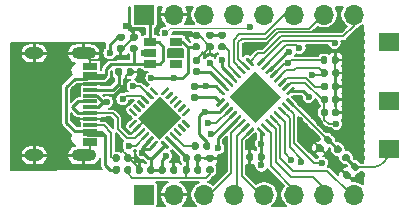
<source format=gbr>
%TF.GenerationSoftware,KiCad,Pcbnew,(5.1.6)-1*%
%TF.CreationDate,2020-09-21T22:35:41+08:00*%
%TF.ProjectId,Tiny-Hi3861,54696e79-2d48-4693-9338-36312e6b6963,V1.0*%
%TF.SameCoordinates,Original*%
%TF.FileFunction,Copper,L1,Top*%
%TF.FilePolarity,Positive*%
%FSLAX46Y46*%
G04 Gerber Fmt 4.6, Leading zero omitted, Abs format (unit mm)*
G04 Created by KiCad (PCBNEW (5.1.6)-1) date 2020-09-21 22:35:41*
%MOMM*%
%LPD*%
G01*
G04 APERTURE LIST*
%TA.AperFunction,ComponentPad*%
%ADD10O,1.700000X1.700000*%
%TD*%
%TA.AperFunction,ComponentPad*%
%ADD11R,1.700000X1.700000*%
%TD*%
%TA.AperFunction,ViaPad*%
%ADD12C,0.500000*%
%TD*%
%TA.AperFunction,SMDPad,CuDef*%
%ADD13C,0.100000*%
%TD*%
%TA.AperFunction,SMDPad,CuDef*%
%ADD14R,1.798320X1.498600*%
%TD*%
%TA.AperFunction,SMDPad,CuDef*%
%ADD15R,1.060000X0.650000*%
%TD*%
%TA.AperFunction,SMDPad,CuDef*%
%ADD16R,1.150000X0.300000*%
%TD*%
%TA.AperFunction,ComponentPad*%
%ADD17O,1.600000X1.000000*%
%TD*%
%TA.AperFunction,ComponentPad*%
%ADD18O,2.100000X1.000000*%
%TD*%
%TA.AperFunction,ViaPad*%
%ADD19C,0.600000*%
%TD*%
%TA.AperFunction,Conductor*%
%ADD20C,0.250000*%
%TD*%
%TA.AperFunction,Conductor*%
%ADD21C,0.150000*%
%TD*%
%TA.AperFunction,Conductor*%
%ADD22C,0.200000*%
%TD*%
%TA.AperFunction,Conductor*%
%ADD23C,0.120000*%
%TD*%
G04 APERTURE END LIST*
D10*
%TO.P,J2,8*%
%TO.N,/GPIO2*%
X184150000Y-108000000D03*
%TO.P,J2,7*%
%TO.N,/GPIO1*%
X181610000Y-108000000D03*
%TO.P,J2,6*%
%TO.N,/GPIO0*%
X179070000Y-108000000D03*
%TO.P,J2,5*%
%TO.N,/GPIO14*%
X176530000Y-108000000D03*
%TO.P,J2,4*%
%TO.N,/GPIO13*%
X173990000Y-108000000D03*
%TO.P,J2,3*%
%TO.N,/GPIO12*%
X171450000Y-108000000D03*
%TO.P,J2,2*%
%TO.N,GND*%
X168910000Y-108000000D03*
D11*
%TO.P,J2,1*%
%TO.N,+3V3*%
X166370000Y-108000000D03*
%TD*%
D10*
%TO.P,J1,8*%
%TO.N,/GPIO5*%
X184150000Y-92750000D03*
%TO.P,J1,7*%
%TO.N,/GPIO6*%
X181610000Y-92750000D03*
%TO.P,J1,6*%
%TO.N,/GPIO7*%
X179070000Y-92750000D03*
%TO.P,J1,5*%
%TO.N,/GPIO9*%
X176530000Y-92750000D03*
%TO.P,J1,4*%
%TO.N,/GPIO10*%
X173990000Y-92750000D03*
%TO.P,J1,3*%
%TO.N,/GPIO11*%
X171450000Y-92750000D03*
%TO.P,J1,2*%
%TO.N,GND*%
X168910000Y-92750000D03*
D11*
%TO.P,J1,1*%
%TO.N,+5V*%
X166370000Y-92750000D03*
%TD*%
D12*
%TO.N,GND*%
%TO.C,U1*%
X175800000Y-98285786D03*
X176507107Y-98992893D03*
X177214214Y-99700000D03*
X175092893Y-98992893D03*
X175800000Y-99700000D03*
X176507107Y-100407107D03*
X174385786Y-99700000D03*
X175092893Y-100407107D03*
X175800000Y-101114214D03*
%TA.AperFunction,SMDPad,CuDef*%
D13*
%TD*%
%TO.P,U1,33*%
%TO.N,GND*%
G36*
X177992031Y-99700000D02*
G01*
X175800000Y-101892031D01*
X173607969Y-99700000D01*
X175800000Y-97507969D01*
X177992031Y-99700000D01*
G37*
%TD.AperFunction*%
%TO.P,U1,32*%
%TO.N,/GPIO14*%
%TA.AperFunction,SMDPad,CuDef*%
G36*
G01*
X175667417Y-102484233D02*
X175137087Y-103014563D01*
G75*
G02*
X175048699Y-103014563I-44194J44194D01*
G01*
X174960311Y-102926175D01*
G75*
G02*
X174960311Y-102837787I44194J44194D01*
G01*
X175490641Y-102307457D01*
G75*
G02*
X175579029Y-102307457I44194J-44194D01*
G01*
X175667417Y-102395845D01*
G75*
G02*
X175667417Y-102484233I-44194J-44194D01*
G01*
G37*
%TD.AperFunction*%
%TO.P,U1,31*%
%TO.N,/GPIO13*%
%TA.AperFunction,SMDPad,CuDef*%
G36*
G01*
X175313864Y-102130679D02*
X174783534Y-102661009D01*
G75*
G02*
X174695146Y-102661009I-44194J44194D01*
G01*
X174606758Y-102572621D01*
G75*
G02*
X174606758Y-102484233I44194J44194D01*
G01*
X175137088Y-101953903D01*
G75*
G02*
X175225476Y-101953903I44194J-44194D01*
G01*
X175313864Y-102042291D01*
G75*
G02*
X175313864Y-102130679I-44194J-44194D01*
G01*
G37*
%TD.AperFunction*%
%TO.P,U1,30*%
%TO.N,/GPIO12*%
%TA.AperFunction,SMDPad,CuDef*%
G36*
G01*
X174960310Y-101777126D02*
X174429980Y-102307456D01*
G75*
G02*
X174341592Y-102307456I-44194J44194D01*
G01*
X174253204Y-102219068D01*
G75*
G02*
X174253204Y-102130680I44194J44194D01*
G01*
X174783534Y-101600350D01*
G75*
G02*
X174871922Y-101600350I44194J-44194D01*
G01*
X174960310Y-101688738D01*
G75*
G02*
X174960310Y-101777126I-44194J-44194D01*
G01*
G37*
%TD.AperFunction*%
%TO.P,U1,29*%
%TO.N,/GPIO11*%
%TA.AperFunction,SMDPad,CuDef*%
G36*
G01*
X174606757Y-101423572D02*
X174076427Y-101953902D01*
G75*
G02*
X173988039Y-101953902I-44194J44194D01*
G01*
X173899651Y-101865514D01*
G75*
G02*
X173899651Y-101777126I44194J44194D01*
G01*
X174429981Y-101246796D01*
G75*
G02*
X174518369Y-101246796I44194J-44194D01*
G01*
X174606757Y-101335184D01*
G75*
G02*
X174606757Y-101423572I-44194J-44194D01*
G01*
G37*
%TD.AperFunction*%
%TO.P,U1,28*%
%TO.N,/GPIO10*%
%TA.AperFunction,SMDPad,CuDef*%
G36*
G01*
X174253204Y-101070019D02*
X173722874Y-101600349D01*
G75*
G02*
X173634486Y-101600349I-44194J44194D01*
G01*
X173546098Y-101511961D01*
G75*
G02*
X173546098Y-101423573I44194J44194D01*
G01*
X174076428Y-100893243D01*
G75*
G02*
X174164816Y-100893243I44194J-44194D01*
G01*
X174253204Y-100981631D01*
G75*
G02*
X174253204Y-101070019I-44194J-44194D01*
G01*
G37*
%TD.AperFunction*%
%TO.P,U1,27*%
%TO.N,/GPIO9*%
%TA.AperFunction,SMDPad,CuDef*%
G36*
G01*
X173899650Y-100716466D02*
X173369320Y-101246796D01*
G75*
G02*
X173280932Y-101246796I-44194J44194D01*
G01*
X173192544Y-101158408D01*
G75*
G02*
X173192544Y-101070020I44194J44194D01*
G01*
X173722874Y-100539690D01*
G75*
G02*
X173811262Y-100539690I44194J-44194D01*
G01*
X173899650Y-100628078D01*
G75*
G02*
X173899650Y-100716466I-44194J-44194D01*
G01*
G37*
%TD.AperFunction*%
%TO.P,U1,26*%
%TO.N,+3V3*%
%TA.AperFunction,SMDPad,CuDef*%
G36*
G01*
X173546097Y-100362912D02*
X173015767Y-100893242D01*
G75*
G02*
X172927379Y-100893242I-44194J44194D01*
G01*
X172838991Y-100804854D01*
G75*
G02*
X172838991Y-100716466I44194J44194D01*
G01*
X173369321Y-100186136D01*
G75*
G02*
X173457709Y-100186136I44194J-44194D01*
G01*
X173546097Y-100274524D01*
G75*
G02*
X173546097Y-100362912I-44194J-44194D01*
G01*
G37*
%TD.AperFunction*%
%TO.P,U1,25*%
%TO.N,Net-(L1-Pad1)*%
%TA.AperFunction,SMDPad,CuDef*%
G36*
G01*
X173192543Y-100009359D02*
X172662213Y-100539689D01*
G75*
G02*
X172573825Y-100539689I-44194J44194D01*
G01*
X172485437Y-100451301D01*
G75*
G02*
X172485437Y-100362913I44194J44194D01*
G01*
X173015767Y-99832583D01*
G75*
G02*
X173104155Y-99832583I44194J-44194D01*
G01*
X173192543Y-99920971D01*
G75*
G02*
X173192543Y-100009359I-44194J-44194D01*
G01*
G37*
%TD.AperFunction*%
%TO.P,U1,24*%
%TO.N,/VDD_BUCK_1P3*%
%TA.AperFunction,SMDPad,CuDef*%
G36*
G01*
X173192543Y-99479029D02*
X173104155Y-99567417D01*
G75*
G02*
X173015767Y-99567417I-44194J44194D01*
G01*
X172485437Y-99037087D01*
G75*
G02*
X172485437Y-98948699I44194J44194D01*
G01*
X172573825Y-98860311D01*
G75*
G02*
X172662213Y-98860311I44194J-44194D01*
G01*
X173192543Y-99390641D01*
G75*
G02*
X173192543Y-99479029I-44194J-44194D01*
G01*
G37*
%TD.AperFunction*%
%TO.P,U1,23*%
%TO.N,Net-(C6-Pad2)*%
%TA.AperFunction,SMDPad,CuDef*%
G36*
G01*
X173546097Y-99125476D02*
X173457709Y-99213864D01*
G75*
G02*
X173369321Y-99213864I-44194J44194D01*
G01*
X172838991Y-98683534D01*
G75*
G02*
X172838991Y-98595146I44194J44194D01*
G01*
X172927379Y-98506758D01*
G75*
G02*
X173015767Y-98506758I44194J-44194D01*
G01*
X173546097Y-99037088D01*
G75*
G02*
X173546097Y-99125476I-44194J-44194D01*
G01*
G37*
%TD.AperFunction*%
%TO.P,U1,22*%
%TO.N,/RST*%
%TA.AperFunction,SMDPad,CuDef*%
G36*
G01*
X173899650Y-98771922D02*
X173811262Y-98860310D01*
G75*
G02*
X173722874Y-98860310I-44194J44194D01*
G01*
X173192544Y-98329980D01*
G75*
G02*
X173192544Y-98241592I44194J44194D01*
G01*
X173280932Y-98153204D01*
G75*
G02*
X173369320Y-98153204I44194J-44194D01*
G01*
X173899650Y-98683534D01*
G75*
G02*
X173899650Y-98771922I-44194J-44194D01*
G01*
G37*
%TD.AperFunction*%
%TO.P,U1,21*%
%TO.N,+3V3*%
%TA.AperFunction,SMDPad,CuDef*%
G36*
G01*
X174253204Y-98418369D02*
X174164816Y-98506757D01*
G75*
G02*
X174076428Y-98506757I-44194J44194D01*
G01*
X173546098Y-97976427D01*
G75*
G02*
X173546098Y-97888039I44194J44194D01*
G01*
X173634486Y-97799651D01*
G75*
G02*
X173722874Y-97799651I44194J-44194D01*
G01*
X174253204Y-98329981D01*
G75*
G02*
X174253204Y-98418369I-44194J-44194D01*
G01*
G37*
%TD.AperFunction*%
%TO.P,U1,20*%
%TO.N,/GPIO8*%
%TA.AperFunction,SMDPad,CuDef*%
G36*
G01*
X174606757Y-98064816D02*
X174518369Y-98153204D01*
G75*
G02*
X174429981Y-98153204I-44194J44194D01*
G01*
X173899651Y-97622874D01*
G75*
G02*
X173899651Y-97534486I44194J44194D01*
G01*
X173988039Y-97446098D01*
G75*
G02*
X174076427Y-97446098I44194J-44194D01*
G01*
X174606757Y-97976428D01*
G75*
G02*
X174606757Y-98064816I-44194J-44194D01*
G01*
G37*
%TD.AperFunction*%
%TO.P,U1,19*%
%TO.N,/GPIO7*%
%TA.AperFunction,SMDPad,CuDef*%
G36*
G01*
X174960310Y-97711262D02*
X174871922Y-97799650D01*
G75*
G02*
X174783534Y-97799650I-44194J44194D01*
G01*
X174253204Y-97269320D01*
G75*
G02*
X174253204Y-97180932I44194J44194D01*
G01*
X174341592Y-97092544D01*
G75*
G02*
X174429980Y-97092544I44194J-44194D01*
G01*
X174960310Y-97622874D01*
G75*
G02*
X174960310Y-97711262I-44194J-44194D01*
G01*
G37*
%TD.AperFunction*%
%TO.P,U1,18*%
%TO.N,/GPIO6*%
%TA.AperFunction,SMDPad,CuDef*%
G36*
G01*
X175313864Y-97357709D02*
X175225476Y-97446097D01*
G75*
G02*
X175137088Y-97446097I-44194J44194D01*
G01*
X174606758Y-96915767D01*
G75*
G02*
X174606758Y-96827379I44194J44194D01*
G01*
X174695146Y-96738991D01*
G75*
G02*
X174783534Y-96738991I44194J-44194D01*
G01*
X175313864Y-97269321D01*
G75*
G02*
X175313864Y-97357709I-44194J-44194D01*
G01*
G37*
%TD.AperFunction*%
%TO.P,U1,17*%
%TO.N,/GPIO5*%
%TA.AperFunction,SMDPad,CuDef*%
G36*
G01*
X175667417Y-97004155D02*
X175579029Y-97092543D01*
G75*
G02*
X175490641Y-97092543I-44194J44194D01*
G01*
X174960311Y-96562213D01*
G75*
G02*
X174960311Y-96473825I44194J44194D01*
G01*
X175048699Y-96385437D01*
G75*
G02*
X175137087Y-96385437I44194J-44194D01*
G01*
X175667417Y-96915767D01*
G75*
G02*
X175667417Y-97004155I-44194J-44194D01*
G01*
G37*
%TD.AperFunction*%
%TO.P,U1,16*%
%TO.N,/XIN*%
%TA.AperFunction,SMDPad,CuDef*%
G36*
G01*
X176639689Y-96562213D02*
X176109359Y-97092543D01*
G75*
G02*
X176020971Y-97092543I-44194J44194D01*
G01*
X175932583Y-97004155D01*
G75*
G02*
X175932583Y-96915767I44194J44194D01*
G01*
X176462913Y-96385437D01*
G75*
G02*
X176551301Y-96385437I44194J-44194D01*
G01*
X176639689Y-96473825D01*
G75*
G02*
X176639689Y-96562213I-44194J-44194D01*
G01*
G37*
%TD.AperFunction*%
%TO.P,U1,15*%
%TO.N,/XOUT*%
%TA.AperFunction,SMDPad,CuDef*%
G36*
G01*
X176993242Y-96915767D02*
X176462912Y-97446097D01*
G75*
G02*
X176374524Y-97446097I-44194J44194D01*
G01*
X176286136Y-97357709D01*
G75*
G02*
X176286136Y-97269321I44194J44194D01*
G01*
X176816466Y-96738991D01*
G75*
G02*
X176904854Y-96738991I44194J-44194D01*
G01*
X176993242Y-96827379D01*
G75*
G02*
X176993242Y-96915767I-44194J-44194D01*
G01*
G37*
%TD.AperFunction*%
%TO.P,U1,14*%
%TO.N,+3V3*%
%TA.AperFunction,SMDPad,CuDef*%
G36*
G01*
X177346796Y-97269320D02*
X176816466Y-97799650D01*
G75*
G02*
X176728078Y-97799650I-44194J44194D01*
G01*
X176639690Y-97711262D01*
G75*
G02*
X176639690Y-97622874I44194J44194D01*
G01*
X177170020Y-97092544D01*
G75*
G02*
X177258408Y-97092544I44194J-44194D01*
G01*
X177346796Y-97180932D01*
G75*
G02*
X177346796Y-97269320I-44194J-44194D01*
G01*
G37*
%TD.AperFunction*%
%TO.P,U1,13*%
%TO.N,/VDD_BUCK_1P3*%
%TA.AperFunction,SMDPad,CuDef*%
G36*
G01*
X177700349Y-97622874D02*
X177170019Y-98153204D01*
G75*
G02*
X177081631Y-98153204I-44194J44194D01*
G01*
X176993243Y-98064816D01*
G75*
G02*
X176993243Y-97976428I44194J44194D01*
G01*
X177523573Y-97446098D01*
G75*
G02*
X177611961Y-97446098I44194J-44194D01*
G01*
X177700349Y-97534486D01*
G75*
G02*
X177700349Y-97622874I-44194J-44194D01*
G01*
G37*
%TD.AperFunction*%
%TO.P,U1,12*%
%TO.N,/VDD_PMU_RFLDO1*%
%TA.AperFunction,SMDPad,CuDef*%
G36*
G01*
X178053902Y-97976427D02*
X177523572Y-98506757D01*
G75*
G02*
X177435184Y-98506757I-44194J44194D01*
G01*
X177346796Y-98418369D01*
G75*
G02*
X177346796Y-98329981I44194J44194D01*
G01*
X177877126Y-97799651D01*
G75*
G02*
X177965514Y-97799651I44194J-44194D01*
G01*
X178053902Y-97888039D01*
G75*
G02*
X178053902Y-97976427I-44194J-44194D01*
G01*
G37*
%TD.AperFunction*%
%TO.P,U1,11*%
%TO.N,Net-(C19-Pad1)*%
%TA.AperFunction,SMDPad,CuDef*%
G36*
G01*
X178407456Y-98329980D02*
X177877126Y-98860310D01*
G75*
G02*
X177788738Y-98860310I-44194J44194D01*
G01*
X177700350Y-98771922D01*
G75*
G02*
X177700350Y-98683534I44194J44194D01*
G01*
X178230680Y-98153204D01*
G75*
G02*
X178319068Y-98153204I44194J-44194D01*
G01*
X178407456Y-98241592D01*
G75*
G02*
X178407456Y-98329980I-44194J-44194D01*
G01*
G37*
%TD.AperFunction*%
%TO.P,U1,10*%
%TO.N,/VDD_PMU_RFLDO1*%
%TA.AperFunction,SMDPad,CuDef*%
G36*
G01*
X178761009Y-98683534D02*
X178230679Y-99213864D01*
G75*
G02*
X178142291Y-99213864I-44194J44194D01*
G01*
X178053903Y-99125476D01*
G75*
G02*
X178053903Y-99037088I44194J44194D01*
G01*
X178584233Y-98506758D01*
G75*
G02*
X178672621Y-98506758I44194J-44194D01*
G01*
X178761009Y-98595146D01*
G75*
G02*
X178761009Y-98683534I-44194J-44194D01*
G01*
G37*
%TD.AperFunction*%
%TO.P,U1,9*%
%TO.N,+3V3*%
%TA.AperFunction,SMDPad,CuDef*%
G36*
G01*
X179114563Y-99037087D02*
X178584233Y-99567417D01*
G75*
G02*
X178495845Y-99567417I-44194J44194D01*
G01*
X178407457Y-99479029D01*
G75*
G02*
X178407457Y-99390641I44194J44194D01*
G01*
X178937787Y-98860311D01*
G75*
G02*
X179026175Y-98860311I44194J-44194D01*
G01*
X179114563Y-98948699D01*
G75*
G02*
X179114563Y-99037087I-44194J-44194D01*
G01*
G37*
%TD.AperFunction*%
%TO.P,U1,8*%
%TO.N,Net-(C16-Pad1)*%
%TA.AperFunction,SMDPad,CuDef*%
G36*
G01*
X179114563Y-100451301D02*
X179026175Y-100539689D01*
G75*
G02*
X178937787Y-100539689I-44194J44194D01*
G01*
X178407457Y-100009359D01*
G75*
G02*
X178407457Y-99920971I44194J44194D01*
G01*
X178495845Y-99832583D01*
G75*
G02*
X178584233Y-99832583I44194J-44194D01*
G01*
X179114563Y-100362913D01*
G75*
G02*
X179114563Y-100451301I-44194J-44194D01*
G01*
G37*
%TD.AperFunction*%
%TO.P,U1,7*%
%TO.N,/VDD_PMU_RFLDO1*%
%TA.AperFunction,SMDPad,CuDef*%
G36*
G01*
X178761009Y-100804854D02*
X178672621Y-100893242D01*
G75*
G02*
X178584233Y-100893242I-44194J44194D01*
G01*
X178053903Y-100362912D01*
G75*
G02*
X178053903Y-100274524I44194J44194D01*
G01*
X178142291Y-100186136D01*
G75*
G02*
X178230679Y-100186136I44194J-44194D01*
G01*
X178761009Y-100716466D01*
G75*
G02*
X178761009Y-100804854I-44194J-44194D01*
G01*
G37*
%TD.AperFunction*%
%TO.P,U1,6*%
%TO.N,/RX*%
%TA.AperFunction,SMDPad,CuDef*%
G36*
G01*
X178407456Y-101158408D02*
X178319068Y-101246796D01*
G75*
G02*
X178230680Y-101246796I-44194J44194D01*
G01*
X177700350Y-100716466D01*
G75*
G02*
X177700350Y-100628078I44194J44194D01*
G01*
X177788738Y-100539690D01*
G75*
G02*
X177877126Y-100539690I44194J-44194D01*
G01*
X178407456Y-101070020D01*
G75*
G02*
X178407456Y-101158408I-44194J-44194D01*
G01*
G37*
%TD.AperFunction*%
%TO.P,U1,5*%
%TO.N,/TX*%
%TA.AperFunction,SMDPad,CuDef*%
G36*
G01*
X178053902Y-101511961D02*
X177965514Y-101600349D01*
G75*
G02*
X177877126Y-101600349I-44194J44194D01*
G01*
X177346796Y-101070019D01*
G75*
G02*
X177346796Y-100981631I44194J44194D01*
G01*
X177435184Y-100893243D01*
G75*
G02*
X177523572Y-100893243I44194J-44194D01*
G01*
X178053902Y-101423573D01*
G75*
G02*
X178053902Y-101511961I-44194J-44194D01*
G01*
G37*
%TD.AperFunction*%
%TO.P,U1,4*%
%TO.N,/GPIO2*%
%TA.AperFunction,SMDPad,CuDef*%
G36*
G01*
X177700349Y-101865514D02*
X177611961Y-101953902D01*
G75*
G02*
X177523573Y-101953902I-44194J44194D01*
G01*
X176993243Y-101423572D01*
G75*
G02*
X176993243Y-101335184I44194J44194D01*
G01*
X177081631Y-101246796D01*
G75*
G02*
X177170019Y-101246796I44194J-44194D01*
G01*
X177700349Y-101777126D01*
G75*
G02*
X177700349Y-101865514I-44194J-44194D01*
G01*
G37*
%TD.AperFunction*%
%TO.P,U1,3*%
%TO.N,/GPIO1*%
%TA.AperFunction,SMDPad,CuDef*%
G36*
G01*
X177346796Y-102219068D02*
X177258408Y-102307456D01*
G75*
G02*
X177170020Y-102307456I-44194J44194D01*
G01*
X176639690Y-101777126D01*
G75*
G02*
X176639690Y-101688738I44194J44194D01*
G01*
X176728078Y-101600350D01*
G75*
G02*
X176816466Y-101600350I44194J-44194D01*
G01*
X177346796Y-102130680D01*
G75*
G02*
X177346796Y-102219068I-44194J-44194D01*
G01*
G37*
%TD.AperFunction*%
%TO.P,U1,2*%
%TO.N,/GPIO0*%
%TA.AperFunction,SMDPad,CuDef*%
G36*
G01*
X176993242Y-102572621D02*
X176904854Y-102661009D01*
G75*
G02*
X176816466Y-102661009I-44194J44194D01*
G01*
X176286136Y-102130679D01*
G75*
G02*
X176286136Y-102042291I44194J44194D01*
G01*
X176374524Y-101953903D01*
G75*
G02*
X176462912Y-101953903I44194J-44194D01*
G01*
X176993242Y-102484233D01*
G75*
G02*
X176993242Y-102572621I-44194J-44194D01*
G01*
G37*
%TD.AperFunction*%
%TO.P,U1,1*%
%TO.N,+3V3*%
%TA.AperFunction,SMDPad,CuDef*%
G36*
G01*
X176639689Y-102926175D02*
X176551301Y-103014563D01*
G75*
G02*
X176462913Y-103014563I-44194J44194D01*
G01*
X175932583Y-102484233D01*
G75*
G02*
X175932583Y-102395845I44194J44194D01*
G01*
X176020971Y-102307457D01*
G75*
G02*
X176109359Y-102307457I44194J-44194D01*
G01*
X176639689Y-102837787D01*
G75*
G02*
X176639689Y-102926175I-44194J-44194D01*
G01*
G37*
%TD.AperFunction*%
%TD*%
D14*
%TO.P,E1,NC1*%
%TO.N,N/C*%
X187130000Y-100100000D03*
%TO.P,E1,FEED*%
%TO.N,Net-(C15-Pad1)*%
X187130000Y-104098340D03*
%TO.P,E1,NC*%
%TO.N,Net-(E1-PadNC)*%
X187130000Y-95101660D03*
%TD*%
%TO.P,C13,2*%
%TO.N,Net-(C12-Pad1)*%
%TA.AperFunction,SMDPad,CuDef*%
G36*
G01*
X171785500Y-105590000D02*
X172130500Y-105590000D01*
G75*
G02*
X172278000Y-105737500I0J-147500D01*
G01*
X172278000Y-106032500D01*
G75*
G02*
X172130500Y-106180000I-147500J0D01*
G01*
X171785500Y-106180000D01*
G75*
G02*
X171638000Y-106032500I0J147500D01*
G01*
X171638000Y-105737500D01*
G75*
G02*
X171785500Y-105590000I147500J0D01*
G01*
G37*
%TD.AperFunction*%
%TO.P,C13,1*%
%TO.N,GND*%
%TA.AperFunction,SMDPad,CuDef*%
G36*
G01*
X171785500Y-104620000D02*
X172130500Y-104620000D01*
G75*
G02*
X172278000Y-104767500I0J-147500D01*
G01*
X172278000Y-105062500D01*
G75*
G02*
X172130500Y-105210000I-147500J0D01*
G01*
X171785500Y-105210000D01*
G75*
G02*
X171638000Y-105062500I0J147500D01*
G01*
X171638000Y-104767500D01*
G75*
G02*
X171785500Y-104620000I147500J0D01*
G01*
G37*
%TD.AperFunction*%
%TD*%
%TO.P,R8,2*%
%TO.N,/GPIO8*%
%TA.AperFunction,SMDPad,CuDef*%
G36*
G01*
X172801500Y-95186000D02*
X173146500Y-95186000D01*
G75*
G02*
X173294000Y-95333500I0J-147500D01*
G01*
X173294000Y-95628500D01*
G75*
G02*
X173146500Y-95776000I-147500J0D01*
G01*
X172801500Y-95776000D01*
G75*
G02*
X172654000Y-95628500I0J147500D01*
G01*
X172654000Y-95333500D01*
G75*
G02*
X172801500Y-95186000I147500J0D01*
G01*
G37*
%TD.AperFunction*%
%TO.P,R8,1*%
%TO.N,Net-(D2-Pad2)*%
%TA.AperFunction,SMDPad,CuDef*%
G36*
G01*
X172801500Y-94216000D02*
X173146500Y-94216000D01*
G75*
G02*
X173294000Y-94363500I0J-147500D01*
G01*
X173294000Y-94658500D01*
G75*
G02*
X173146500Y-94806000I-147500J0D01*
G01*
X172801500Y-94806000D01*
G75*
G02*
X172654000Y-94658500I0J147500D01*
G01*
X172654000Y-94363500D01*
G75*
G02*
X172801500Y-94216000I147500J0D01*
G01*
G37*
%TD.AperFunction*%
%TD*%
%TO.P,C20,2*%
%TO.N,/VDD_PMU_RFLDO1*%
%TA.AperFunction,SMDPad,CuDef*%
G36*
G01*
X181930000Y-100867500D02*
X181930000Y-101212500D01*
G75*
G02*
X181782500Y-101360000I-147500J0D01*
G01*
X181487500Y-101360000D01*
G75*
G02*
X181340000Y-101212500I0J147500D01*
G01*
X181340000Y-100867500D01*
G75*
G02*
X181487500Y-100720000I147500J0D01*
G01*
X181782500Y-100720000D01*
G75*
G02*
X181930000Y-100867500I0J-147500D01*
G01*
G37*
%TD.AperFunction*%
%TO.P,C20,1*%
%TO.N,GND*%
%TA.AperFunction,SMDPad,CuDef*%
G36*
G01*
X182900000Y-100867500D02*
X182900000Y-101212500D01*
G75*
G02*
X182752500Y-101360000I-147500J0D01*
G01*
X182457500Y-101360000D01*
G75*
G02*
X182310000Y-101212500I0J147500D01*
G01*
X182310000Y-100867500D01*
G75*
G02*
X182457500Y-100720000I147500J0D01*
G01*
X182752500Y-100720000D01*
G75*
G02*
X182900000Y-100867500I0J-147500D01*
G01*
G37*
%TD.AperFunction*%
%TD*%
%TO.P,C19,2*%
%TO.N,GND*%
%TA.AperFunction,SMDPad,CuDef*%
G36*
G01*
X182300000Y-99012500D02*
X182300000Y-98667500D01*
G75*
G02*
X182447500Y-98520000I147500J0D01*
G01*
X182742500Y-98520000D01*
G75*
G02*
X182890000Y-98667500I0J-147500D01*
G01*
X182890000Y-99012500D01*
G75*
G02*
X182742500Y-99160000I-147500J0D01*
G01*
X182447500Y-99160000D01*
G75*
G02*
X182300000Y-99012500I0J147500D01*
G01*
G37*
%TD.AperFunction*%
%TO.P,C19,1*%
%TO.N,Net-(C19-Pad1)*%
%TA.AperFunction,SMDPad,CuDef*%
G36*
G01*
X181330000Y-99012500D02*
X181330000Y-98667500D01*
G75*
G02*
X181477500Y-98520000I147500J0D01*
G01*
X181772500Y-98520000D01*
G75*
G02*
X181920000Y-98667500I0J-147500D01*
G01*
X181920000Y-99012500D01*
G75*
G02*
X181772500Y-99160000I-147500J0D01*
G01*
X181477500Y-99160000D01*
G75*
G02*
X181330000Y-99012500I0J147500D01*
G01*
G37*
%TD.AperFunction*%
%TD*%
%TO.P,C18,2*%
%TO.N,GND*%
%TA.AperFunction,SMDPad,CuDef*%
G36*
G01*
X182310000Y-97862500D02*
X182310000Y-97517500D01*
G75*
G02*
X182457500Y-97370000I147500J0D01*
G01*
X182752500Y-97370000D01*
G75*
G02*
X182900000Y-97517500I0J-147500D01*
G01*
X182900000Y-97862500D01*
G75*
G02*
X182752500Y-98010000I-147500J0D01*
G01*
X182457500Y-98010000D01*
G75*
G02*
X182310000Y-97862500I0J147500D01*
G01*
G37*
%TD.AperFunction*%
%TO.P,C18,1*%
%TO.N,/VDD_PMU_RFLDO1*%
%TA.AperFunction,SMDPad,CuDef*%
G36*
G01*
X181340000Y-97862500D02*
X181340000Y-97517500D01*
G75*
G02*
X181487500Y-97370000I147500J0D01*
G01*
X181782500Y-97370000D01*
G75*
G02*
X181930000Y-97517500I0J-147500D01*
G01*
X181930000Y-97862500D01*
G75*
G02*
X181782500Y-98010000I-147500J0D01*
G01*
X181487500Y-98010000D01*
G75*
G02*
X181340000Y-97862500I0J147500D01*
G01*
G37*
%TD.AperFunction*%
%TD*%
%TO.P,C17,2*%
%TO.N,/VDD_PMU_RFLDO1*%
%TA.AperFunction,SMDPad,CuDef*%
G36*
G01*
X181920000Y-99757500D02*
X181920000Y-100102500D01*
G75*
G02*
X181772500Y-100250000I-147500J0D01*
G01*
X181477500Y-100250000D01*
G75*
G02*
X181330000Y-100102500I0J147500D01*
G01*
X181330000Y-99757500D01*
G75*
G02*
X181477500Y-99610000I147500J0D01*
G01*
X181772500Y-99610000D01*
G75*
G02*
X181920000Y-99757500I0J-147500D01*
G01*
G37*
%TD.AperFunction*%
%TO.P,C17,1*%
%TO.N,GND*%
%TA.AperFunction,SMDPad,CuDef*%
G36*
G01*
X182890000Y-99757500D02*
X182890000Y-100102500D01*
G75*
G02*
X182742500Y-100250000I-147500J0D01*
G01*
X182447500Y-100250000D01*
G75*
G02*
X182300000Y-100102500I0J147500D01*
G01*
X182300000Y-99757500D01*
G75*
G02*
X182447500Y-99610000I147500J0D01*
G01*
X182742500Y-99610000D01*
G75*
G02*
X182890000Y-99757500I0J-147500D01*
G01*
G37*
%TD.AperFunction*%
%TD*%
%TO.P,D2,2*%
%TO.N,Net-(D2-Pad2)*%
%TA.AperFunction,SMDPad,CuDef*%
G36*
G01*
X172130500Y-94806000D02*
X171785500Y-94806000D01*
G75*
G02*
X171638000Y-94658500I0J147500D01*
G01*
X171638000Y-94363500D01*
G75*
G02*
X171785500Y-94216000I147500J0D01*
G01*
X172130500Y-94216000D01*
G75*
G02*
X172278000Y-94363500I0J-147500D01*
G01*
X172278000Y-94658500D01*
G75*
G02*
X172130500Y-94806000I-147500J0D01*
G01*
G37*
%TD.AperFunction*%
%TO.P,D2,1*%
%TO.N,GND*%
%TA.AperFunction,SMDPad,CuDef*%
G36*
G01*
X172130500Y-95776000D02*
X171785500Y-95776000D01*
G75*
G02*
X171638000Y-95628500I0J147500D01*
G01*
X171638000Y-95333500D01*
G75*
G02*
X171785500Y-95186000I147500J0D01*
G01*
X172130500Y-95186000D01*
G75*
G02*
X172278000Y-95333500I0J-147500D01*
G01*
X172278000Y-95628500D01*
G75*
G02*
X172130500Y-95776000I-147500J0D01*
G01*
G37*
%TD.AperFunction*%
%TD*%
%TO.P,PWR1,2*%
%TO.N,Net-(PWR1-Pad2)*%
%TA.AperFunction,SMDPad,CuDef*%
G36*
G01*
X164572500Y-94960000D02*
X164227500Y-94960000D01*
G75*
G02*
X164080000Y-94812500I0J147500D01*
G01*
X164080000Y-94517500D01*
G75*
G02*
X164227500Y-94370000I147500J0D01*
G01*
X164572500Y-94370000D01*
G75*
G02*
X164720000Y-94517500I0J-147500D01*
G01*
X164720000Y-94812500D01*
G75*
G02*
X164572500Y-94960000I-147500J0D01*
G01*
G37*
%TD.AperFunction*%
%TO.P,PWR1,1*%
%TO.N,GND*%
%TA.AperFunction,SMDPad,CuDef*%
G36*
G01*
X164572500Y-95930000D02*
X164227500Y-95930000D01*
G75*
G02*
X164080000Y-95782500I0J147500D01*
G01*
X164080000Y-95487500D01*
G75*
G02*
X164227500Y-95340000I147500J0D01*
G01*
X164572500Y-95340000D01*
G75*
G02*
X164720000Y-95487500I0J-147500D01*
G01*
X164720000Y-95782500D01*
G75*
G02*
X164572500Y-95930000I-147500J0D01*
G01*
G37*
%TD.AperFunction*%
%TD*%
%TO.P,L2,2*%
%TO.N,Net-(C16-Pad1)*%
%TA.AperFunction,SMDPad,CuDef*%
G36*
G01*
X183087625Y-104243674D02*
X182843673Y-104487625D01*
G75*
G02*
X182635077Y-104487625I-104298J104298D01*
G01*
X182426481Y-104279029D01*
G75*
G02*
X182426481Y-104070433I104298J104298D01*
G01*
X182670433Y-103826481D01*
G75*
G02*
X182879029Y-103826481I104298J-104298D01*
G01*
X183087625Y-104035077D01*
G75*
G02*
X183087625Y-104243673I-104298J-104298D01*
G01*
G37*
%TD.AperFunction*%
%TO.P,L2,1*%
%TO.N,Net-(C15-Pad1)*%
%TA.AperFunction,SMDPad,CuDef*%
G36*
G01*
X183773519Y-104929568D02*
X183529567Y-105173519D01*
G75*
G02*
X183320971Y-105173519I-104298J104298D01*
G01*
X183112375Y-104964923D01*
G75*
G02*
X183112375Y-104756327I104298J104298D01*
G01*
X183356327Y-104512375D01*
G75*
G02*
X183564923Y-104512375I104298J-104298D01*
G01*
X183773519Y-104720971D01*
G75*
G02*
X183773519Y-104929567I-104298J-104298D01*
G01*
G37*
%TD.AperFunction*%
%TD*%
%TO.P,C16,2*%
%TO.N,GND*%
%TA.AperFunction,SMDPad,CuDef*%
G36*
G01*
X181343674Y-103712375D02*
X181587625Y-103956327D01*
G75*
G02*
X181587625Y-104164923I-104298J-104298D01*
G01*
X181379029Y-104373519D01*
G75*
G02*
X181170433Y-104373519I-104298J104298D01*
G01*
X180926481Y-104129567D01*
G75*
G02*
X180926481Y-103920971I104298J104298D01*
G01*
X181135077Y-103712375D01*
G75*
G02*
X181343673Y-103712375I104298J-104298D01*
G01*
G37*
%TD.AperFunction*%
%TO.P,C16,1*%
%TO.N,Net-(C16-Pad1)*%
%TA.AperFunction,SMDPad,CuDef*%
G36*
G01*
X182029568Y-103026481D02*
X182273519Y-103270433D01*
G75*
G02*
X182273519Y-103479029I-104298J-104298D01*
G01*
X182064923Y-103687625D01*
G75*
G02*
X181856327Y-103687625I-104298J104298D01*
G01*
X181612375Y-103443673D01*
G75*
G02*
X181612375Y-103235077I104298J104298D01*
G01*
X181820971Y-103026481D01*
G75*
G02*
X182029567Y-103026481I104298J-104298D01*
G01*
G37*
%TD.AperFunction*%
%TD*%
%TO.P,C15,2*%
%TO.N,GND*%
%TA.AperFunction,SMDPad,CuDef*%
G36*
G01*
X183643674Y-106012375D02*
X183887625Y-106256327D01*
G75*
G02*
X183887625Y-106464923I-104298J-104298D01*
G01*
X183679029Y-106673519D01*
G75*
G02*
X183470433Y-106673519I-104298J104298D01*
G01*
X183226481Y-106429567D01*
G75*
G02*
X183226481Y-106220971I104298J104298D01*
G01*
X183435077Y-106012375D01*
G75*
G02*
X183643673Y-106012375I104298J-104298D01*
G01*
G37*
%TD.AperFunction*%
%TO.P,C15,1*%
%TO.N,Net-(C15-Pad1)*%
%TA.AperFunction,SMDPad,CuDef*%
G36*
G01*
X184329568Y-105326481D02*
X184573519Y-105570433D01*
G75*
G02*
X184573519Y-105779029I-104298J-104298D01*
G01*
X184364923Y-105987625D01*
G75*
G02*
X184156327Y-105987625I-104298J104298D01*
G01*
X183912375Y-105743673D01*
G75*
G02*
X183912375Y-105535077I104298J104298D01*
G01*
X184120971Y-105326481D01*
G75*
G02*
X184329567Y-105326481I104298J-104298D01*
G01*
G37*
%TD.AperFunction*%
%TD*%
%TA.AperFunction,SMDPad,CuDef*%
D13*
%TO.P,U3,25*%
%TO.N,GND*%
G36*
X167680761Y-103338478D02*
G01*
X165842283Y-101500000D01*
X167680761Y-99661522D01*
X169519239Y-101500000D01*
X167680761Y-103338478D01*
G37*
%TD.AperFunction*%
%TO.P,U3,24*%
%TO.N,Net-(U3-Pad24)*%
%TA.AperFunction,SMDPad,CuDef*%
G36*
G01*
X165585957Y-101349740D02*
X165090982Y-100854765D01*
G75*
G02*
X165090982Y-100766377I44194J44194D01*
G01*
X165179371Y-100677988D01*
G75*
G02*
X165267759Y-100677988I44194J-44194D01*
G01*
X165762734Y-101172963D01*
G75*
G02*
X165762734Y-101261351I-44194J-44194D01*
G01*
X165674345Y-101349740D01*
G75*
G02*
X165585957Y-101349740I-44194J44194D01*
G01*
G37*
%TD.AperFunction*%
%TO.P,U3,23*%
%TO.N,Net-(U3-Pad23)*%
%TA.AperFunction,SMDPad,CuDef*%
G36*
G01*
X165939511Y-100996187D02*
X165444536Y-100501212D01*
G75*
G02*
X165444536Y-100412824I44194J44194D01*
G01*
X165532925Y-100324435D01*
G75*
G02*
X165621313Y-100324435I44194J-44194D01*
G01*
X166116288Y-100819410D01*
G75*
G02*
X166116288Y-100907798I-44194J-44194D01*
G01*
X166027899Y-100996187D01*
G75*
G02*
X165939511Y-100996187I-44194J44194D01*
G01*
G37*
%TD.AperFunction*%
%TO.P,U3,22*%
%TO.N,Net-(U3-Pad22)*%
%TA.AperFunction,SMDPad,CuDef*%
G36*
G01*
X166293064Y-100642633D02*
X165798089Y-100147658D01*
G75*
G02*
X165798089Y-100059270I44194J44194D01*
G01*
X165886478Y-99970881D01*
G75*
G02*
X165974866Y-99970881I44194J-44194D01*
G01*
X166469841Y-100465856D01*
G75*
G02*
X166469841Y-100554244I-44194J-44194D01*
G01*
X166381452Y-100642633D01*
G75*
G02*
X166293064Y-100642633I-44194J44194D01*
G01*
G37*
%TD.AperFunction*%
%TO.P,U3,21*%
%TO.N,/RX*%
%TA.AperFunction,SMDPad,CuDef*%
G36*
G01*
X166646617Y-100289080D02*
X166151642Y-99794105D01*
G75*
G02*
X166151642Y-99705717I44194J44194D01*
G01*
X166240031Y-99617328D01*
G75*
G02*
X166328419Y-99617328I44194J-44194D01*
G01*
X166823394Y-100112303D01*
G75*
G02*
X166823394Y-100200691I-44194J-44194D01*
G01*
X166735005Y-100289080D01*
G75*
G02*
X166646617Y-100289080I-44194J44194D01*
G01*
G37*
%TD.AperFunction*%
%TO.P,U3,20*%
%TO.N,/TX*%
%TA.AperFunction,SMDPad,CuDef*%
G36*
G01*
X167000171Y-99935527D02*
X166505196Y-99440552D01*
G75*
G02*
X166505196Y-99352164I44194J44194D01*
G01*
X166593585Y-99263775D01*
G75*
G02*
X166681973Y-99263775I44194J-44194D01*
G01*
X167176948Y-99758750D01*
G75*
G02*
X167176948Y-99847138I-44194J-44194D01*
G01*
X167088559Y-99935527D01*
G75*
G02*
X167000171Y-99935527I-44194J44194D01*
G01*
G37*
%TD.AperFunction*%
%TO.P,U3,19*%
%TO.N,Net-(U3-Pad19)*%
%TA.AperFunction,SMDPad,CuDef*%
G36*
G01*
X167353724Y-99581973D02*
X166858749Y-99086998D01*
G75*
G02*
X166858749Y-98998610I44194J44194D01*
G01*
X166947138Y-98910221D01*
G75*
G02*
X167035526Y-98910221I44194J-44194D01*
G01*
X167530501Y-99405196D01*
G75*
G02*
X167530501Y-99493584I-44194J-44194D01*
G01*
X167442112Y-99581973D01*
G75*
G02*
X167353724Y-99581973I-44194J44194D01*
G01*
G37*
%TD.AperFunction*%
%TO.P,U3,18*%
%TO.N,Net-(U3-Pad18)*%
%TA.AperFunction,SMDPad,CuDef*%
G36*
G01*
X167919410Y-99581973D02*
X167831021Y-99493584D01*
G75*
G02*
X167831021Y-99405196I44194J44194D01*
G01*
X168325996Y-98910221D01*
G75*
G02*
X168414384Y-98910221I44194J-44194D01*
G01*
X168502773Y-98998610D01*
G75*
G02*
X168502773Y-99086998I-44194J-44194D01*
G01*
X168007798Y-99581973D01*
G75*
G02*
X167919410Y-99581973I-44194J44194D01*
G01*
G37*
%TD.AperFunction*%
%TO.P,U3,17*%
%TO.N,Net-(U3-Pad17)*%
%TA.AperFunction,SMDPad,CuDef*%
G36*
G01*
X168272963Y-99935527D02*
X168184574Y-99847138D01*
G75*
G02*
X168184574Y-99758750I44194J44194D01*
G01*
X168679549Y-99263775D01*
G75*
G02*
X168767937Y-99263775I44194J-44194D01*
G01*
X168856326Y-99352164D01*
G75*
G02*
X168856326Y-99440552I-44194J-44194D01*
G01*
X168361351Y-99935527D01*
G75*
G02*
X168272963Y-99935527I-44194J44194D01*
G01*
G37*
%TD.AperFunction*%
%TO.P,U3,16*%
%TO.N,Net-(U3-Pad16)*%
%TA.AperFunction,SMDPad,CuDef*%
G36*
G01*
X168626517Y-100289080D02*
X168538128Y-100200691D01*
G75*
G02*
X168538128Y-100112303I44194J44194D01*
G01*
X169033103Y-99617328D01*
G75*
G02*
X169121491Y-99617328I44194J-44194D01*
G01*
X169209880Y-99705717D01*
G75*
G02*
X169209880Y-99794105I-44194J-44194D01*
G01*
X168714905Y-100289080D01*
G75*
G02*
X168626517Y-100289080I-44194J44194D01*
G01*
G37*
%TD.AperFunction*%
%TO.P,U3,15*%
%TO.N,Net-(U3-Pad15)*%
%TA.AperFunction,SMDPad,CuDef*%
G36*
G01*
X168980070Y-100642633D02*
X168891681Y-100554244D01*
G75*
G02*
X168891681Y-100465856I44194J44194D01*
G01*
X169386656Y-99970881D01*
G75*
G02*
X169475044Y-99970881I44194J-44194D01*
G01*
X169563433Y-100059270D01*
G75*
G02*
X169563433Y-100147658I-44194J-44194D01*
G01*
X169068458Y-100642633D01*
G75*
G02*
X168980070Y-100642633I-44194J44194D01*
G01*
G37*
%TD.AperFunction*%
%TO.P,U3,14*%
%TO.N,Net-(U3-Pad14)*%
%TA.AperFunction,SMDPad,CuDef*%
G36*
G01*
X169333623Y-100996187D02*
X169245234Y-100907798D01*
G75*
G02*
X169245234Y-100819410I44194J44194D01*
G01*
X169740209Y-100324435D01*
G75*
G02*
X169828597Y-100324435I44194J-44194D01*
G01*
X169916986Y-100412824D01*
G75*
G02*
X169916986Y-100501212I-44194J-44194D01*
G01*
X169422011Y-100996187D01*
G75*
G02*
X169333623Y-100996187I-44194J44194D01*
G01*
G37*
%TD.AperFunction*%
%TO.P,U3,13*%
%TO.N,Net-(U3-Pad13)*%
%TA.AperFunction,SMDPad,CuDef*%
G36*
G01*
X169687177Y-101349740D02*
X169598788Y-101261351D01*
G75*
G02*
X169598788Y-101172963I44194J44194D01*
G01*
X170093763Y-100677988D01*
G75*
G02*
X170182151Y-100677988I44194J-44194D01*
G01*
X170270540Y-100766377D01*
G75*
G02*
X170270540Y-100854765I-44194J-44194D01*
G01*
X169775565Y-101349740D01*
G75*
G02*
X169687177Y-101349740I-44194J44194D01*
G01*
G37*
%TD.AperFunction*%
%TO.P,U3,12*%
%TO.N,Net-(U3-Pad12)*%
%TA.AperFunction,SMDPad,CuDef*%
G36*
G01*
X170093763Y-102322012D02*
X169598788Y-101827037D01*
G75*
G02*
X169598788Y-101738649I44194J44194D01*
G01*
X169687177Y-101650260D01*
G75*
G02*
X169775565Y-101650260I44194J-44194D01*
G01*
X170270540Y-102145235D01*
G75*
G02*
X170270540Y-102233623I-44194J-44194D01*
G01*
X170182151Y-102322012D01*
G75*
G02*
X170093763Y-102322012I-44194J44194D01*
G01*
G37*
%TD.AperFunction*%
%TO.P,U3,11*%
%TO.N,Net-(U3-Pad11)*%
%TA.AperFunction,SMDPad,CuDef*%
G36*
G01*
X169740209Y-102675565D02*
X169245234Y-102180590D01*
G75*
G02*
X169245234Y-102092202I44194J44194D01*
G01*
X169333623Y-102003813D01*
G75*
G02*
X169422011Y-102003813I44194J-44194D01*
G01*
X169916986Y-102498788D01*
G75*
G02*
X169916986Y-102587176I-44194J-44194D01*
G01*
X169828597Y-102675565D01*
G75*
G02*
X169740209Y-102675565I-44194J44194D01*
G01*
G37*
%TD.AperFunction*%
%TO.P,U3,10*%
%TO.N,Net-(U3-Pad10)*%
%TA.AperFunction,SMDPad,CuDef*%
G36*
G01*
X169386656Y-103029119D02*
X168891681Y-102534144D01*
G75*
G02*
X168891681Y-102445756I44194J44194D01*
G01*
X168980070Y-102357367D01*
G75*
G02*
X169068458Y-102357367I44194J-44194D01*
G01*
X169563433Y-102852342D01*
G75*
G02*
X169563433Y-102940730I-44194J-44194D01*
G01*
X169475044Y-103029119D01*
G75*
G02*
X169386656Y-103029119I-44194J44194D01*
G01*
G37*
%TD.AperFunction*%
%TO.P,U3,9*%
%TO.N,Net-(R4-Pad2)*%
%TA.AperFunction,SMDPad,CuDef*%
G36*
G01*
X169033103Y-103382672D02*
X168538128Y-102887697D01*
G75*
G02*
X168538128Y-102799309I44194J44194D01*
G01*
X168626517Y-102710920D01*
G75*
G02*
X168714905Y-102710920I44194J-44194D01*
G01*
X169209880Y-103205895D01*
G75*
G02*
X169209880Y-103294283I-44194J-44194D01*
G01*
X169121491Y-103382672D01*
G75*
G02*
X169033103Y-103382672I-44194J44194D01*
G01*
G37*
%TD.AperFunction*%
%TO.P,U3,8*%
%TO.N,Net-(C12-Pad1)*%
%TA.AperFunction,SMDPad,CuDef*%
G36*
G01*
X168679549Y-103736225D02*
X168184574Y-103241250D01*
G75*
G02*
X168184574Y-103152862I44194J44194D01*
G01*
X168272963Y-103064473D01*
G75*
G02*
X168361351Y-103064473I44194J-44194D01*
G01*
X168856326Y-103559448D01*
G75*
G02*
X168856326Y-103647836I-44194J-44194D01*
G01*
X168767937Y-103736225D01*
G75*
G02*
X168679549Y-103736225I-44194J44194D01*
G01*
G37*
%TD.AperFunction*%
%TO.P,U3,7*%
%TO.N,+3V3*%
%TA.AperFunction,SMDPad,CuDef*%
G36*
G01*
X168325996Y-104089779D02*
X167831021Y-103594804D01*
G75*
G02*
X167831021Y-103506416I44194J44194D01*
G01*
X167919410Y-103418027D01*
G75*
G02*
X168007798Y-103418027I44194J-44194D01*
G01*
X168502773Y-103913002D01*
G75*
G02*
X168502773Y-104001390I-44194J-44194D01*
G01*
X168414384Y-104089779D01*
G75*
G02*
X168325996Y-104089779I-44194J44194D01*
G01*
G37*
%TD.AperFunction*%
%TO.P,U3,6*%
%TA.AperFunction,SMDPad,CuDef*%
G36*
G01*
X166947138Y-104089779D02*
X166858749Y-104001390D01*
G75*
G02*
X166858749Y-103913002I44194J44194D01*
G01*
X167353724Y-103418027D01*
G75*
G02*
X167442112Y-103418027I44194J-44194D01*
G01*
X167530501Y-103506416D01*
G75*
G02*
X167530501Y-103594804I-44194J-44194D01*
G01*
X167035526Y-104089779D01*
G75*
G02*
X166947138Y-104089779I-44194J44194D01*
G01*
G37*
%TD.AperFunction*%
%TO.P,U3,5*%
%TA.AperFunction,SMDPad,CuDef*%
G36*
G01*
X166593585Y-103736225D02*
X166505196Y-103647836D01*
G75*
G02*
X166505196Y-103559448I44194J44194D01*
G01*
X167000171Y-103064473D01*
G75*
G02*
X167088559Y-103064473I44194J-44194D01*
G01*
X167176948Y-103152862D01*
G75*
G02*
X167176948Y-103241250I-44194J-44194D01*
G01*
X166681973Y-103736225D01*
G75*
G02*
X166593585Y-103736225I-44194J44194D01*
G01*
G37*
%TD.AperFunction*%
%TO.P,U3,4*%
%TO.N,/DN*%
%TA.AperFunction,SMDPad,CuDef*%
G36*
G01*
X166240031Y-103382672D02*
X166151642Y-103294283D01*
G75*
G02*
X166151642Y-103205895I44194J44194D01*
G01*
X166646617Y-102710920D01*
G75*
G02*
X166735005Y-102710920I44194J-44194D01*
G01*
X166823394Y-102799309D01*
G75*
G02*
X166823394Y-102887697I-44194J-44194D01*
G01*
X166328419Y-103382672D01*
G75*
G02*
X166240031Y-103382672I-44194J44194D01*
G01*
G37*
%TD.AperFunction*%
%TO.P,U3,3*%
%TO.N,/DP*%
%TA.AperFunction,SMDPad,CuDef*%
G36*
G01*
X165886478Y-103029119D02*
X165798089Y-102940730D01*
G75*
G02*
X165798089Y-102852342I44194J44194D01*
G01*
X166293064Y-102357367D01*
G75*
G02*
X166381452Y-102357367I44194J-44194D01*
G01*
X166469841Y-102445756D01*
G75*
G02*
X166469841Y-102534144I-44194J-44194D01*
G01*
X165974866Y-103029119D01*
G75*
G02*
X165886478Y-103029119I-44194J44194D01*
G01*
G37*
%TD.AperFunction*%
%TO.P,U3,2*%
%TO.N,GND*%
%TA.AperFunction,SMDPad,CuDef*%
G36*
G01*
X165532925Y-102675565D02*
X165444536Y-102587176D01*
G75*
G02*
X165444536Y-102498788I44194J44194D01*
G01*
X165939511Y-102003813D01*
G75*
G02*
X166027899Y-102003813I44194J-44194D01*
G01*
X166116288Y-102092202D01*
G75*
G02*
X166116288Y-102180590I-44194J-44194D01*
G01*
X165621313Y-102675565D01*
G75*
G02*
X165532925Y-102675565I-44194J44194D01*
G01*
G37*
%TD.AperFunction*%
%TO.P,U3,1*%
%TO.N,Net-(U3-Pad1)*%
%TA.AperFunction,SMDPad,CuDef*%
G36*
G01*
X165179371Y-102322012D02*
X165090982Y-102233623D01*
G75*
G02*
X165090982Y-102145235I44194J44194D01*
G01*
X165585957Y-101650260D01*
G75*
G02*
X165674345Y-101650260I44194J-44194D01*
G01*
X165762734Y-101738649D01*
G75*
G02*
X165762734Y-101827037I-44194J-44194D01*
G01*
X165267759Y-102322012D01*
G75*
G02*
X165179371Y-102322012I-44194J44194D01*
G01*
G37*
%TD.AperFunction*%
%TD*%
D15*
%TO.P,U2,5*%
%TO.N,+3V3*%
X169100000Y-95050000D03*
%TO.P,U2,4*%
%TO.N,Net-(U2-Pad4)*%
X169100000Y-96950000D03*
%TO.P,U2,3*%
%TO.N,+5V*%
X166900000Y-96950000D03*
%TO.P,U2,2*%
%TO.N,GND*%
X166900000Y-96000000D03*
%TO.P,U2,1*%
%TO.N,+5V*%
X166900000Y-95050000D03*
%TD*%
%TO.P,R6,2*%
%TO.N,Net-(J3-PadB5)*%
%TA.AperFunction,SMDPad,CuDef*%
G36*
G01*
X164310000Y-104727500D02*
X164310000Y-105072500D01*
G75*
G02*
X164162500Y-105220000I-147500J0D01*
G01*
X163867500Y-105220000D01*
G75*
G02*
X163720000Y-105072500I0J147500D01*
G01*
X163720000Y-104727500D01*
G75*
G02*
X163867500Y-104580000I147500J0D01*
G01*
X164162500Y-104580000D01*
G75*
G02*
X164310000Y-104727500I0J-147500D01*
G01*
G37*
%TD.AperFunction*%
%TO.P,R6,1*%
%TO.N,GND*%
%TA.AperFunction,SMDPad,CuDef*%
G36*
G01*
X165280000Y-104727500D02*
X165280000Y-105072500D01*
G75*
G02*
X165132500Y-105220000I-147500J0D01*
G01*
X164837500Y-105220000D01*
G75*
G02*
X164690000Y-105072500I0J147500D01*
G01*
X164690000Y-104727500D01*
G75*
G02*
X164837500Y-104580000I147500J0D01*
G01*
X165132500Y-104580000D01*
G75*
G02*
X165280000Y-104727500I0J-147500D01*
G01*
G37*
%TD.AperFunction*%
%TD*%
%TO.P,L1,2*%
%TO.N,/VDD_BUCK_1P3*%
%TA.AperFunction,SMDPad,CuDef*%
G36*
G01*
X170822500Y-99110000D02*
X170477500Y-99110000D01*
G75*
G02*
X170330000Y-98962500I0J147500D01*
G01*
X170330000Y-98667500D01*
G75*
G02*
X170477500Y-98520000I147500J0D01*
G01*
X170822500Y-98520000D01*
G75*
G02*
X170970000Y-98667500I0J-147500D01*
G01*
X170970000Y-98962500D01*
G75*
G02*
X170822500Y-99110000I-147500J0D01*
G01*
G37*
%TD.AperFunction*%
%TO.P,L1,1*%
%TO.N,Net-(L1-Pad1)*%
%TA.AperFunction,SMDPad,CuDef*%
G36*
G01*
X170822500Y-100080000D02*
X170477500Y-100080000D01*
G75*
G02*
X170330000Y-99932500I0J147500D01*
G01*
X170330000Y-99637500D01*
G75*
G02*
X170477500Y-99490000I147500J0D01*
G01*
X170822500Y-99490000D01*
G75*
G02*
X170970000Y-99637500I0J-147500D01*
G01*
X170970000Y-99932500D01*
G75*
G02*
X170822500Y-100080000I-147500J0D01*
G01*
G37*
%TD.AperFunction*%
%TD*%
D16*
%TO.P,J3,A12*%
%TO.N,GND*%
X161820000Y-103700000D03*
%TO.P,J3,A9*%
%TO.N,+5V*%
X161820000Y-102900000D03*
%TO.P,J3,B9*%
X161820000Y-98100000D03*
%TO.P,J3,B12*%
%TO.N,GND*%
X161820000Y-97300000D03*
%TO.P,J3,A1*%
X161820000Y-97000000D03*
%TO.P,J3,A4*%
%TO.N,+5V*%
X161820000Y-97800000D03*
%TO.P,J3,B8*%
%TO.N,GND*%
X161820000Y-98600000D03*
%TO.P,J3,A5*%
%TO.N,Net-(J3-PadA5)*%
X161820000Y-99100000D03*
%TO.P,J3,B7*%
%TO.N,/DN*%
X161820000Y-99600000D03*
%TO.P,J3,A6*%
%TO.N,/DP*%
X161820000Y-100100000D03*
%TO.P,J3,A7*%
%TO.N,/DN*%
X161820000Y-100600000D03*
%TO.P,J3,B6*%
%TO.N,/DP*%
X161820000Y-101100000D03*
%TO.P,J3,A8*%
%TO.N,GND*%
X161820000Y-101600000D03*
%TO.P,J3,B5*%
%TO.N,Net-(J3-PadB5)*%
X161820000Y-102100000D03*
%TO.P,J3,B4*%
%TO.N,+5V*%
X161820000Y-102600000D03*
%TO.P,J3,B1*%
%TO.N,GND*%
X161820000Y-103400000D03*
D17*
%TO.P,J3,S1*%
X157075000Y-104670000D03*
X157075000Y-96030000D03*
D18*
X161255000Y-104670000D03*
X161255000Y-96030000D03*
%TD*%
%TO.P,C14,2*%
%TO.N,GND*%
%TA.AperFunction,SMDPad,CuDef*%
G36*
G01*
X170972500Y-94810000D02*
X170627500Y-94810000D01*
G75*
G02*
X170480000Y-94662500I0J147500D01*
G01*
X170480000Y-94367500D01*
G75*
G02*
X170627500Y-94220000I147500J0D01*
G01*
X170972500Y-94220000D01*
G75*
G02*
X171120000Y-94367500I0J-147500D01*
G01*
X171120000Y-94662500D01*
G75*
G02*
X170972500Y-94810000I-147500J0D01*
G01*
G37*
%TD.AperFunction*%
%TO.P,C14,1*%
%TO.N,+3V3*%
%TA.AperFunction,SMDPad,CuDef*%
G36*
G01*
X170972500Y-95780000D02*
X170627500Y-95780000D01*
G75*
G02*
X170480000Y-95632500I0J147500D01*
G01*
X170480000Y-95337500D01*
G75*
G02*
X170627500Y-95190000I147500J0D01*
G01*
X170972500Y-95190000D01*
G75*
G02*
X171120000Y-95337500I0J-147500D01*
G01*
X171120000Y-95632500D01*
G75*
G02*
X170972500Y-95780000I-147500J0D01*
G01*
G37*
%TD.AperFunction*%
%TD*%
%TO.P,C12,2*%
%TO.N,GND*%
%TA.AperFunction,SMDPad,CuDef*%
G36*
G01*
X170620000Y-106072500D02*
X170620000Y-105727500D01*
G75*
G02*
X170767500Y-105580000I147500J0D01*
G01*
X171062500Y-105580000D01*
G75*
G02*
X171210000Y-105727500I0J-147500D01*
G01*
X171210000Y-106072500D01*
G75*
G02*
X171062500Y-106220000I-147500J0D01*
G01*
X170767500Y-106220000D01*
G75*
G02*
X170620000Y-106072500I0J147500D01*
G01*
G37*
%TD.AperFunction*%
%TO.P,C12,1*%
%TO.N,Net-(C12-Pad1)*%
%TA.AperFunction,SMDPad,CuDef*%
G36*
G01*
X169650000Y-106072500D02*
X169650000Y-105727500D01*
G75*
G02*
X169797500Y-105580000I147500J0D01*
G01*
X170092500Y-105580000D01*
G75*
G02*
X170240000Y-105727500I0J-147500D01*
G01*
X170240000Y-106072500D01*
G75*
G02*
X170092500Y-106220000I-147500J0D01*
G01*
X169797500Y-106220000D01*
G75*
G02*
X169650000Y-106072500I0J147500D01*
G01*
G37*
%TD.AperFunction*%
%TD*%
%TO.P,C11,2*%
%TO.N,+3V3*%
%TA.AperFunction,SMDPad,CuDef*%
G36*
G01*
X166640000Y-106072500D02*
X166640000Y-105727500D01*
G75*
G02*
X166787500Y-105580000I147500J0D01*
G01*
X167082500Y-105580000D01*
G75*
G02*
X167230000Y-105727500I0J-147500D01*
G01*
X167230000Y-106072500D01*
G75*
G02*
X167082500Y-106220000I-147500J0D01*
G01*
X166787500Y-106220000D01*
G75*
G02*
X166640000Y-106072500I0J147500D01*
G01*
G37*
%TD.AperFunction*%
%TO.P,C11,1*%
%TO.N,GND*%
%TA.AperFunction,SMDPad,CuDef*%
G36*
G01*
X165670000Y-106072500D02*
X165670000Y-105727500D01*
G75*
G02*
X165817500Y-105580000I147500J0D01*
G01*
X166112500Y-105580000D01*
G75*
G02*
X166260000Y-105727500I0J-147500D01*
G01*
X166260000Y-106072500D01*
G75*
G02*
X166112500Y-106220000I-147500J0D01*
G01*
X165817500Y-106220000D01*
G75*
G02*
X165670000Y-106072500I0J147500D01*
G01*
G37*
%TD.AperFunction*%
%TD*%
%TO.P,C10,2*%
%TO.N,GND*%
%TA.AperFunction,SMDPad,CuDef*%
G36*
G01*
X165672500Y-94960000D02*
X165327500Y-94960000D01*
G75*
G02*
X165180000Y-94812500I0J147500D01*
G01*
X165180000Y-94517500D01*
G75*
G02*
X165327500Y-94370000I147500J0D01*
G01*
X165672500Y-94370000D01*
G75*
G02*
X165820000Y-94517500I0J-147500D01*
G01*
X165820000Y-94812500D01*
G75*
G02*
X165672500Y-94960000I-147500J0D01*
G01*
G37*
%TD.AperFunction*%
%TO.P,C10,1*%
%TO.N,+5V*%
%TA.AperFunction,SMDPad,CuDef*%
G36*
G01*
X165672500Y-95930000D02*
X165327500Y-95930000D01*
G75*
G02*
X165180000Y-95782500I0J147500D01*
G01*
X165180000Y-95487500D01*
G75*
G02*
X165327500Y-95340000I147500J0D01*
G01*
X165672500Y-95340000D01*
G75*
G02*
X165820000Y-95487500I0J-147500D01*
G01*
X165820000Y-95782500D01*
G75*
G02*
X165672500Y-95930000I-147500J0D01*
G01*
G37*
%TD.AperFunction*%
%TD*%
%TO.P,C9,2*%
%TO.N,GND*%
%TA.AperFunction,SMDPad,CuDef*%
G36*
G01*
X168590000Y-106072500D02*
X168590000Y-105727500D01*
G75*
G02*
X168737500Y-105580000I147500J0D01*
G01*
X169032500Y-105580000D01*
G75*
G02*
X169180000Y-105727500I0J-147500D01*
G01*
X169180000Y-106072500D01*
G75*
G02*
X169032500Y-106220000I-147500J0D01*
G01*
X168737500Y-106220000D01*
G75*
G02*
X168590000Y-106072500I0J147500D01*
G01*
G37*
%TD.AperFunction*%
%TO.P,C9,1*%
%TO.N,+3V3*%
%TA.AperFunction,SMDPad,CuDef*%
G36*
G01*
X167620000Y-106072500D02*
X167620000Y-105727500D01*
G75*
G02*
X167767500Y-105580000I147500J0D01*
G01*
X168062500Y-105580000D01*
G75*
G02*
X168210000Y-105727500I0J-147500D01*
G01*
X168210000Y-106072500D01*
G75*
G02*
X168062500Y-106220000I-147500J0D01*
G01*
X167767500Y-106220000D01*
G75*
G02*
X167620000Y-106072500I0J147500D01*
G01*
G37*
%TD.AperFunction*%
%TD*%
%TO.P,C6,2*%
%TO.N,Net-(C6-Pad2)*%
%TA.AperFunction,SMDPad,CuDef*%
G36*
G01*
X170627500Y-97290000D02*
X170972500Y-97290000D01*
G75*
G02*
X171120000Y-97437500I0J-147500D01*
G01*
X171120000Y-97732500D01*
G75*
G02*
X170972500Y-97880000I-147500J0D01*
G01*
X170627500Y-97880000D01*
G75*
G02*
X170480000Y-97732500I0J147500D01*
G01*
X170480000Y-97437500D01*
G75*
G02*
X170627500Y-97290000I147500J0D01*
G01*
G37*
%TD.AperFunction*%
%TO.P,C6,1*%
%TO.N,GND*%
%TA.AperFunction,SMDPad,CuDef*%
G36*
G01*
X170627500Y-96320000D02*
X170972500Y-96320000D01*
G75*
G02*
X171120000Y-96467500I0J-147500D01*
G01*
X171120000Y-96762500D01*
G75*
G02*
X170972500Y-96910000I-147500J0D01*
G01*
X170627500Y-96910000D01*
G75*
G02*
X170480000Y-96762500I0J147500D01*
G01*
X170480000Y-96467500D01*
G75*
G02*
X170627500Y-96320000I147500J0D01*
G01*
G37*
%TD.AperFunction*%
%TD*%
%TO.P,R5,2*%
%TO.N,Net-(J3-PadA5)*%
%TA.AperFunction,SMDPad,CuDef*%
G36*
G01*
X164510000Y-97427500D02*
X164510000Y-97772500D01*
G75*
G02*
X164362500Y-97920000I-147500J0D01*
G01*
X164067500Y-97920000D01*
G75*
G02*
X163920000Y-97772500I0J147500D01*
G01*
X163920000Y-97427500D01*
G75*
G02*
X164067500Y-97280000I147500J0D01*
G01*
X164362500Y-97280000D01*
G75*
G02*
X164510000Y-97427500I0J-147500D01*
G01*
G37*
%TD.AperFunction*%
%TO.P,R5,1*%
%TO.N,GND*%
%TA.AperFunction,SMDPad,CuDef*%
G36*
G01*
X165480000Y-97427500D02*
X165480000Y-97772500D01*
G75*
G02*
X165332500Y-97920000I-147500J0D01*
G01*
X165037500Y-97920000D01*
G75*
G02*
X164890000Y-97772500I0J147500D01*
G01*
X164890000Y-97427500D01*
G75*
G02*
X165037500Y-97280000I147500J0D01*
G01*
X165332500Y-97280000D01*
G75*
G02*
X165480000Y-97427500I0J-147500D01*
G01*
G37*
%TD.AperFunction*%
%TD*%
%TO.P,R4,2*%
%TO.N,Net-(R4-Pad2)*%
%TA.AperFunction,SMDPad,CuDef*%
G36*
G01*
X171006000Y-103713500D02*
X171006000Y-104058500D01*
G75*
G02*
X170858500Y-104206000I-147500J0D01*
G01*
X170563500Y-104206000D01*
G75*
G02*
X170416000Y-104058500I0J147500D01*
G01*
X170416000Y-103713500D01*
G75*
G02*
X170563500Y-103566000I147500J0D01*
G01*
X170858500Y-103566000D01*
G75*
G02*
X171006000Y-103713500I0J-147500D01*
G01*
G37*
%TD.AperFunction*%
%TO.P,R4,1*%
%TO.N,+3V3*%
%TA.AperFunction,SMDPad,CuDef*%
G36*
G01*
X171976000Y-103713500D02*
X171976000Y-104058500D01*
G75*
G02*
X171828500Y-104206000I-147500J0D01*
G01*
X171533500Y-104206000D01*
G75*
G02*
X171386000Y-104058500I0J147500D01*
G01*
X171386000Y-103713500D01*
G75*
G02*
X171533500Y-103566000I147500J0D01*
G01*
X171828500Y-103566000D01*
G75*
G02*
X171976000Y-103713500I0J-147500D01*
G01*
G37*
%TD.AperFunction*%
%TD*%
%TO.P,R3,2*%
%TO.N,GND*%
%TA.AperFunction,SMDPad,CuDef*%
G36*
G01*
X170624000Y-105074500D02*
X170624000Y-104729500D01*
G75*
G02*
X170771500Y-104582000I147500J0D01*
G01*
X171066500Y-104582000D01*
G75*
G02*
X171214000Y-104729500I0J-147500D01*
G01*
X171214000Y-105074500D01*
G75*
G02*
X171066500Y-105222000I-147500J0D01*
G01*
X170771500Y-105222000D01*
G75*
G02*
X170624000Y-105074500I0J147500D01*
G01*
G37*
%TD.AperFunction*%
%TO.P,R3,1*%
%TO.N,Net-(C12-Pad1)*%
%TA.AperFunction,SMDPad,CuDef*%
G36*
G01*
X169654000Y-105074500D02*
X169654000Y-104729500D01*
G75*
G02*
X169801500Y-104582000I147500J0D01*
G01*
X170096500Y-104582000D01*
G75*
G02*
X170244000Y-104729500I0J-147500D01*
G01*
X170244000Y-105074500D01*
G75*
G02*
X170096500Y-105222000I-147500J0D01*
G01*
X169801500Y-105222000D01*
G75*
G02*
X169654000Y-105074500I0J147500D01*
G01*
G37*
%TD.AperFunction*%
%TD*%
%TO.P,C4,2*%
%TO.N,/VDD_BUCK_1P3*%
%TA.AperFunction,SMDPad,CuDef*%
G36*
G01*
X181900000Y-96417500D02*
X181900000Y-96762500D01*
G75*
G02*
X181752500Y-96910000I-147500J0D01*
G01*
X181457500Y-96910000D01*
G75*
G02*
X181310000Y-96762500I0J147500D01*
G01*
X181310000Y-96417500D01*
G75*
G02*
X181457500Y-96270000I147500J0D01*
G01*
X181752500Y-96270000D01*
G75*
G02*
X181900000Y-96417500I0J-147500D01*
G01*
G37*
%TD.AperFunction*%
%TO.P,C4,1*%
%TO.N,GND*%
%TA.AperFunction,SMDPad,CuDef*%
G36*
G01*
X182870000Y-96417500D02*
X182870000Y-96762500D01*
G75*
G02*
X182722500Y-96910000I-147500J0D01*
G01*
X182427500Y-96910000D01*
G75*
G02*
X182280000Y-96762500I0J147500D01*
G01*
X182280000Y-96417500D01*
G75*
G02*
X182427500Y-96270000I147500J0D01*
G01*
X182722500Y-96270000D01*
G75*
G02*
X182870000Y-96417500I0J-147500D01*
G01*
G37*
%TD.AperFunction*%
%TD*%
%TO.P,C1,2*%
%TO.N,+3V3*%
%TA.AperFunction,SMDPad,CuDef*%
G36*
G01*
X175990000Y-104972500D02*
X175990000Y-104627500D01*
G75*
G02*
X176137500Y-104480000I147500J0D01*
G01*
X176432500Y-104480000D01*
G75*
G02*
X176580000Y-104627500I0J-147500D01*
G01*
X176580000Y-104972500D01*
G75*
G02*
X176432500Y-105120000I-147500J0D01*
G01*
X176137500Y-105120000D01*
G75*
G02*
X175990000Y-104972500I0J147500D01*
G01*
G37*
%TD.AperFunction*%
%TO.P,C1,1*%
%TO.N,GND*%
%TA.AperFunction,SMDPad,CuDef*%
G36*
G01*
X175020000Y-104972500D02*
X175020000Y-104627500D01*
G75*
G02*
X175167500Y-104480000I147500J0D01*
G01*
X175462500Y-104480000D01*
G75*
G02*
X175610000Y-104627500I0J-147500D01*
G01*
X175610000Y-104972500D01*
G75*
G02*
X175462500Y-105120000I-147500J0D01*
G01*
X175167500Y-105120000D01*
G75*
G02*
X175020000Y-104972500I0J147500D01*
G01*
G37*
%TD.AperFunction*%
%TD*%
%TO.P,R2,2*%
%TO.N,+5V*%
%TA.AperFunction,SMDPad,CuDef*%
G36*
G01*
X164325000Y-105727500D02*
X164325000Y-106072500D01*
G75*
G02*
X164177500Y-106220000I-147500J0D01*
G01*
X163882500Y-106220000D01*
G75*
G02*
X163735000Y-106072500I0J147500D01*
G01*
X163735000Y-105727500D01*
G75*
G02*
X163882500Y-105580000I147500J0D01*
G01*
X164177500Y-105580000D01*
G75*
G02*
X164325000Y-105727500I0J-147500D01*
G01*
G37*
%TD.AperFunction*%
%TO.P,R2,1*%
%TO.N,Net-(C12-Pad1)*%
%TA.AperFunction,SMDPad,CuDef*%
G36*
G01*
X165295000Y-105727500D02*
X165295000Y-106072500D01*
G75*
G02*
X165147500Y-106220000I-147500J0D01*
G01*
X164852500Y-106220000D01*
G75*
G02*
X164705000Y-106072500I0J147500D01*
G01*
X164705000Y-105727500D01*
G75*
G02*
X164852500Y-105580000I147500J0D01*
G01*
X165147500Y-105580000D01*
G75*
G02*
X165295000Y-105727500I0J-147500D01*
G01*
G37*
%TD.AperFunction*%
%TD*%
D19*
%TO.N,/GPIO9*%
X171800000Y-101950000D03*
%TO.N,/GPIO10*%
X172050000Y-102849994D03*
%TO.N,/GPIO11*%
X172650000Y-104050000D03*
%TO.N,GND*%
X167300000Y-100600000D03*
X167500000Y-102450000D03*
X172500000Y-106700000D03*
X166400000Y-96000000D03*
X164600000Y-99000000D03*
X164800000Y-93700000D03*
X160600000Y-99100000D03*
X160620000Y-101780000D03*
X184800000Y-104900000D03*
X184800000Y-104200000D03*
X184800000Y-103500000D03*
X184800000Y-102800000D03*
X184800000Y-102100000D03*
X184800000Y-101400000D03*
X184800000Y-100700000D03*
X184800000Y-100000000D03*
X184800000Y-94400000D03*
X184800000Y-95100000D03*
X184800000Y-95800000D03*
X184800000Y-96500000D03*
X184800000Y-97200000D03*
X184800000Y-97900000D03*
X184800000Y-99300000D03*
X184790000Y-106290000D03*
X166100000Y-97600000D03*
X164270000Y-103900000D03*
X163440000Y-101630000D03*
X175800000Y-106650000D03*
X169100000Y-104950000D03*
X175500000Y-103550000D03*
X176350000Y-95350000D03*
X182850000Y-93750000D03*
X184800000Y-98590000D03*
X170260000Y-94410000D03*
X170220000Y-107090000D03*
X167830000Y-107070000D03*
X173110000Y-105180000D03*
X169050000Y-95980000D03*
X159100000Y-104700000D03*
X181000000Y-103250000D03*
X180500000Y-102700000D03*
X180000000Y-102200000D03*
X179550000Y-101700000D03*
X179850000Y-100350000D03*
X180300000Y-100850000D03*
X180800000Y-101350000D03*
X181250000Y-101900000D03*
X181750000Y-102450000D03*
X182450000Y-102750000D03*
X183000000Y-103200000D03*
X184050000Y-104250000D03*
X181932053Y-104717947D03*
X182882053Y-105667947D03*
%TO.N,/DN*%
X163240001Y-100140001D03*
X165070002Y-103850000D03*
%TO.N,+3V3*%
X176285000Y-103665000D03*
X171550000Y-101000000D03*
X178652365Y-95929992D03*
X180310000Y-99700000D03*
X167000000Y-98100000D03*
X176300000Y-105524990D03*
X166230000Y-104450000D03*
X168240000Y-104710000D03*
X168880000Y-98110000D03*
X172966373Y-96571393D03*
%TO.N,/XIN*%
X182500000Y-95150000D03*
%TO.N,/XOUT*%
X179530000Y-95560000D03*
%TO.N,/RX*%
X164549998Y-99900000D03*
X179690000Y-105250000D03*
%TO.N,/TX*%
X165400000Y-98800000D03*
X178850000Y-105050000D03*
%TO.N,/VDD_BUCK_1P3*%
X171594000Y-98806000D03*
X178570000Y-96840000D03*
%TO.N,/RST*%
X175300003Y-93799997D03*
X171958000Y-96807998D03*
X168180000Y-94300000D03*
%TO.N,Net-(PWR1-Pad2)*%
X163450000Y-96000000D03*
%TO.N,/VDD_PMU_RFLDO1*%
X180610000Y-97830000D03*
X181450004Y-105290000D03*
X182640000Y-102010000D03*
%TD*%
D20*
%TO.N,/GPIO6*%
X174960311Y-97092544D02*
X174960311Y-97090311D01*
D21*
X180300000Y-94000000D02*
X181590000Y-92710000D01*
X177500000Y-94000000D02*
X180300000Y-94000000D01*
X174960311Y-97092544D02*
X174350000Y-96482233D01*
X174350000Y-95100000D02*
X174650000Y-94800000D01*
X176700000Y-94800000D02*
X177500000Y-94000000D01*
X181590000Y-92710000D02*
X181610000Y-92710000D01*
X174350000Y-96482233D02*
X174350000Y-95100000D01*
X174650000Y-94800000D02*
X176700000Y-94800000D01*
D20*
%TO.N,/GPIO7*%
X178730000Y-92710000D02*
X179070000Y-92710000D01*
D21*
X178290000Y-92710000D02*
X179070000Y-92710000D01*
X173950000Y-96789340D02*
X173950000Y-94900000D01*
X174606757Y-97446097D02*
X173950000Y-96789340D01*
X173950000Y-94900000D02*
X174450000Y-94400000D01*
X174450000Y-94400000D02*
X176600000Y-94400000D01*
X176600000Y-94400000D02*
X178290000Y-92710000D01*
%TO.N,/GPIO8*%
X174253204Y-97799651D02*
X174249651Y-97799651D01*
X173539990Y-97089990D02*
X173539990Y-95815990D01*
X173205000Y-95481000D02*
X172974000Y-95481000D01*
X174249651Y-97799651D02*
X173539990Y-97089990D01*
X173539990Y-95815990D02*
X173205000Y-95481000D01*
%TO.N,/GPIO9*%
X172489340Y-101950000D02*
X171800000Y-101950000D01*
X173546097Y-100893243D02*
X172489340Y-101950000D01*
%TO.N,/GPIO10*%
X173899651Y-101246796D02*
X172296453Y-102849994D01*
X172296453Y-102849994D02*
X172050000Y-102849994D01*
D20*
%TO.N,/GPIO11*%
X172650000Y-103203553D02*
X172650000Y-104050000D01*
X174253204Y-101600349D02*
X172650000Y-103203553D01*
%TO.N,/GPIO2*%
X184150000Y-107950000D02*
X183696447Y-107950000D01*
D21*
X183850000Y-107950000D02*
X184150000Y-107950000D01*
X177346796Y-101600349D02*
X177900000Y-102153553D01*
X177900000Y-102153553D02*
X177900000Y-104930000D01*
X177900000Y-104930000D02*
X178970000Y-106000000D01*
X181900000Y-106000000D02*
X183850000Y-107950000D01*
X178970000Y-106000000D02*
X181900000Y-106000000D01*
%TO.N,/GPIO1*%
X177500000Y-102460000D02*
X176993903Y-101953903D01*
X181610000Y-107410000D02*
X180690000Y-106490000D01*
X181610000Y-107950000D02*
X181610000Y-107410000D01*
X178790000Y-106490000D02*
X177500000Y-105200000D01*
X176993903Y-101953903D02*
X176993243Y-101953903D01*
X180690000Y-106490000D02*
X178790000Y-106490000D01*
X177500000Y-105200000D02*
X177500000Y-102460000D01*
%TO.N,/GPIO0*%
X179070000Y-107570000D02*
X179070000Y-107950000D01*
X177100000Y-105600000D02*
X179070000Y-107570000D01*
X176639689Y-102307456D02*
X177100000Y-102767767D01*
X177100000Y-102767767D02*
X177100000Y-105600000D01*
%TO.N,/GPIO14*%
X174650000Y-106400000D02*
X176200000Y-107950000D01*
X174650000Y-103324874D02*
X174650000Y-106400000D01*
X176200000Y-107950000D02*
X176510000Y-107950000D01*
X175313864Y-102661010D02*
X174650000Y-103324874D01*
D20*
%TO.N,/GPIO13*%
X173990000Y-107950000D02*
X174000000Y-107940000D01*
X173970000Y-107950000D02*
X173990000Y-107950000D01*
D21*
X174210000Y-107710000D02*
X173970000Y-107950000D01*
X174960311Y-102307456D02*
X174210000Y-103057767D01*
X174210000Y-103057767D02*
X174210000Y-107710000D01*
%TO.N,/GPIO12*%
X171958000Y-107950000D02*
X171450000Y-107950000D01*
X173760000Y-106148000D02*
X171958000Y-107950000D01*
X174606757Y-101953903D02*
X173760000Y-102800660D01*
X173760000Y-102800660D02*
X173760000Y-106148000D01*
%TO.N,/GPIO5*%
X184150000Y-93700000D02*
X184150000Y-92710000D01*
X176052854Y-96000000D02*
X176550000Y-96000000D01*
X176550000Y-96000000D02*
X177950000Y-94600000D01*
X175313864Y-96738990D02*
X176052854Y-96000000D01*
X177950000Y-94600000D02*
X183250000Y-94600000D01*
X183250000Y-94600000D02*
X184150000Y-93700000D01*
D22*
%TO.N,GND*%
X181257053Y-104042947D02*
X181932053Y-104717947D01*
X166610000Y-101500000D02*
X167680761Y-101500000D01*
X165780412Y-102339689D02*
X165780412Y-102329588D01*
X165780412Y-102329588D02*
X166610000Y-101500000D01*
X161820000Y-104105000D02*
X161255000Y-104670000D01*
X161820000Y-103700000D02*
X161820000Y-104105000D01*
X161820000Y-96595000D02*
X161255000Y-96030000D01*
X161820000Y-97300000D02*
X161820000Y-96595000D01*
X161820000Y-98600000D02*
X161100000Y-98600000D01*
X161100000Y-98600000D02*
X160600000Y-99100000D01*
X160800000Y-101600000D02*
X160620000Y-101780000D01*
X161820000Y-101600000D02*
X160800000Y-101600000D01*
X184400000Y-106600000D02*
X184800000Y-106200000D01*
X183557053Y-106342947D02*
X183814106Y-106600000D01*
X183814106Y-106600000D02*
X184400000Y-106600000D01*
D21*
X165300000Y-93800000D02*
X165500000Y-94000000D01*
X164900000Y-93800000D02*
X165300000Y-93800000D01*
X164530000Y-95635000D02*
X165500000Y-94665000D01*
X164400000Y-95635000D02*
X164530000Y-95635000D01*
X165780412Y-102339689D02*
X165320101Y-102800000D01*
X165320101Y-102800000D02*
X165000000Y-102800000D01*
X164500000Y-102300000D02*
X164500000Y-100800000D01*
X165000000Y-102800000D02*
X164500000Y-102300000D01*
X164500000Y-100800000D02*
X163900000Y-100200000D01*
X163900000Y-99700000D02*
X164600000Y-99000000D01*
X163900000Y-100200000D02*
X163900000Y-99700000D01*
X164800000Y-97985000D02*
X165185000Y-97600000D01*
X164600000Y-99000000D02*
X164800000Y-98800000D01*
X164800000Y-98800000D02*
X164800000Y-97985000D01*
X166900000Y-96000000D02*
X166400000Y-96000000D01*
X182605000Y-99940000D02*
X182595000Y-99930000D01*
X182605000Y-101040000D02*
X182605000Y-99940000D01*
X182575000Y-99910000D02*
X182595000Y-99930000D01*
X182575000Y-96590000D02*
X182575000Y-99910000D01*
X184710000Y-96590000D02*
X184800000Y-96500000D01*
X182575000Y-96590000D02*
X184710000Y-96590000D01*
X161825000Y-96600000D02*
X161820000Y-96595000D01*
X164400000Y-95635000D02*
X164400000Y-96200000D01*
X164000000Y-96600000D02*
X161825000Y-96600000D01*
X164400000Y-96200000D02*
X164000000Y-96600000D01*
X164985000Y-104745000D02*
X164985000Y-104900000D01*
X164270000Y-103900000D02*
X164270000Y-104030000D01*
X164270000Y-104030000D02*
X164985000Y-104745000D01*
X170932000Y-104915000D02*
X170919000Y-104902000D01*
X171958000Y-104915000D02*
X170932000Y-104915000D01*
X170915000Y-104906000D02*
X170919000Y-104902000D01*
X170915000Y-105900000D02*
X170915000Y-104906000D01*
X164985000Y-104900000D02*
X165090000Y-104900000D01*
X165965000Y-105775000D02*
X165965000Y-105900000D01*
X165090000Y-104900000D02*
X165965000Y-105775000D01*
X163410000Y-101600000D02*
X163440000Y-101630000D01*
X161820000Y-101600000D02*
X163410000Y-101600000D01*
X171958000Y-104915000D02*
X172715000Y-104915000D01*
X172715000Y-104915000D02*
X172800000Y-105000000D01*
X172799999Y-106400001D02*
X172500000Y-106700000D01*
X172800000Y-105000000D02*
X172799999Y-106400001D01*
D22*
X165350000Y-94250000D02*
X165500000Y-94250000D01*
X164800000Y-93700000D02*
X165350000Y-94250000D01*
D21*
X165500000Y-94000000D02*
X165500000Y-94250000D01*
X165500000Y-94250000D02*
X165500000Y-94665000D01*
X176350000Y-95350000D02*
X176650000Y-95350000D01*
X177749990Y-94250010D02*
X182349990Y-94250010D01*
X182349990Y-94250010D02*
X182850000Y-93750000D01*
X176650000Y-95350000D02*
X177749990Y-94250010D01*
X170992000Y-94515000D02*
X171958000Y-95481000D01*
X170800000Y-94515000D02*
X170992000Y-94515000D01*
X171934000Y-95481000D02*
X170800000Y-96615000D01*
X171958000Y-95481000D02*
X171934000Y-95481000D01*
D22*
X181932053Y-104717947D02*
X182882053Y-105667947D01*
X182882053Y-105667947D02*
X183557053Y-106342947D01*
D21*
X161820000Y-103400000D02*
X161820000Y-103700000D01*
X161820000Y-97300000D02*
X161820000Y-97000000D01*
%TO.N,/DN*%
X163240001Y-100140001D02*
X162890001Y-100140001D01*
X165690000Y-103850000D02*
X165070002Y-103850000D01*
X166487518Y-103046796D02*
X166487518Y-103052482D01*
X166487518Y-103052482D02*
X165690000Y-103850000D01*
D20*
X162350000Y-99600000D02*
X162474999Y-99724999D01*
X161820000Y-99600000D02*
X162350000Y-99600000D01*
X162620001Y-99870001D02*
X162890001Y-100140001D01*
X162890001Y-100140001D02*
X162430002Y-100600000D01*
X162430002Y-100600000D02*
X161620000Y-100600000D01*
X162620001Y-99870001D02*
X162474999Y-99724999D01*
D21*
%TO.N,/DP*%
X163710000Y-101100000D02*
X164130000Y-101520000D01*
X164910000Y-103200000D02*
X165627208Y-103200000D01*
X165627208Y-103200000D02*
X166133965Y-102693243D01*
X161820000Y-101100000D02*
X163710000Y-101100000D01*
X164130000Y-102420000D02*
X164910000Y-103200000D01*
X164130000Y-101520000D02*
X164130000Y-102420000D01*
D20*
X160809998Y-100100000D02*
X161620000Y-100100000D01*
X160300000Y-100609998D02*
X160809998Y-100100000D01*
X161820000Y-101100000D02*
X160790002Y-101100000D01*
X160790002Y-101100000D02*
X160300000Y-100609998D01*
%TO.N,+5V*%
X163050000Y-102950000D02*
X163050000Y-105500000D01*
X163450000Y-105900000D02*
X164030000Y-105900000D01*
X163050000Y-105500000D02*
X163450000Y-105900000D01*
X162395000Y-102950000D02*
X163050000Y-102950000D01*
X161570000Y-102950000D02*
X162395000Y-102950000D01*
X167680000Y-96950000D02*
X166900000Y-96950000D01*
X168000000Y-96630000D02*
X167680000Y-96950000D01*
X168000000Y-95450000D02*
X168000000Y-96630000D01*
X166900000Y-95050000D02*
X167600000Y-95050000D01*
X167600000Y-95050000D02*
X168000000Y-95450000D01*
X163150000Y-97850000D02*
X163175000Y-97875000D01*
X161570000Y-97850000D02*
X163150000Y-97850000D01*
X166900000Y-93240000D02*
X166370000Y-92710000D01*
X166900000Y-94800000D02*
X166900000Y-93240000D01*
X166900000Y-95050000D02*
X166650000Y-95050000D01*
X166650000Y-95050000D02*
X166900000Y-94800000D01*
X161570000Y-98150000D02*
X162900000Y-98150000D01*
X161559999Y-98160001D02*
X161570000Y-98150000D01*
X159750000Y-101890000D02*
X159750000Y-98900000D01*
X162750000Y-102650000D02*
X161570000Y-102650000D01*
X162900000Y-98150000D02*
X163175000Y-97875000D01*
X160489999Y-98160001D02*
X161559999Y-98160001D01*
X159750000Y-98900000D02*
X160489999Y-98160001D01*
X163050000Y-102950000D02*
X162750000Y-102650000D01*
X161570000Y-102650000D02*
X161545001Y-102625001D01*
X160485001Y-102625001D02*
X159750000Y-101890000D01*
X161545001Y-102625001D02*
X160485001Y-102625001D01*
X165500000Y-95635000D02*
X165500000Y-96530000D01*
X163175000Y-97325000D02*
X163175000Y-97875000D01*
X163600000Y-96900000D02*
X163175000Y-97325000D01*
X165500000Y-96530000D02*
X165500000Y-96900000D01*
X165500000Y-96900000D02*
X163600000Y-96900000D01*
X166850000Y-96900000D02*
X166900000Y-96950000D01*
X165560000Y-96860000D02*
X165600000Y-96900000D01*
X165600000Y-96900000D02*
X166850000Y-96900000D01*
%TO.N,+3V3*%
X168166897Y-103753903D02*
X167020800Y-104900000D01*
X167915000Y-105900000D02*
X166935000Y-105900000D01*
X176285000Y-102662146D02*
X176286136Y-102661010D01*
X176285000Y-104800000D02*
X176285000Y-103665000D01*
X172732233Y-101000000D02*
X173192544Y-100539689D01*
X171350000Y-101000000D02*
X171550000Y-101000000D01*
X171056908Y-102856908D02*
X171056908Y-101293092D01*
X171700000Y-103500000D02*
X171056908Y-102856908D01*
X171056908Y-101293092D02*
X171350000Y-101000000D01*
X171681000Y-103886000D02*
X171700000Y-103867000D01*
X171700000Y-103867000D02*
X171700000Y-103500000D01*
X176285000Y-103665000D02*
X176285000Y-102662146D01*
X171550000Y-101000000D02*
X172732233Y-101000000D01*
X176993243Y-97446097D02*
X176993243Y-97436757D01*
X176993243Y-97446097D02*
X178509348Y-95929992D01*
X178509348Y-95929992D02*
X178652365Y-95929992D01*
X179823864Y-99213864D02*
X180310000Y-99700000D01*
X178761010Y-99213864D02*
X179823864Y-99213864D01*
X176285000Y-104800000D02*
X176285000Y-105509990D01*
X176285000Y-105509990D02*
X176300000Y-105524990D01*
X167000000Y-98100000D02*
X168870000Y-98100000D01*
X168870000Y-98100000D02*
X168880000Y-98110000D01*
X166828528Y-104120000D02*
X167194625Y-103753903D01*
X166210000Y-104120000D02*
X166828528Y-104120000D01*
X167915000Y-105900000D02*
X167915000Y-105035000D01*
X167915000Y-105035000D02*
X168240000Y-104710000D01*
X166210000Y-104410000D02*
X166210000Y-104031421D01*
X167020800Y-104900000D02*
X166700000Y-104900000D01*
X166210000Y-104031421D02*
X166841072Y-103400349D01*
X166700000Y-104900000D02*
X166210000Y-104410000D01*
X166950000Y-105885000D02*
X166935000Y-105900000D01*
X167020800Y-104900000D02*
X166950000Y-104970800D01*
X166950000Y-104970800D02*
X166950000Y-105885000D01*
D21*
X169100000Y-95050000D02*
X169620000Y-95050000D01*
D20*
X169620000Y-95050000D02*
X170055000Y-95485000D01*
X170055000Y-95485000D02*
X170800000Y-95485000D01*
X170055000Y-97675000D02*
X170055000Y-95485000D01*
X169620000Y-98110000D02*
X170055000Y-97675000D01*
X168880000Y-98110000D02*
X169620000Y-98110000D01*
X172966373Y-97226373D02*
X172966373Y-96571393D01*
X173899651Y-98153204D02*
X173893204Y-98153204D01*
X173893204Y-98153204D02*
X172966373Y-97226373D01*
%TO.N,/XIN*%
X176286136Y-96738990D02*
X176291010Y-96738990D01*
D21*
X182300000Y-94950000D02*
X182500000Y-95150000D01*
X176291010Y-96738990D02*
X178080000Y-94950000D01*
X178080000Y-94950000D02*
X182300000Y-94950000D01*
%TO.N,/XOUT*%
X176639689Y-97092544D02*
X176639689Y-97090311D01*
X179270000Y-95300000D02*
X179530000Y-95560000D01*
X178430000Y-95300000D02*
X179270000Y-95300000D01*
X176639689Y-97090311D02*
X178430000Y-95300000D01*
%TO.N,/RX*%
X164849997Y-99600001D02*
X164549998Y-99900000D01*
X166134315Y-99600001D02*
X164849997Y-99600001D01*
X166487518Y-99953204D02*
X166134315Y-99600001D01*
X179720000Y-105220000D02*
X179690000Y-105250000D01*
X178700000Y-103950000D02*
X178700000Y-101539340D01*
X178700000Y-101539340D02*
X178053903Y-100893243D01*
X179690000Y-105250000D02*
X179690000Y-104940000D01*
X179690000Y-104940000D02*
X178700000Y-103950000D01*
%TO.N,/TX*%
X166841072Y-99599651D02*
X166041421Y-98800000D01*
X166041421Y-98800000D02*
X165400000Y-98800000D01*
X178300000Y-104500000D02*
X178850000Y-105050000D01*
X177700349Y-101246796D02*
X178300000Y-101846447D01*
X178300000Y-101846447D02*
X178300000Y-104500000D01*
D20*
%TO.N,/VDD_BUCK_1P3*%
X170650000Y-98815000D02*
X170685000Y-98815000D01*
X170659000Y-98806000D02*
X170650000Y-98815000D01*
X171594000Y-98806000D02*
X170659000Y-98806000D01*
X172431126Y-98806000D02*
X171594000Y-98806000D01*
X172838990Y-99213864D02*
X172431126Y-98806000D01*
X177346796Y-97799651D02*
X177350349Y-97799651D01*
D21*
X178310000Y-96840000D02*
X178570000Y-96840000D01*
X177350349Y-97799651D02*
X178310000Y-96840000D01*
X178820000Y-96590000D02*
X181605000Y-96590000D01*
X178570000Y-96840000D02*
X178820000Y-96590000D01*
D20*
%TO.N,Net-(C6-Pad2)*%
X171932233Y-97600000D02*
X170815000Y-97600000D01*
X170815000Y-97600000D02*
X170800000Y-97585000D01*
X173192544Y-98860311D02*
X171932233Y-97600000D01*
%TO.N,Net-(C12-Pad1)*%
X169949000Y-104828899D02*
X169949000Y-104902000D01*
X169965000Y-104918000D02*
X169949000Y-104902000D01*
X169965000Y-105900000D02*
X169965000Y-104918000D01*
X168520450Y-103400349D02*
X169949000Y-104828899D01*
D21*
X171650000Y-106550000D02*
X171958000Y-106242000D01*
X171958000Y-106242000D02*
X171958000Y-105885000D01*
X165000000Y-105900000D02*
X165000000Y-106200000D01*
X165000000Y-106200000D02*
X165350000Y-106550000D01*
X169945000Y-106545000D02*
X169950000Y-106550000D01*
X169945000Y-105900000D02*
X169945000Y-106545000D01*
X165350000Y-106550000D02*
X169950000Y-106550000D01*
X169950000Y-106550000D02*
X171650000Y-106550000D01*
D20*
%TO.N,Net-(J3-PadA5)*%
X161820000Y-99100000D02*
X163700000Y-99100000D01*
X164215000Y-98585000D02*
X164215000Y-97350000D01*
X163700000Y-99100000D02*
X164215000Y-98585000D01*
D21*
%TO.N,Net-(J3-PadB5)*%
X163730000Y-104900000D02*
X164015000Y-104900000D01*
X163600000Y-104770000D02*
X163730000Y-104900000D01*
X163600000Y-102760000D02*
X163600000Y-104770000D01*
X161820000Y-102100000D02*
X162940000Y-102100000D01*
X162940000Y-102100000D02*
X163600000Y-102760000D01*
D20*
%TO.N,Net-(L1-Pad1)*%
X172394000Y-99750000D02*
X170685000Y-99750000D01*
X170685000Y-99750000D02*
X170650000Y-99785000D01*
X172838990Y-100186136D02*
X172830136Y-100186136D01*
X172830136Y-100186136D02*
X172394000Y-99750000D01*
D21*
%TO.N,/RST*%
X175214999Y-93885001D02*
X175190000Y-93910000D01*
D20*
X175214999Y-93885001D02*
X175300003Y-93799997D01*
X175209010Y-93890990D02*
X175300003Y-93799997D01*
D21*
X171958000Y-96918660D02*
X171958000Y-96807998D01*
X173546097Y-98506757D02*
X171958000Y-96918660D01*
D23*
X168589010Y-93890990D02*
X168180000Y-94300000D01*
X175209010Y-93890990D02*
X168589010Y-93890990D01*
D21*
%TO.N,Net-(R4-Pad2)*%
X168874004Y-103046796D02*
X169713208Y-103886000D01*
X169713208Y-103886000D02*
X170711000Y-103886000D01*
D20*
%TO.N,Net-(C15-Pad1)*%
X183442947Y-104742947D02*
X183442947Y-104757053D01*
X183442947Y-104857053D02*
X184242947Y-105657053D01*
X183442947Y-104842947D02*
X183442947Y-104857053D01*
D21*
X187130000Y-104160000D02*
X187130000Y-104144234D01*
X187130000Y-104160000D02*
X187122777Y-104307025D01*
X187122777Y-104307025D02*
X187101177Y-104452635D01*
X187101177Y-104452635D02*
X187065410Y-104595427D01*
X187065410Y-104595427D02*
X187015819Y-104734025D01*
X187015819Y-104734025D02*
X186952881Y-104867095D01*
X186952881Y-104867095D02*
X186877204Y-104993355D01*
X186877204Y-104993355D02*
X186789515Y-105111589D01*
X186789515Y-105111589D02*
X186690660Y-105220660D01*
X186690660Y-105220660D02*
X186581589Y-105319515D01*
X186581589Y-105319515D02*
X186463355Y-105407204D01*
X186463355Y-105407204D02*
X186337095Y-105482881D01*
X186337095Y-105482881D02*
X186204025Y-105545819D01*
X186204025Y-105545819D02*
X186065427Y-105595410D01*
X186065427Y-105595410D02*
X185922635Y-105631177D01*
X185922635Y-105631177D02*
X185777025Y-105652777D01*
X185777025Y-105652777D02*
X185630000Y-105660000D01*
X185630000Y-105660000D02*
X184285894Y-105660000D01*
D20*
%TO.N,Net-(C16-Pad1)*%
X181942947Y-103357053D02*
X182057053Y-103357053D01*
X181957053Y-103357053D02*
X182757053Y-104157053D01*
X181942947Y-103357053D02*
X181957053Y-103357053D01*
D21*
X178761010Y-100186136D02*
X178772030Y-100186136D01*
X179688980Y-101114106D02*
X178761010Y-100186136D01*
X181942947Y-103357053D02*
X181931927Y-103357053D01*
X181931927Y-103357053D02*
X179688980Y-101114106D01*
D20*
%TO.N,Net-(D2-Pad2)*%
X172974000Y-94488000D02*
X171958000Y-94488000D01*
%TO.N,Net-(PWR1-Pad2)*%
X164080000Y-94665000D02*
X163450000Y-95295000D01*
X163450000Y-95295000D02*
X163450000Y-96000000D01*
X164400000Y-94665000D02*
X164080000Y-94665000D01*
D22*
%TO.N,/VDD_PMU_RFLDO1*%
X178407456Y-100539689D02*
X178409689Y-100539689D01*
X178407456Y-98860311D02*
X178409689Y-98860311D01*
D21*
X181635000Y-99940000D02*
X181625000Y-99930000D01*
X181635000Y-101040000D02*
X181635000Y-99940000D01*
X179965010Y-98500000D02*
X181395010Y-99930000D01*
X181395010Y-99930000D02*
X181625000Y-99930000D01*
X178409689Y-98860311D02*
X178770000Y-98500000D01*
X178770000Y-98500000D02*
X179965010Y-98500000D01*
X181495000Y-97830000D02*
X181635000Y-97690000D01*
X180610000Y-97830000D02*
X181495000Y-97830000D01*
X179240000Y-97260000D02*
X181205000Y-97260000D01*
X179040000Y-97460000D02*
X179240000Y-97260000D01*
X177700349Y-98153204D02*
X178393553Y-97460000D01*
X181205000Y-97260000D02*
X181635000Y-97690000D01*
X178393553Y-97460000D02*
X179040000Y-97460000D01*
X181640000Y-101640000D02*
X181640000Y-101045000D01*
X182640000Y-102010000D02*
X182010000Y-102010000D01*
X181640000Y-101045000D02*
X181635000Y-101040000D01*
X182010000Y-102010000D02*
X181640000Y-101640000D01*
X180740000Y-105290000D02*
X181450004Y-105290000D01*
X179050000Y-103600000D02*
X180740000Y-105290000D01*
X178407456Y-100539689D02*
X179050000Y-101182233D01*
X179050000Y-101182233D02*
X179050000Y-103600000D01*
%TO.N,Net-(C19-Pad1)*%
X180850000Y-98890000D02*
X181680000Y-98890000D01*
X178467713Y-98092947D02*
X180052947Y-98092947D01*
X180052947Y-98092947D02*
X180850000Y-98890000D01*
X178053903Y-98506757D02*
X178467713Y-98092947D01*
%TD*%
D22*
%TO.N,GND*%
G36*
X175860001Y-102837967D02*
G01*
X175860000Y-103241472D01*
X175818950Y-103282522D01*
X175753287Y-103380793D01*
X175708058Y-103489986D01*
X175685000Y-103605905D01*
X175685000Y-103724095D01*
X175708058Y-103840014D01*
X175753287Y-103949207D01*
X175818950Y-104047478D01*
X175860001Y-104088529D01*
X175860000Y-104232918D01*
X175858685Y-104231315D01*
X175805391Y-104187577D01*
X175744587Y-104155077D01*
X175678612Y-104135064D01*
X175610000Y-104128306D01*
X175427500Y-104130000D01*
X175340000Y-104217500D01*
X175340000Y-104775000D01*
X175360000Y-104775000D01*
X175360000Y-104825000D01*
X175340000Y-104825000D01*
X175340000Y-105382500D01*
X175427500Y-105470000D01*
X175610000Y-105471694D01*
X175678612Y-105464936D01*
X175701576Y-105457970D01*
X175700000Y-105465895D01*
X175700000Y-105584085D01*
X175723058Y-105700004D01*
X175768287Y-105809197D01*
X175833950Y-105907468D01*
X175917522Y-105991040D01*
X176015793Y-106056703D01*
X176124986Y-106101932D01*
X176240905Y-106124990D01*
X176359095Y-106124990D01*
X176475014Y-106101932D01*
X176584207Y-106056703D01*
X176682478Y-105991040D01*
X176766050Y-105907468D01*
X176811453Y-105839518D01*
X176833553Y-105866448D01*
X176847862Y-105878191D01*
X178206663Y-107236992D01*
X178176737Y-107266918D01*
X178050884Y-107455271D01*
X177964194Y-107664557D01*
X177920000Y-107886735D01*
X177920000Y-108113265D01*
X177964194Y-108335443D01*
X178050884Y-108544729D01*
X178176737Y-108733082D01*
X178336918Y-108893263D01*
X178396718Y-108933220D01*
X177203282Y-108933220D01*
X177263082Y-108893263D01*
X177423263Y-108733082D01*
X177549116Y-108544729D01*
X177635806Y-108335443D01*
X177680000Y-108113265D01*
X177680000Y-107886735D01*
X177635806Y-107664557D01*
X177549116Y-107455271D01*
X177423263Y-107266918D01*
X177263082Y-107106737D01*
X177074729Y-106980884D01*
X176865443Y-106894194D01*
X176643265Y-106850000D01*
X176416735Y-106850000D01*
X176194557Y-106894194D01*
X175985271Y-106980884D01*
X175850958Y-107070629D01*
X175025000Y-106244671D01*
X175025000Y-105471648D01*
X175202500Y-105470000D01*
X175290000Y-105382500D01*
X175290000Y-104825000D01*
X175270000Y-104825000D01*
X175270000Y-104775000D01*
X175290000Y-104775000D01*
X175290000Y-104217500D01*
X175202500Y-104130000D01*
X175025000Y-104128352D01*
X175025000Y-103480203D01*
X175183964Y-103321239D01*
X175232171Y-103306616D01*
X175295093Y-103272983D01*
X175350245Y-103227721D01*
X175800000Y-102777966D01*
X175860001Y-102837967D01*
G37*
X175860001Y-102837967D02*
X175860000Y-103241472D01*
X175818950Y-103282522D01*
X175753287Y-103380793D01*
X175708058Y-103489986D01*
X175685000Y-103605905D01*
X175685000Y-103724095D01*
X175708058Y-103840014D01*
X175753287Y-103949207D01*
X175818950Y-104047478D01*
X175860001Y-104088529D01*
X175860000Y-104232918D01*
X175858685Y-104231315D01*
X175805391Y-104187577D01*
X175744587Y-104155077D01*
X175678612Y-104135064D01*
X175610000Y-104128306D01*
X175427500Y-104130000D01*
X175340000Y-104217500D01*
X175340000Y-104775000D01*
X175360000Y-104775000D01*
X175360000Y-104825000D01*
X175340000Y-104825000D01*
X175340000Y-105382500D01*
X175427500Y-105470000D01*
X175610000Y-105471694D01*
X175678612Y-105464936D01*
X175701576Y-105457970D01*
X175700000Y-105465895D01*
X175700000Y-105584085D01*
X175723058Y-105700004D01*
X175768287Y-105809197D01*
X175833950Y-105907468D01*
X175917522Y-105991040D01*
X176015793Y-106056703D01*
X176124986Y-106101932D01*
X176240905Y-106124990D01*
X176359095Y-106124990D01*
X176475014Y-106101932D01*
X176584207Y-106056703D01*
X176682478Y-105991040D01*
X176766050Y-105907468D01*
X176811453Y-105839518D01*
X176833553Y-105866448D01*
X176847862Y-105878191D01*
X178206663Y-107236992D01*
X178176737Y-107266918D01*
X178050884Y-107455271D01*
X177964194Y-107664557D01*
X177920000Y-107886735D01*
X177920000Y-108113265D01*
X177964194Y-108335443D01*
X178050884Y-108544729D01*
X178176737Y-108733082D01*
X178336918Y-108893263D01*
X178396718Y-108933220D01*
X177203282Y-108933220D01*
X177263082Y-108893263D01*
X177423263Y-108733082D01*
X177549116Y-108544729D01*
X177635806Y-108335443D01*
X177680000Y-108113265D01*
X177680000Y-107886735D01*
X177635806Y-107664557D01*
X177549116Y-107455271D01*
X177423263Y-107266918D01*
X177263082Y-107106737D01*
X177074729Y-106980884D01*
X176865443Y-106894194D01*
X176643265Y-106850000D01*
X176416735Y-106850000D01*
X176194557Y-106894194D01*
X175985271Y-106980884D01*
X175850958Y-107070629D01*
X175025000Y-106244671D01*
X175025000Y-105471648D01*
X175202500Y-105470000D01*
X175290000Y-105382500D01*
X175290000Y-104825000D01*
X175270000Y-104825000D01*
X175270000Y-104775000D01*
X175290000Y-104775000D01*
X175290000Y-104217500D01*
X175202500Y-104130000D01*
X175025000Y-104128352D01*
X175025000Y-103480203D01*
X175183964Y-103321239D01*
X175232171Y-103306616D01*
X175295093Y-103272983D01*
X175350245Y-103227721D01*
X175800000Y-102777966D01*
X175860001Y-102837967D01*
G36*
X168225036Y-107014696D02*
G01*
X168045974Y-107167258D01*
X167900116Y-107351822D01*
X167793067Y-107561295D01*
X167728941Y-107787627D01*
X167797759Y-107975000D01*
X168885000Y-107975000D01*
X168885000Y-107955000D01*
X168935000Y-107955000D01*
X168935000Y-107975000D01*
X170022241Y-107975000D01*
X170091059Y-107787627D01*
X170026933Y-107561295D01*
X169919884Y-107351822D01*
X169774026Y-107167258D01*
X169594964Y-107014696D01*
X169434349Y-106925000D01*
X169931583Y-106925000D01*
X169949999Y-106926814D01*
X169968415Y-106925000D01*
X171040186Y-106925000D01*
X170905271Y-106980884D01*
X170716918Y-107106737D01*
X170556737Y-107266918D01*
X170430884Y-107455271D01*
X170344194Y-107664557D01*
X170300000Y-107886735D01*
X170300000Y-108113265D01*
X170344194Y-108335443D01*
X170430884Y-108544729D01*
X170556737Y-108733082D01*
X170716918Y-108893263D01*
X170776718Y-108933220D01*
X169656095Y-108933220D01*
X169774026Y-108832742D01*
X169919884Y-108648178D01*
X170026933Y-108438705D01*
X170091059Y-108212373D01*
X170022241Y-108025000D01*
X168935000Y-108025000D01*
X168935000Y-108045000D01*
X168885000Y-108045000D01*
X168885000Y-108025000D01*
X167797759Y-108025000D01*
X167728941Y-108212373D01*
X167793067Y-108438705D01*
X167900116Y-108648178D01*
X168045974Y-108832742D01*
X168163905Y-108933220D01*
X167508254Y-108933220D01*
X167515659Y-108908810D01*
X167521451Y-108850000D01*
X167521451Y-107150000D01*
X167515659Y-107091190D01*
X167498504Y-107034640D01*
X167470647Y-106982523D01*
X167433158Y-106936842D01*
X167418728Y-106925000D01*
X168385651Y-106925000D01*
X168225036Y-107014696D01*
G37*
X168225036Y-107014696D02*
X168045974Y-107167258D01*
X167900116Y-107351822D01*
X167793067Y-107561295D01*
X167728941Y-107787627D01*
X167797759Y-107975000D01*
X168885000Y-107975000D01*
X168885000Y-107955000D01*
X168935000Y-107955000D01*
X168935000Y-107975000D01*
X170022241Y-107975000D01*
X170091059Y-107787627D01*
X170026933Y-107561295D01*
X169919884Y-107351822D01*
X169774026Y-107167258D01*
X169594964Y-107014696D01*
X169434349Y-106925000D01*
X169931583Y-106925000D01*
X169949999Y-106926814D01*
X169968415Y-106925000D01*
X171040186Y-106925000D01*
X170905271Y-106980884D01*
X170716918Y-107106737D01*
X170556737Y-107266918D01*
X170430884Y-107455271D01*
X170344194Y-107664557D01*
X170300000Y-107886735D01*
X170300000Y-108113265D01*
X170344194Y-108335443D01*
X170430884Y-108544729D01*
X170556737Y-108733082D01*
X170716918Y-108893263D01*
X170776718Y-108933220D01*
X169656095Y-108933220D01*
X169774026Y-108832742D01*
X169919884Y-108648178D01*
X170026933Y-108438705D01*
X170091059Y-108212373D01*
X170022241Y-108025000D01*
X168935000Y-108025000D01*
X168935000Y-108045000D01*
X168885000Y-108045000D01*
X168885000Y-108025000D01*
X167797759Y-108025000D01*
X167728941Y-108212373D01*
X167793067Y-108438705D01*
X167900116Y-108648178D01*
X168045974Y-108832742D01*
X168163905Y-108933220D01*
X167508254Y-108933220D01*
X167515659Y-108908810D01*
X167521451Y-108850000D01*
X167521451Y-107150000D01*
X167515659Y-107091190D01*
X167498504Y-107034640D01*
X167470647Y-106982523D01*
X167433158Y-106936842D01*
X167418728Y-106925000D01*
X168385651Y-106925000D01*
X168225036Y-107014696D01*
G36*
X173385001Y-105992669D02*
G01*
X172227008Y-107150663D01*
X172183082Y-107106737D01*
X171994729Y-106980884D01*
X171794526Y-106897957D01*
X171859347Y-106863309D01*
X171916448Y-106816448D01*
X171928195Y-106802134D01*
X172210140Y-106520190D01*
X172224448Y-106508448D01*
X172265482Y-106458448D01*
X172302306Y-106447277D01*
X172379924Y-106405789D01*
X172447956Y-106349956D01*
X172503789Y-106281924D01*
X172545277Y-106204306D01*
X172570825Y-106120086D01*
X172579451Y-106032500D01*
X172579451Y-105737500D01*
X172570825Y-105649914D01*
X172545277Y-105565694D01*
X172503789Y-105488076D01*
X172498591Y-105481742D01*
X172526685Y-105458685D01*
X172570423Y-105405391D01*
X172602923Y-105344587D01*
X172622936Y-105278612D01*
X172629694Y-105210000D01*
X172628000Y-105027500D01*
X172540500Y-104940000D01*
X171983000Y-104940000D01*
X171983000Y-104960000D01*
X171933000Y-104960000D01*
X171933000Y-104940000D01*
X171489500Y-104940000D01*
X171476500Y-104927000D01*
X170944000Y-104927000D01*
X170944000Y-105313500D01*
X170940000Y-105317500D01*
X170940000Y-105875000D01*
X170960000Y-105875000D01*
X170960000Y-105925000D01*
X170940000Y-105925000D01*
X170940000Y-105945000D01*
X170890000Y-105945000D01*
X170890000Y-105925000D01*
X170870000Y-105925000D01*
X170870000Y-105875000D01*
X170890000Y-105875000D01*
X170890000Y-105488500D01*
X170894000Y-105484500D01*
X170894000Y-104927000D01*
X170874000Y-104927000D01*
X170874000Y-104877000D01*
X170894000Y-104877000D01*
X170894000Y-104857000D01*
X170944000Y-104857000D01*
X170944000Y-104877000D01*
X171362500Y-104877000D01*
X171375500Y-104890000D01*
X171933000Y-104890000D01*
X171933000Y-104870000D01*
X171983000Y-104870000D01*
X171983000Y-104890000D01*
X172540500Y-104890000D01*
X172628000Y-104802500D01*
X172629416Y-104650000D01*
X172709095Y-104650000D01*
X172825014Y-104626942D01*
X172934207Y-104581713D01*
X173032478Y-104516050D01*
X173116050Y-104432478D01*
X173181713Y-104334207D01*
X173226942Y-104225014D01*
X173250000Y-104109095D01*
X173250000Y-103990905D01*
X173226942Y-103874986D01*
X173181713Y-103765793D01*
X173116050Y-103667522D01*
X173075000Y-103626472D01*
X173075000Y-103379593D01*
X173385000Y-103069593D01*
X173385001Y-105992669D01*
G37*
X173385001Y-105992669D02*
X172227008Y-107150663D01*
X172183082Y-107106737D01*
X171994729Y-106980884D01*
X171794526Y-106897957D01*
X171859347Y-106863309D01*
X171916448Y-106816448D01*
X171928195Y-106802134D01*
X172210140Y-106520190D01*
X172224448Y-106508448D01*
X172265482Y-106458448D01*
X172302306Y-106447277D01*
X172379924Y-106405789D01*
X172447956Y-106349956D01*
X172503789Y-106281924D01*
X172545277Y-106204306D01*
X172570825Y-106120086D01*
X172579451Y-106032500D01*
X172579451Y-105737500D01*
X172570825Y-105649914D01*
X172545277Y-105565694D01*
X172503789Y-105488076D01*
X172498591Y-105481742D01*
X172526685Y-105458685D01*
X172570423Y-105405391D01*
X172602923Y-105344587D01*
X172622936Y-105278612D01*
X172629694Y-105210000D01*
X172628000Y-105027500D01*
X172540500Y-104940000D01*
X171983000Y-104940000D01*
X171983000Y-104960000D01*
X171933000Y-104960000D01*
X171933000Y-104940000D01*
X171489500Y-104940000D01*
X171476500Y-104927000D01*
X170944000Y-104927000D01*
X170944000Y-105313500D01*
X170940000Y-105317500D01*
X170940000Y-105875000D01*
X170960000Y-105875000D01*
X170960000Y-105925000D01*
X170940000Y-105925000D01*
X170940000Y-105945000D01*
X170890000Y-105945000D01*
X170890000Y-105925000D01*
X170870000Y-105925000D01*
X170870000Y-105875000D01*
X170890000Y-105875000D01*
X170890000Y-105488500D01*
X170894000Y-105484500D01*
X170894000Y-104927000D01*
X170874000Y-104927000D01*
X170874000Y-104877000D01*
X170894000Y-104877000D01*
X170894000Y-104857000D01*
X170944000Y-104857000D01*
X170944000Y-104877000D01*
X171362500Y-104877000D01*
X171375500Y-104890000D01*
X171933000Y-104890000D01*
X171933000Y-104870000D01*
X171983000Y-104870000D01*
X171983000Y-104890000D01*
X172540500Y-104890000D01*
X172628000Y-104802500D01*
X172629416Y-104650000D01*
X172709095Y-104650000D01*
X172825014Y-104626942D01*
X172934207Y-104581713D01*
X173032478Y-104516050D01*
X173116050Y-104432478D01*
X173181713Y-104334207D01*
X173226942Y-104225014D01*
X173250000Y-104109095D01*
X173250000Y-103990905D01*
X173226942Y-103874986D01*
X173181713Y-103765793D01*
X173116050Y-103667522D01*
X173075000Y-103626472D01*
X173075000Y-103379593D01*
X173385000Y-103069593D01*
X173385001Y-105992669D01*
G36*
X179436839Y-101392295D02*
G01*
X179436845Y-101392300D01*
X181280999Y-103236455D01*
X181276348Y-103251789D01*
X181275545Y-103259945D01*
X181239375Y-103256383D01*
X181170763Y-103263140D01*
X181104787Y-103283154D01*
X181043985Y-103315654D01*
X180990690Y-103359391D01*
X180862841Y-103489636D01*
X180862841Y-103613380D01*
X181257053Y-104007592D01*
X181271195Y-103993449D01*
X181306551Y-104028805D01*
X181292408Y-104042947D01*
X181686620Y-104437159D01*
X181810364Y-104437159D01*
X181940609Y-104309310D01*
X181984346Y-104256015D01*
X182016846Y-104195213D01*
X182036860Y-104129237D01*
X182043617Y-104060625D01*
X182041873Y-104042913D01*
X182090064Y-104091105D01*
X182081828Y-104174731D01*
X182090454Y-104262317D01*
X182116002Y-104346537D01*
X182157490Y-104424155D01*
X182213323Y-104492187D01*
X182421919Y-104700783D01*
X182489951Y-104756616D01*
X182567569Y-104798104D01*
X182651789Y-104823652D01*
X182739375Y-104832278D01*
X182770819Y-104829181D01*
X182767722Y-104860625D01*
X182776348Y-104948211D01*
X182801896Y-105032431D01*
X182843384Y-105110049D01*
X182899217Y-105178081D01*
X183107813Y-105386677D01*
X183175845Y-105442510D01*
X183253463Y-105483998D01*
X183337683Y-105509546D01*
X183425269Y-105518172D01*
X183496054Y-105511201D01*
X183541440Y-105556586D01*
X183539375Y-105556383D01*
X183470763Y-105563140D01*
X183404787Y-105583154D01*
X183343985Y-105615654D01*
X183290690Y-105659391D01*
X183162841Y-105789636D01*
X183162841Y-105913380D01*
X183557053Y-106307592D01*
X183571195Y-106293449D01*
X183606551Y-106328805D01*
X183592408Y-106342947D01*
X183986620Y-106737159D01*
X184110364Y-106737159D01*
X184240609Y-106609310D01*
X184284346Y-106556015D01*
X184316846Y-106495213D01*
X184336860Y-106429237D01*
X184343617Y-106360625D01*
X184340055Y-106324455D01*
X184348211Y-106323652D01*
X184432431Y-106298104D01*
X184510049Y-106256616D01*
X184578081Y-106200783D01*
X184743864Y-106035000D01*
X184900000Y-106035000D01*
X184900000Y-107123655D01*
X184883082Y-107106737D01*
X184694729Y-106980884D01*
X184485443Y-106894194D01*
X184263265Y-106850000D01*
X184036735Y-106850000D01*
X183951265Y-106867001D01*
X183951265Y-106772514D01*
X183557053Y-106378302D01*
X183542911Y-106392445D01*
X183507555Y-106357089D01*
X183521698Y-106342947D01*
X183127486Y-105948735D01*
X183003742Y-105948735D01*
X182873497Y-106076584D01*
X182829760Y-106129879D01*
X182797260Y-106190681D01*
X182777246Y-106256657D01*
X182770489Y-106325269D01*
X182772116Y-106341786D01*
X182178195Y-105747866D01*
X182166448Y-105733552D01*
X182109347Y-105686691D01*
X182044200Y-105651869D01*
X181973513Y-105630426D01*
X181945965Y-105627713D01*
X181981717Y-105574207D01*
X182026946Y-105465014D01*
X182050004Y-105349095D01*
X182050004Y-105230905D01*
X182026946Y-105114986D01*
X181981717Y-105005793D01*
X181916054Y-104907522D01*
X181832482Y-104823950D01*
X181734211Y-104758287D01*
X181625018Y-104713058D01*
X181551055Y-104698346D01*
X181651265Y-104596258D01*
X181651265Y-104472514D01*
X181257053Y-104078302D01*
X180880519Y-104454837D01*
X180880519Y-104578580D01*
X181026045Y-104726503D01*
X181079340Y-104770240D01*
X181117434Y-104790602D01*
X181067526Y-104823950D01*
X180983954Y-104907522D01*
X180978957Y-104915000D01*
X180895330Y-104915000D01*
X180005599Y-104025269D01*
X180470489Y-104025269D01*
X180477246Y-104093881D01*
X180497260Y-104159857D01*
X180529760Y-104220660D01*
X180573497Y-104273955D01*
X180721420Y-104419481D01*
X180845163Y-104419481D01*
X181221698Y-104042947D01*
X180827486Y-103648735D01*
X180703742Y-103648735D01*
X180573497Y-103776584D01*
X180529760Y-103829879D01*
X180497260Y-103890681D01*
X180477246Y-103956657D01*
X180470489Y-104025269D01*
X180005599Y-104025269D01*
X179425000Y-103444671D01*
X179425000Y-101380456D01*
X179436839Y-101392295D01*
G37*
X179436839Y-101392295D02*
X179436845Y-101392300D01*
X181280999Y-103236455D01*
X181276348Y-103251789D01*
X181275545Y-103259945D01*
X181239375Y-103256383D01*
X181170763Y-103263140D01*
X181104787Y-103283154D01*
X181043985Y-103315654D01*
X180990690Y-103359391D01*
X180862841Y-103489636D01*
X180862841Y-103613380D01*
X181257053Y-104007592D01*
X181271195Y-103993449D01*
X181306551Y-104028805D01*
X181292408Y-104042947D01*
X181686620Y-104437159D01*
X181810364Y-104437159D01*
X181940609Y-104309310D01*
X181984346Y-104256015D01*
X182016846Y-104195213D01*
X182036860Y-104129237D01*
X182043617Y-104060625D01*
X182041873Y-104042913D01*
X182090064Y-104091105D01*
X182081828Y-104174731D01*
X182090454Y-104262317D01*
X182116002Y-104346537D01*
X182157490Y-104424155D01*
X182213323Y-104492187D01*
X182421919Y-104700783D01*
X182489951Y-104756616D01*
X182567569Y-104798104D01*
X182651789Y-104823652D01*
X182739375Y-104832278D01*
X182770819Y-104829181D01*
X182767722Y-104860625D01*
X182776348Y-104948211D01*
X182801896Y-105032431D01*
X182843384Y-105110049D01*
X182899217Y-105178081D01*
X183107813Y-105386677D01*
X183175845Y-105442510D01*
X183253463Y-105483998D01*
X183337683Y-105509546D01*
X183425269Y-105518172D01*
X183496054Y-105511201D01*
X183541440Y-105556586D01*
X183539375Y-105556383D01*
X183470763Y-105563140D01*
X183404787Y-105583154D01*
X183343985Y-105615654D01*
X183290690Y-105659391D01*
X183162841Y-105789636D01*
X183162841Y-105913380D01*
X183557053Y-106307592D01*
X183571195Y-106293449D01*
X183606551Y-106328805D01*
X183592408Y-106342947D01*
X183986620Y-106737159D01*
X184110364Y-106737159D01*
X184240609Y-106609310D01*
X184284346Y-106556015D01*
X184316846Y-106495213D01*
X184336860Y-106429237D01*
X184343617Y-106360625D01*
X184340055Y-106324455D01*
X184348211Y-106323652D01*
X184432431Y-106298104D01*
X184510049Y-106256616D01*
X184578081Y-106200783D01*
X184743864Y-106035000D01*
X184900000Y-106035000D01*
X184900000Y-107123655D01*
X184883082Y-107106737D01*
X184694729Y-106980884D01*
X184485443Y-106894194D01*
X184263265Y-106850000D01*
X184036735Y-106850000D01*
X183951265Y-106867001D01*
X183951265Y-106772514D01*
X183557053Y-106378302D01*
X183542911Y-106392445D01*
X183507555Y-106357089D01*
X183521698Y-106342947D01*
X183127486Y-105948735D01*
X183003742Y-105948735D01*
X182873497Y-106076584D01*
X182829760Y-106129879D01*
X182797260Y-106190681D01*
X182777246Y-106256657D01*
X182770489Y-106325269D01*
X182772116Y-106341786D01*
X182178195Y-105747866D01*
X182166448Y-105733552D01*
X182109347Y-105686691D01*
X182044200Y-105651869D01*
X181973513Y-105630426D01*
X181945965Y-105627713D01*
X181981717Y-105574207D01*
X182026946Y-105465014D01*
X182050004Y-105349095D01*
X182050004Y-105230905D01*
X182026946Y-105114986D01*
X181981717Y-105005793D01*
X181916054Y-104907522D01*
X181832482Y-104823950D01*
X181734211Y-104758287D01*
X181625018Y-104713058D01*
X181551055Y-104698346D01*
X181651265Y-104596258D01*
X181651265Y-104472514D01*
X181257053Y-104078302D01*
X180880519Y-104454837D01*
X180880519Y-104578580D01*
X181026045Y-104726503D01*
X181079340Y-104770240D01*
X181117434Y-104790602D01*
X181067526Y-104823950D01*
X180983954Y-104907522D01*
X180978957Y-104915000D01*
X180895330Y-104915000D01*
X180005599Y-104025269D01*
X180470489Y-104025269D01*
X180477246Y-104093881D01*
X180497260Y-104159857D01*
X180529760Y-104220660D01*
X180573497Y-104273955D01*
X180721420Y-104419481D01*
X180845163Y-104419481D01*
X181221698Y-104042947D01*
X180827486Y-103648735D01*
X180703742Y-103648735D01*
X180573497Y-103776584D01*
X180529760Y-103829879D01*
X180497260Y-103890681D01*
X180477246Y-103956657D01*
X180470489Y-104025269D01*
X180005599Y-104025269D01*
X179425000Y-103444671D01*
X179425000Y-101380456D01*
X179436839Y-101392295D01*
G36*
X165673677Y-104225206D02*
G01*
X165653058Y-104274986D01*
X165630000Y-104390905D01*
X165630000Y-104509095D01*
X165653058Y-104625014D01*
X165698287Y-104734207D01*
X165763950Y-104832478D01*
X165847522Y-104916050D01*
X165945793Y-104981713D01*
X166054986Y-105026942D01*
X166170905Y-105050000D01*
X166248960Y-105050000D01*
X166384716Y-105185756D01*
X166398026Y-105201974D01*
X166462740Y-105255084D01*
X166525000Y-105288362D01*
X166525000Y-105351195D01*
X166508685Y-105331315D01*
X166455391Y-105287577D01*
X166394587Y-105255077D01*
X166328612Y-105235064D01*
X166260000Y-105228306D01*
X166077500Y-105230000D01*
X165990000Y-105317500D01*
X165990000Y-105875000D01*
X166010000Y-105875000D01*
X166010000Y-105925000D01*
X165990000Y-105925000D01*
X165990000Y-105945000D01*
X165940000Y-105945000D01*
X165940000Y-105925000D01*
X165920000Y-105925000D01*
X165920000Y-105875000D01*
X165940000Y-105875000D01*
X165940000Y-105317500D01*
X165852500Y-105230000D01*
X165670000Y-105228306D01*
X165630493Y-105232197D01*
X165631694Y-105220000D01*
X165630000Y-105012500D01*
X165542500Y-104925000D01*
X165010000Y-104925000D01*
X165010000Y-104945000D01*
X164960000Y-104945000D01*
X164960000Y-104925000D01*
X164940000Y-104925000D01*
X164940000Y-104875000D01*
X164960000Y-104875000D01*
X164960000Y-104855000D01*
X165010000Y-104855000D01*
X165010000Y-104875000D01*
X165542500Y-104875000D01*
X165630000Y-104787500D01*
X165631694Y-104580000D01*
X165624936Y-104511388D01*
X165604923Y-104445413D01*
X165572423Y-104384609D01*
X165528685Y-104331315D01*
X165478446Y-104290084D01*
X165536052Y-104232478D01*
X165541049Y-104225000D01*
X165671584Y-104225000D01*
X165673677Y-104225206D01*
G37*
X165673677Y-104225206D02*
X165653058Y-104274986D01*
X165630000Y-104390905D01*
X165630000Y-104509095D01*
X165653058Y-104625014D01*
X165698287Y-104734207D01*
X165763950Y-104832478D01*
X165847522Y-104916050D01*
X165945793Y-104981713D01*
X166054986Y-105026942D01*
X166170905Y-105050000D01*
X166248960Y-105050000D01*
X166384716Y-105185756D01*
X166398026Y-105201974D01*
X166462740Y-105255084D01*
X166525000Y-105288362D01*
X166525000Y-105351195D01*
X166508685Y-105331315D01*
X166455391Y-105287577D01*
X166394587Y-105255077D01*
X166328612Y-105235064D01*
X166260000Y-105228306D01*
X166077500Y-105230000D01*
X165990000Y-105317500D01*
X165990000Y-105875000D01*
X166010000Y-105875000D01*
X166010000Y-105925000D01*
X165990000Y-105925000D01*
X165990000Y-105945000D01*
X165940000Y-105945000D01*
X165940000Y-105925000D01*
X165920000Y-105925000D01*
X165920000Y-105875000D01*
X165940000Y-105875000D01*
X165940000Y-105317500D01*
X165852500Y-105230000D01*
X165670000Y-105228306D01*
X165630493Y-105232197D01*
X165631694Y-105220000D01*
X165630000Y-105012500D01*
X165542500Y-104925000D01*
X165010000Y-104925000D01*
X165010000Y-104945000D01*
X164960000Y-104945000D01*
X164960000Y-104925000D01*
X164940000Y-104925000D01*
X164940000Y-104875000D01*
X164960000Y-104875000D01*
X164960000Y-104855000D01*
X165010000Y-104855000D01*
X165010000Y-104875000D01*
X165542500Y-104875000D01*
X165630000Y-104787500D01*
X165631694Y-104580000D01*
X165624936Y-104511388D01*
X165604923Y-104445413D01*
X165572423Y-104384609D01*
X165528685Y-104331315D01*
X165478446Y-104290084D01*
X165536052Y-104232478D01*
X165541049Y-104225000D01*
X165671584Y-104225000D01*
X165673677Y-104225206D01*
G36*
X169352549Y-104833489D02*
G01*
X169352549Y-105074500D01*
X169361175Y-105162086D01*
X169386723Y-105246306D01*
X169428211Y-105323924D01*
X169484044Y-105391956D01*
X169493064Y-105399359D01*
X169484197Y-105406636D01*
X169472423Y-105384609D01*
X169428685Y-105331315D01*
X169375391Y-105287577D01*
X169314587Y-105255077D01*
X169248612Y-105235064D01*
X169180000Y-105228306D01*
X168997500Y-105230000D01*
X168910000Y-105317500D01*
X168910000Y-105875000D01*
X168930000Y-105875000D01*
X168930000Y-105925000D01*
X168910000Y-105925000D01*
X168910000Y-105945000D01*
X168860000Y-105945000D01*
X168860000Y-105925000D01*
X168840000Y-105925000D01*
X168840000Y-105875000D01*
X168860000Y-105875000D01*
X168860000Y-105317500D01*
X168772500Y-105230000D01*
X168590000Y-105228306D01*
X168536366Y-105233589D01*
X168622478Y-105176050D01*
X168706050Y-105092478D01*
X168771713Y-104994207D01*
X168816942Y-104885014D01*
X168840000Y-104769095D01*
X168840000Y-104650905D01*
X168816942Y-104534986D01*
X168771713Y-104425793D01*
X168706050Y-104327522D01*
X168654504Y-104275976D01*
X168715931Y-104214548D01*
X168723899Y-104204839D01*
X169352549Y-104833489D01*
G37*
X169352549Y-104833489D02*
X169352549Y-105074500D01*
X169361175Y-105162086D01*
X169386723Y-105246306D01*
X169428211Y-105323924D01*
X169484044Y-105391956D01*
X169493064Y-105399359D01*
X169484197Y-105406636D01*
X169472423Y-105384609D01*
X169428685Y-105331315D01*
X169375391Y-105287577D01*
X169314587Y-105255077D01*
X169248612Y-105235064D01*
X169180000Y-105228306D01*
X168997500Y-105230000D01*
X168910000Y-105317500D01*
X168910000Y-105875000D01*
X168930000Y-105875000D01*
X168930000Y-105925000D01*
X168910000Y-105925000D01*
X168910000Y-105945000D01*
X168860000Y-105945000D01*
X168860000Y-105925000D01*
X168840000Y-105925000D01*
X168840000Y-105875000D01*
X168860000Y-105875000D01*
X168860000Y-105317500D01*
X168772500Y-105230000D01*
X168590000Y-105228306D01*
X168536366Y-105233589D01*
X168622478Y-105176050D01*
X168706050Y-105092478D01*
X168771713Y-104994207D01*
X168816942Y-104885014D01*
X168840000Y-104769095D01*
X168840000Y-104650905D01*
X168816942Y-104534986D01*
X168771713Y-104425793D01*
X168706050Y-104327522D01*
X168654504Y-104275976D01*
X168715931Y-104214548D01*
X168723899Y-104204839D01*
X169352549Y-104833489D01*
G36*
X163055452Y-95131574D02*
G01*
X163041729Y-95176814D01*
X163031150Y-95211686D01*
X163030710Y-95216150D01*
X163025000Y-95274127D01*
X163025000Y-95274133D01*
X163022945Y-95295000D01*
X163025000Y-95315867D01*
X163025000Y-95576472D01*
X162983950Y-95617522D01*
X162918287Y-95715793D01*
X162873058Y-95824986D01*
X162850000Y-95940905D01*
X162850000Y-96059095D01*
X162873058Y-96175014D01*
X162918287Y-96284207D01*
X162983950Y-96382478D01*
X163067522Y-96466050D01*
X163165793Y-96531713D01*
X163274986Y-96576942D01*
X163314210Y-96584744D01*
X163298026Y-96598026D01*
X163284721Y-96614238D01*
X162889243Y-97009717D01*
X162873026Y-97023026D01*
X162819916Y-97087741D01*
X162780452Y-97161574D01*
X162766411Y-97207860D01*
X162757648Y-97236750D01*
X162756150Y-97241687D01*
X162750000Y-97304127D01*
X162750000Y-97304133D01*
X162747945Y-97325000D01*
X162750000Y-97345867D01*
X162750000Y-97425000D01*
X162745565Y-97425000D01*
X162745000Y-97412500D01*
X162683126Y-97350626D01*
X162687423Y-97345391D01*
X162719923Y-97284587D01*
X162739936Y-97218612D01*
X162742782Y-97189718D01*
X162745000Y-97187500D01*
X162746694Y-97150000D01*
X162745000Y-97112500D01*
X162742782Y-97110282D01*
X162739936Y-97081388D01*
X162719923Y-97015413D01*
X162687423Y-96954609D01*
X162683126Y-96949374D01*
X162745000Y-96887500D01*
X162746694Y-96850000D01*
X162739936Y-96781388D01*
X162719923Y-96715413D01*
X162687423Y-96654609D01*
X162643685Y-96601315D01*
X162590391Y-96557577D01*
X162529587Y-96525077D01*
X162499079Y-96515823D01*
X162525637Y-96481448D01*
X162599863Y-96332184D01*
X162640261Y-96187604D01*
X162567090Y-96055000D01*
X161280000Y-96055000D01*
X161280000Y-96075000D01*
X161230000Y-96075000D01*
X161230000Y-96055000D01*
X159942910Y-96055000D01*
X159869739Y-96187604D01*
X159910137Y-96332184D01*
X159984363Y-96481448D01*
X160086283Y-96613363D01*
X160211980Y-96722860D01*
X160356623Y-96805730D01*
X160514654Y-96858790D01*
X160559392Y-96864529D01*
X160458952Y-96906132D01*
X160356586Y-96974531D01*
X160269531Y-97061586D01*
X160201132Y-97163952D01*
X160154019Y-97277694D01*
X160130000Y-97398443D01*
X160130000Y-97521557D01*
X160154019Y-97642306D01*
X160201132Y-97756048D01*
X160240498Y-97814963D01*
X160188025Y-97858027D01*
X160174715Y-97874245D01*
X159464239Y-98584721D01*
X159448027Y-98598026D01*
X159434722Y-98614238D01*
X159434720Y-98614240D01*
X159428477Y-98621847D01*
X159394917Y-98662740D01*
X159360303Y-98727500D01*
X159355453Y-98736573D01*
X159331150Y-98816686D01*
X159322945Y-98900000D01*
X159325001Y-98920877D01*
X159325000Y-101869133D01*
X159322945Y-101890000D01*
X159325000Y-101910867D01*
X159325000Y-101910873D01*
X159327968Y-101941005D01*
X159331150Y-101973314D01*
X159337470Y-101994147D01*
X159355452Y-102053426D01*
X159394916Y-102127259D01*
X159448026Y-102191974D01*
X159464243Y-102205283D01*
X160169720Y-102910761D01*
X160183027Y-102926975D01*
X160199239Y-102940280D01*
X160199240Y-102940281D01*
X160202046Y-102942584D01*
X160201132Y-102943952D01*
X160154019Y-103057694D01*
X160130000Y-103178443D01*
X160130000Y-103301557D01*
X160154019Y-103422306D01*
X160201132Y-103536048D01*
X160269531Y-103638414D01*
X160356586Y-103725469D01*
X160458952Y-103793868D01*
X160559392Y-103835471D01*
X160514654Y-103841210D01*
X160356623Y-103894270D01*
X160211980Y-103977140D01*
X160086283Y-104086637D01*
X159984363Y-104218552D01*
X159910137Y-104367816D01*
X159869739Y-104512396D01*
X159942910Y-104645000D01*
X161230000Y-104645000D01*
X161230000Y-104625000D01*
X161280000Y-104625000D01*
X161280000Y-104645000D01*
X161300000Y-104645000D01*
X161300000Y-104695000D01*
X161280000Y-104695000D01*
X161280000Y-105520000D01*
X161830000Y-105520000D01*
X161995346Y-105498790D01*
X162153377Y-105445730D01*
X162298020Y-105362860D01*
X162423717Y-105253363D01*
X162525637Y-105121448D01*
X162599863Y-104972184D01*
X162625001Y-104882219D01*
X162625001Y-105479123D01*
X162622945Y-105500000D01*
X162631150Y-105583314D01*
X162648114Y-105639233D01*
X162655453Y-105663427D01*
X162694917Y-105737260D01*
X162748027Y-105801974D01*
X162764239Y-105815279D01*
X162800197Y-105851237D01*
X155100000Y-105932164D01*
X155100000Y-104827604D01*
X155939739Y-104827604D01*
X155980137Y-104972184D01*
X156054363Y-105121448D01*
X156156283Y-105253363D01*
X156281980Y-105362860D01*
X156426623Y-105445730D01*
X156584654Y-105498790D01*
X156750000Y-105520000D01*
X157050000Y-105520000D01*
X157050000Y-104695000D01*
X157100000Y-104695000D01*
X157100000Y-105520000D01*
X157400000Y-105520000D01*
X157565346Y-105498790D01*
X157723377Y-105445730D01*
X157868020Y-105362860D01*
X157993717Y-105253363D01*
X158095637Y-105121448D01*
X158169863Y-104972184D01*
X158210261Y-104827604D01*
X159869739Y-104827604D01*
X159910137Y-104972184D01*
X159984363Y-105121448D01*
X160086283Y-105253363D01*
X160211980Y-105362860D01*
X160356623Y-105445730D01*
X160514654Y-105498790D01*
X160680000Y-105520000D01*
X161230000Y-105520000D01*
X161230000Y-104695000D01*
X159942910Y-104695000D01*
X159869739Y-104827604D01*
X158210261Y-104827604D01*
X158137090Y-104695000D01*
X157100000Y-104695000D01*
X157050000Y-104695000D01*
X156012910Y-104695000D01*
X155939739Y-104827604D01*
X155100000Y-104827604D01*
X155100000Y-104512396D01*
X155939739Y-104512396D01*
X156012910Y-104645000D01*
X157050000Y-104645000D01*
X157050000Y-103820000D01*
X157100000Y-103820000D01*
X157100000Y-104645000D01*
X158137090Y-104645000D01*
X158210261Y-104512396D01*
X158169863Y-104367816D01*
X158095637Y-104218552D01*
X157993717Y-104086637D01*
X157868020Y-103977140D01*
X157723377Y-103894270D01*
X157565346Y-103841210D01*
X157400000Y-103820000D01*
X157100000Y-103820000D01*
X157050000Y-103820000D01*
X156750000Y-103820000D01*
X156584654Y-103841210D01*
X156426623Y-103894270D01*
X156281980Y-103977140D01*
X156156283Y-104086637D01*
X156054363Y-104218552D01*
X155980137Y-104367816D01*
X155939739Y-104512396D01*
X155100000Y-104512396D01*
X155100000Y-96187604D01*
X155939739Y-96187604D01*
X155980137Y-96332184D01*
X156054363Y-96481448D01*
X156156283Y-96613363D01*
X156281980Y-96722860D01*
X156426623Y-96805730D01*
X156584654Y-96858790D01*
X156750000Y-96880000D01*
X157050000Y-96880000D01*
X157050000Y-96055000D01*
X157100000Y-96055000D01*
X157100000Y-96880000D01*
X157400000Y-96880000D01*
X157565346Y-96858790D01*
X157723377Y-96805730D01*
X157868020Y-96722860D01*
X157993717Y-96613363D01*
X158095637Y-96481448D01*
X158169863Y-96332184D01*
X158210261Y-96187604D01*
X158137090Y-96055000D01*
X157100000Y-96055000D01*
X157050000Y-96055000D01*
X156012910Y-96055000D01*
X155939739Y-96187604D01*
X155100000Y-96187604D01*
X155100000Y-95872396D01*
X155939739Y-95872396D01*
X156012910Y-96005000D01*
X157050000Y-96005000D01*
X157050000Y-95180000D01*
X157100000Y-95180000D01*
X157100000Y-96005000D01*
X158137090Y-96005000D01*
X158210261Y-95872396D01*
X159869739Y-95872396D01*
X159942910Y-96005000D01*
X161230000Y-96005000D01*
X161230000Y-95180000D01*
X161280000Y-95180000D01*
X161280000Y-96005000D01*
X162567090Y-96005000D01*
X162640261Y-95872396D01*
X162599863Y-95727816D01*
X162525637Y-95578552D01*
X162423717Y-95446637D01*
X162298020Y-95337140D01*
X162153377Y-95254270D01*
X161995346Y-95201210D01*
X161830000Y-95180000D01*
X161280000Y-95180000D01*
X161230000Y-95180000D01*
X160680000Y-95180000D01*
X160514654Y-95201210D01*
X160356623Y-95254270D01*
X160211980Y-95337140D01*
X160086283Y-95446637D01*
X159984363Y-95578552D01*
X159910137Y-95727816D01*
X159869739Y-95872396D01*
X158210261Y-95872396D01*
X158169863Y-95727816D01*
X158095637Y-95578552D01*
X157993717Y-95446637D01*
X157868020Y-95337140D01*
X157723377Y-95254270D01*
X157565346Y-95201210D01*
X157400000Y-95180000D01*
X157100000Y-95180000D01*
X157050000Y-95180000D01*
X156750000Y-95180000D01*
X156584654Y-95201210D01*
X156426623Y-95254270D01*
X156281980Y-95337140D01*
X156156283Y-95446637D01*
X156054363Y-95578552D01*
X155980137Y-95727816D01*
X155939739Y-95872396D01*
X155100000Y-95872396D01*
X155100000Y-95133220D01*
X163000000Y-95133220D01*
X163019509Y-95131299D01*
X163044721Y-95122663D01*
X163065866Y-95112091D01*
X163055452Y-95131574D01*
G37*
X163055452Y-95131574D02*
X163041729Y-95176814D01*
X163031150Y-95211686D01*
X163030710Y-95216150D01*
X163025000Y-95274127D01*
X163025000Y-95274133D01*
X163022945Y-95295000D01*
X163025000Y-95315867D01*
X163025000Y-95576472D01*
X162983950Y-95617522D01*
X162918287Y-95715793D01*
X162873058Y-95824986D01*
X162850000Y-95940905D01*
X162850000Y-96059095D01*
X162873058Y-96175014D01*
X162918287Y-96284207D01*
X162983950Y-96382478D01*
X163067522Y-96466050D01*
X163165793Y-96531713D01*
X163274986Y-96576942D01*
X163314210Y-96584744D01*
X163298026Y-96598026D01*
X163284721Y-96614238D01*
X162889243Y-97009717D01*
X162873026Y-97023026D01*
X162819916Y-97087741D01*
X162780452Y-97161574D01*
X162766411Y-97207860D01*
X162757648Y-97236750D01*
X162756150Y-97241687D01*
X162750000Y-97304127D01*
X162750000Y-97304133D01*
X162747945Y-97325000D01*
X162750000Y-97345867D01*
X162750000Y-97425000D01*
X162745565Y-97425000D01*
X162745000Y-97412500D01*
X162683126Y-97350626D01*
X162687423Y-97345391D01*
X162719923Y-97284587D01*
X162739936Y-97218612D01*
X162742782Y-97189718D01*
X162745000Y-97187500D01*
X162746694Y-97150000D01*
X162745000Y-97112500D01*
X162742782Y-97110282D01*
X162739936Y-97081388D01*
X162719923Y-97015413D01*
X162687423Y-96954609D01*
X162683126Y-96949374D01*
X162745000Y-96887500D01*
X162746694Y-96850000D01*
X162739936Y-96781388D01*
X162719923Y-96715413D01*
X162687423Y-96654609D01*
X162643685Y-96601315D01*
X162590391Y-96557577D01*
X162529587Y-96525077D01*
X162499079Y-96515823D01*
X162525637Y-96481448D01*
X162599863Y-96332184D01*
X162640261Y-96187604D01*
X162567090Y-96055000D01*
X161280000Y-96055000D01*
X161280000Y-96075000D01*
X161230000Y-96075000D01*
X161230000Y-96055000D01*
X159942910Y-96055000D01*
X159869739Y-96187604D01*
X159910137Y-96332184D01*
X159984363Y-96481448D01*
X160086283Y-96613363D01*
X160211980Y-96722860D01*
X160356623Y-96805730D01*
X160514654Y-96858790D01*
X160559392Y-96864529D01*
X160458952Y-96906132D01*
X160356586Y-96974531D01*
X160269531Y-97061586D01*
X160201132Y-97163952D01*
X160154019Y-97277694D01*
X160130000Y-97398443D01*
X160130000Y-97521557D01*
X160154019Y-97642306D01*
X160201132Y-97756048D01*
X160240498Y-97814963D01*
X160188025Y-97858027D01*
X160174715Y-97874245D01*
X159464239Y-98584721D01*
X159448027Y-98598026D01*
X159434722Y-98614238D01*
X159434720Y-98614240D01*
X159428477Y-98621847D01*
X159394917Y-98662740D01*
X159360303Y-98727500D01*
X159355453Y-98736573D01*
X159331150Y-98816686D01*
X159322945Y-98900000D01*
X159325001Y-98920877D01*
X159325000Y-101869133D01*
X159322945Y-101890000D01*
X159325000Y-101910867D01*
X159325000Y-101910873D01*
X159327968Y-101941005D01*
X159331150Y-101973314D01*
X159337470Y-101994147D01*
X159355452Y-102053426D01*
X159394916Y-102127259D01*
X159448026Y-102191974D01*
X159464243Y-102205283D01*
X160169720Y-102910761D01*
X160183027Y-102926975D01*
X160199239Y-102940280D01*
X160199240Y-102940281D01*
X160202046Y-102942584D01*
X160201132Y-102943952D01*
X160154019Y-103057694D01*
X160130000Y-103178443D01*
X160130000Y-103301557D01*
X160154019Y-103422306D01*
X160201132Y-103536048D01*
X160269531Y-103638414D01*
X160356586Y-103725469D01*
X160458952Y-103793868D01*
X160559392Y-103835471D01*
X160514654Y-103841210D01*
X160356623Y-103894270D01*
X160211980Y-103977140D01*
X160086283Y-104086637D01*
X159984363Y-104218552D01*
X159910137Y-104367816D01*
X159869739Y-104512396D01*
X159942910Y-104645000D01*
X161230000Y-104645000D01*
X161230000Y-104625000D01*
X161280000Y-104625000D01*
X161280000Y-104645000D01*
X161300000Y-104645000D01*
X161300000Y-104695000D01*
X161280000Y-104695000D01*
X161280000Y-105520000D01*
X161830000Y-105520000D01*
X161995346Y-105498790D01*
X162153377Y-105445730D01*
X162298020Y-105362860D01*
X162423717Y-105253363D01*
X162525637Y-105121448D01*
X162599863Y-104972184D01*
X162625001Y-104882219D01*
X162625001Y-105479123D01*
X162622945Y-105500000D01*
X162631150Y-105583314D01*
X162648114Y-105639233D01*
X162655453Y-105663427D01*
X162694917Y-105737260D01*
X162748027Y-105801974D01*
X162764239Y-105815279D01*
X162800197Y-105851237D01*
X155100000Y-105932164D01*
X155100000Y-104827604D01*
X155939739Y-104827604D01*
X155980137Y-104972184D01*
X156054363Y-105121448D01*
X156156283Y-105253363D01*
X156281980Y-105362860D01*
X156426623Y-105445730D01*
X156584654Y-105498790D01*
X156750000Y-105520000D01*
X157050000Y-105520000D01*
X157050000Y-104695000D01*
X157100000Y-104695000D01*
X157100000Y-105520000D01*
X157400000Y-105520000D01*
X157565346Y-105498790D01*
X157723377Y-105445730D01*
X157868020Y-105362860D01*
X157993717Y-105253363D01*
X158095637Y-105121448D01*
X158169863Y-104972184D01*
X158210261Y-104827604D01*
X159869739Y-104827604D01*
X159910137Y-104972184D01*
X159984363Y-105121448D01*
X160086283Y-105253363D01*
X160211980Y-105362860D01*
X160356623Y-105445730D01*
X160514654Y-105498790D01*
X160680000Y-105520000D01*
X161230000Y-105520000D01*
X161230000Y-104695000D01*
X159942910Y-104695000D01*
X159869739Y-104827604D01*
X158210261Y-104827604D01*
X158137090Y-104695000D01*
X157100000Y-104695000D01*
X157050000Y-104695000D01*
X156012910Y-104695000D01*
X155939739Y-104827604D01*
X155100000Y-104827604D01*
X155100000Y-104512396D01*
X155939739Y-104512396D01*
X156012910Y-104645000D01*
X157050000Y-104645000D01*
X157050000Y-103820000D01*
X157100000Y-103820000D01*
X157100000Y-104645000D01*
X158137090Y-104645000D01*
X158210261Y-104512396D01*
X158169863Y-104367816D01*
X158095637Y-104218552D01*
X157993717Y-104086637D01*
X157868020Y-103977140D01*
X157723377Y-103894270D01*
X157565346Y-103841210D01*
X157400000Y-103820000D01*
X157100000Y-103820000D01*
X157050000Y-103820000D01*
X156750000Y-103820000D01*
X156584654Y-103841210D01*
X156426623Y-103894270D01*
X156281980Y-103977140D01*
X156156283Y-104086637D01*
X156054363Y-104218552D01*
X155980137Y-104367816D01*
X155939739Y-104512396D01*
X155100000Y-104512396D01*
X155100000Y-96187604D01*
X155939739Y-96187604D01*
X155980137Y-96332184D01*
X156054363Y-96481448D01*
X156156283Y-96613363D01*
X156281980Y-96722860D01*
X156426623Y-96805730D01*
X156584654Y-96858790D01*
X156750000Y-96880000D01*
X157050000Y-96880000D01*
X157050000Y-96055000D01*
X157100000Y-96055000D01*
X157100000Y-96880000D01*
X157400000Y-96880000D01*
X157565346Y-96858790D01*
X157723377Y-96805730D01*
X157868020Y-96722860D01*
X157993717Y-96613363D01*
X158095637Y-96481448D01*
X158169863Y-96332184D01*
X158210261Y-96187604D01*
X158137090Y-96055000D01*
X157100000Y-96055000D01*
X157050000Y-96055000D01*
X156012910Y-96055000D01*
X155939739Y-96187604D01*
X155100000Y-96187604D01*
X155100000Y-95872396D01*
X155939739Y-95872396D01*
X156012910Y-96005000D01*
X157050000Y-96005000D01*
X157050000Y-95180000D01*
X157100000Y-95180000D01*
X157100000Y-96005000D01*
X158137090Y-96005000D01*
X158210261Y-95872396D01*
X159869739Y-95872396D01*
X159942910Y-96005000D01*
X161230000Y-96005000D01*
X161230000Y-95180000D01*
X161280000Y-95180000D01*
X161280000Y-96005000D01*
X162567090Y-96005000D01*
X162640261Y-95872396D01*
X162599863Y-95727816D01*
X162525637Y-95578552D01*
X162423717Y-95446637D01*
X162298020Y-95337140D01*
X162153377Y-95254270D01*
X161995346Y-95201210D01*
X161830000Y-95180000D01*
X161280000Y-95180000D01*
X161230000Y-95180000D01*
X160680000Y-95180000D01*
X160514654Y-95201210D01*
X160356623Y-95254270D01*
X160211980Y-95337140D01*
X160086283Y-95446637D01*
X159984363Y-95578552D01*
X159910137Y-95727816D01*
X159869739Y-95872396D01*
X158210261Y-95872396D01*
X158169863Y-95727816D01*
X158095637Y-95578552D01*
X157993717Y-95446637D01*
X157868020Y-95337140D01*
X157723377Y-95254270D01*
X157565346Y-95201210D01*
X157400000Y-95180000D01*
X157100000Y-95180000D01*
X157050000Y-95180000D01*
X156750000Y-95180000D01*
X156584654Y-95201210D01*
X156426623Y-95254270D01*
X156281980Y-95337140D01*
X156156283Y-95446637D01*
X156054363Y-95578552D01*
X155980137Y-95727816D01*
X155939739Y-95872396D01*
X155100000Y-95872396D01*
X155100000Y-95133220D01*
X163000000Y-95133220D01*
X163019509Y-95131299D01*
X163044721Y-95122663D01*
X163065866Y-95112091D01*
X163055452Y-95131574D01*
G36*
X184900000Y-105285000D02*
G01*
X184714402Y-105285000D01*
X184542725Y-105113323D01*
X184474693Y-105057490D01*
X184397075Y-105016002D01*
X184312855Y-104990454D01*
X184225269Y-104981828D01*
X184173829Y-104986894D01*
X184107275Y-104920341D01*
X184109546Y-104912855D01*
X184118172Y-104825269D01*
X184109546Y-104737683D01*
X184083998Y-104653463D01*
X184042510Y-104575845D01*
X183986677Y-104507813D01*
X183778081Y-104299217D01*
X183710049Y-104243384D01*
X183632431Y-104201896D01*
X183548211Y-104176348D01*
X183460625Y-104167722D01*
X183429181Y-104170819D01*
X183432278Y-104139375D01*
X183423652Y-104051789D01*
X183398104Y-103967569D01*
X183356616Y-103889951D01*
X183300783Y-103821919D01*
X183092187Y-103613323D01*
X183024155Y-103557490D01*
X182946537Y-103516002D01*
X182862317Y-103490454D01*
X182774731Y-103481828D01*
X182691105Y-103490064D01*
X182614371Y-103413330D01*
X182618172Y-103374731D01*
X182609546Y-103287145D01*
X182583998Y-103202925D01*
X182542510Y-103125307D01*
X182486677Y-103057275D01*
X182242725Y-102813323D01*
X182174693Y-102757490D01*
X182097075Y-102716002D01*
X182012855Y-102690454D01*
X181925269Y-102681828D01*
X181837683Y-102690454D01*
X181805439Y-102700235D01*
X179967174Y-100861971D01*
X179967169Y-100861965D01*
X179421239Y-100316036D01*
X179406616Y-100267829D01*
X179372983Y-100204907D01*
X179327721Y-100149755D01*
X178877966Y-99700000D01*
X178939102Y-99638864D01*
X179647824Y-99638864D01*
X179710000Y-99701040D01*
X179710000Y-99759095D01*
X179733058Y-99875014D01*
X179778287Y-99984207D01*
X179843950Y-100082478D01*
X179927522Y-100166050D01*
X180025793Y-100231713D01*
X180134986Y-100276942D01*
X180250905Y-100300000D01*
X180369095Y-100300000D01*
X180485014Y-100276942D01*
X180594207Y-100231713D01*
X180692478Y-100166050D01*
X180776050Y-100082478D01*
X180841713Y-99984207D01*
X180864317Y-99929637D01*
X181028549Y-100093869D01*
X181028549Y-100102500D01*
X181037175Y-100190086D01*
X181062723Y-100274306D01*
X181104211Y-100351924D01*
X181160044Y-100419956D01*
X181228076Y-100475789D01*
X181250308Y-100487673D01*
X181238076Y-100494211D01*
X181170044Y-100550044D01*
X181114211Y-100618076D01*
X181072723Y-100695694D01*
X181047175Y-100779914D01*
X181038549Y-100867500D01*
X181038549Y-101212500D01*
X181047175Y-101300086D01*
X181072723Y-101384306D01*
X181114211Y-101461924D01*
X181170044Y-101529956D01*
X181238076Y-101585789D01*
X181265000Y-101600180D01*
X181265000Y-101621583D01*
X181263186Y-101640000D01*
X181265000Y-101658416D01*
X181265000Y-101658418D01*
X181270426Y-101713512D01*
X181291869Y-101784199D01*
X181326691Y-101849346D01*
X181373552Y-101906448D01*
X181387866Y-101918195D01*
X181731809Y-102262139D01*
X181743552Y-102276448D01*
X181800653Y-102323309D01*
X181865800Y-102358131D01*
X181936487Y-102379574D01*
X181991581Y-102385000D01*
X181991583Y-102385000D01*
X182009999Y-102386814D01*
X182028415Y-102385000D01*
X182168953Y-102385000D01*
X182173950Y-102392478D01*
X182257522Y-102476050D01*
X182355793Y-102541713D01*
X182464986Y-102586942D01*
X182580905Y-102610000D01*
X182699095Y-102610000D01*
X182815014Y-102586942D01*
X182924207Y-102541713D01*
X183022478Y-102476050D01*
X183106050Y-102392478D01*
X183171713Y-102294207D01*
X183216942Y-102185014D01*
X183240000Y-102069095D01*
X183240000Y-101950905D01*
X183216942Y-101834986D01*
X183171713Y-101725793D01*
X183113021Y-101637954D01*
X183148685Y-101608685D01*
X183192423Y-101555391D01*
X183224923Y-101494587D01*
X183244936Y-101428612D01*
X183251694Y-101360000D01*
X183250000Y-101152500D01*
X183162500Y-101065000D01*
X182630000Y-101065000D01*
X182630000Y-101085000D01*
X182580000Y-101085000D01*
X182580000Y-101065000D01*
X182560000Y-101065000D01*
X182560000Y-101015000D01*
X182580000Y-101015000D01*
X182580000Y-100457500D01*
X182570000Y-100447500D01*
X182570000Y-99955000D01*
X182620000Y-99955000D01*
X182620000Y-100512500D01*
X182630000Y-100522500D01*
X182630000Y-101015000D01*
X183162500Y-101015000D01*
X183250000Y-100927500D01*
X183251694Y-100720000D01*
X183244936Y-100651388D01*
X183224923Y-100585413D01*
X183192423Y-100524609D01*
X183154916Y-100478908D01*
X183182423Y-100445391D01*
X183214923Y-100384587D01*
X183234936Y-100318612D01*
X183241694Y-100250000D01*
X183240000Y-100042500D01*
X183152500Y-99955000D01*
X182620000Y-99955000D01*
X182570000Y-99955000D01*
X182550000Y-99955000D01*
X182550000Y-99905000D01*
X182570000Y-99905000D01*
X182570000Y-98865000D01*
X182620000Y-98865000D01*
X182620000Y-99905000D01*
X183152500Y-99905000D01*
X183240000Y-99817500D01*
X183241694Y-99610000D01*
X183234936Y-99541388D01*
X183214923Y-99475413D01*
X183182423Y-99414609D01*
X183158123Y-99385000D01*
X183182423Y-99355391D01*
X183214923Y-99294587D01*
X183234936Y-99228612D01*
X183241694Y-99160000D01*
X183240000Y-98952500D01*
X183152500Y-98865000D01*
X182620000Y-98865000D01*
X182570000Y-98865000D01*
X182550000Y-98865000D01*
X182550000Y-98815000D01*
X182570000Y-98815000D01*
X182570000Y-98282500D01*
X182580000Y-98272500D01*
X182580000Y-98257500D01*
X182620000Y-98257500D01*
X182620000Y-98815000D01*
X183152500Y-98815000D01*
X183240000Y-98727500D01*
X183241694Y-98520000D01*
X183234936Y-98451388D01*
X183214923Y-98385413D01*
X183182423Y-98324609D01*
X183138685Y-98271315D01*
X183135990Y-98269103D01*
X183148685Y-98258685D01*
X183192423Y-98205391D01*
X183224923Y-98144587D01*
X183244936Y-98078612D01*
X183251694Y-98010000D01*
X183250000Y-97802500D01*
X183162500Y-97715000D01*
X182630000Y-97715000D01*
X182630000Y-98247500D01*
X182620000Y-98257500D01*
X182580000Y-98257500D01*
X182580000Y-97715000D01*
X182560000Y-97715000D01*
X182560000Y-97665000D01*
X182580000Y-97665000D01*
X182580000Y-97645000D01*
X182630000Y-97645000D01*
X182630000Y-97665000D01*
X183162500Y-97665000D01*
X183250000Y-97577500D01*
X183251694Y-97370000D01*
X183244936Y-97301388D01*
X183224923Y-97235413D01*
X183192423Y-97174609D01*
X183149020Y-97121723D01*
X183162423Y-97105391D01*
X183194923Y-97044587D01*
X183214936Y-96978612D01*
X183221694Y-96910000D01*
X183220000Y-96702500D01*
X183132500Y-96615000D01*
X182600000Y-96615000D01*
X182600000Y-96635000D01*
X182550000Y-96635000D01*
X182550000Y-96615000D01*
X182530000Y-96615000D01*
X182530000Y-96565000D01*
X182550000Y-96565000D01*
X182550000Y-96007500D01*
X182600000Y-96007500D01*
X182600000Y-96565000D01*
X183132500Y-96565000D01*
X183220000Y-96477500D01*
X183221694Y-96270000D01*
X183214936Y-96201388D01*
X183194923Y-96135413D01*
X183162423Y-96074609D01*
X183118685Y-96021315D01*
X183065391Y-95977577D01*
X183004587Y-95945077D01*
X182938612Y-95925064D01*
X182870000Y-95918306D01*
X182687500Y-95920000D01*
X182600000Y-96007500D01*
X182550000Y-96007500D01*
X182462500Y-95920000D01*
X182280000Y-95918306D01*
X182211388Y-95925064D01*
X182145413Y-95945077D01*
X182084609Y-95977577D01*
X182031315Y-96021315D01*
X182008258Y-96049409D01*
X182001924Y-96044211D01*
X181924306Y-96002723D01*
X181840086Y-95977175D01*
X181752500Y-95968549D01*
X181457500Y-95968549D01*
X181369914Y-95977175D01*
X181285694Y-96002723D01*
X181208076Y-96044211D01*
X181140044Y-96100044D01*
X181084211Y-96168076D01*
X181059129Y-96215000D01*
X179183543Y-96215000D01*
X179184078Y-96214199D01*
X179229307Y-96105006D01*
X179233575Y-96083549D01*
X179245793Y-96091713D01*
X179354986Y-96136942D01*
X179470905Y-96160000D01*
X179589095Y-96160000D01*
X179705014Y-96136942D01*
X179814207Y-96091713D01*
X179912478Y-96026050D01*
X179996050Y-95942478D01*
X180061713Y-95844207D01*
X180106942Y-95735014D01*
X180130000Y-95619095D01*
X180130000Y-95500905D01*
X180106942Y-95384986D01*
X180082095Y-95325000D01*
X181923055Y-95325000D01*
X181923058Y-95325014D01*
X181968287Y-95434207D01*
X182033950Y-95532478D01*
X182117522Y-95616050D01*
X182215793Y-95681713D01*
X182324986Y-95726942D01*
X182440905Y-95750000D01*
X182559095Y-95750000D01*
X182675014Y-95726942D01*
X182784207Y-95681713D01*
X182882478Y-95616050D01*
X182966050Y-95532478D01*
X183031713Y-95434207D01*
X183076942Y-95325014D01*
X183100000Y-95209095D01*
X183100000Y-95090905D01*
X183076945Y-94975000D01*
X183231584Y-94975000D01*
X183250000Y-94976814D01*
X183268416Y-94975000D01*
X183268419Y-94975000D01*
X183323513Y-94969574D01*
X183394200Y-94948131D01*
X183459347Y-94913309D01*
X183516448Y-94866448D01*
X183528195Y-94852134D01*
X184402140Y-93978190D01*
X184416448Y-93966448D01*
X184463309Y-93909347D01*
X184493771Y-93852356D01*
X184694729Y-93769116D01*
X184883082Y-93643263D01*
X184900000Y-93626345D01*
X184900000Y-105285000D01*
G37*
X184900000Y-105285000D02*
X184714402Y-105285000D01*
X184542725Y-105113323D01*
X184474693Y-105057490D01*
X184397075Y-105016002D01*
X184312855Y-104990454D01*
X184225269Y-104981828D01*
X184173829Y-104986894D01*
X184107275Y-104920341D01*
X184109546Y-104912855D01*
X184118172Y-104825269D01*
X184109546Y-104737683D01*
X184083998Y-104653463D01*
X184042510Y-104575845D01*
X183986677Y-104507813D01*
X183778081Y-104299217D01*
X183710049Y-104243384D01*
X183632431Y-104201896D01*
X183548211Y-104176348D01*
X183460625Y-104167722D01*
X183429181Y-104170819D01*
X183432278Y-104139375D01*
X183423652Y-104051789D01*
X183398104Y-103967569D01*
X183356616Y-103889951D01*
X183300783Y-103821919D01*
X183092187Y-103613323D01*
X183024155Y-103557490D01*
X182946537Y-103516002D01*
X182862317Y-103490454D01*
X182774731Y-103481828D01*
X182691105Y-103490064D01*
X182614371Y-103413330D01*
X182618172Y-103374731D01*
X182609546Y-103287145D01*
X182583998Y-103202925D01*
X182542510Y-103125307D01*
X182486677Y-103057275D01*
X182242725Y-102813323D01*
X182174693Y-102757490D01*
X182097075Y-102716002D01*
X182012855Y-102690454D01*
X181925269Y-102681828D01*
X181837683Y-102690454D01*
X181805439Y-102700235D01*
X179967174Y-100861971D01*
X179967169Y-100861965D01*
X179421239Y-100316036D01*
X179406616Y-100267829D01*
X179372983Y-100204907D01*
X179327721Y-100149755D01*
X178877966Y-99700000D01*
X178939102Y-99638864D01*
X179647824Y-99638864D01*
X179710000Y-99701040D01*
X179710000Y-99759095D01*
X179733058Y-99875014D01*
X179778287Y-99984207D01*
X179843950Y-100082478D01*
X179927522Y-100166050D01*
X180025793Y-100231713D01*
X180134986Y-100276942D01*
X180250905Y-100300000D01*
X180369095Y-100300000D01*
X180485014Y-100276942D01*
X180594207Y-100231713D01*
X180692478Y-100166050D01*
X180776050Y-100082478D01*
X180841713Y-99984207D01*
X180864317Y-99929637D01*
X181028549Y-100093869D01*
X181028549Y-100102500D01*
X181037175Y-100190086D01*
X181062723Y-100274306D01*
X181104211Y-100351924D01*
X181160044Y-100419956D01*
X181228076Y-100475789D01*
X181250308Y-100487673D01*
X181238076Y-100494211D01*
X181170044Y-100550044D01*
X181114211Y-100618076D01*
X181072723Y-100695694D01*
X181047175Y-100779914D01*
X181038549Y-100867500D01*
X181038549Y-101212500D01*
X181047175Y-101300086D01*
X181072723Y-101384306D01*
X181114211Y-101461924D01*
X181170044Y-101529956D01*
X181238076Y-101585789D01*
X181265000Y-101600180D01*
X181265000Y-101621583D01*
X181263186Y-101640000D01*
X181265000Y-101658416D01*
X181265000Y-101658418D01*
X181270426Y-101713512D01*
X181291869Y-101784199D01*
X181326691Y-101849346D01*
X181373552Y-101906448D01*
X181387866Y-101918195D01*
X181731809Y-102262139D01*
X181743552Y-102276448D01*
X181800653Y-102323309D01*
X181865800Y-102358131D01*
X181936487Y-102379574D01*
X181991581Y-102385000D01*
X181991583Y-102385000D01*
X182009999Y-102386814D01*
X182028415Y-102385000D01*
X182168953Y-102385000D01*
X182173950Y-102392478D01*
X182257522Y-102476050D01*
X182355793Y-102541713D01*
X182464986Y-102586942D01*
X182580905Y-102610000D01*
X182699095Y-102610000D01*
X182815014Y-102586942D01*
X182924207Y-102541713D01*
X183022478Y-102476050D01*
X183106050Y-102392478D01*
X183171713Y-102294207D01*
X183216942Y-102185014D01*
X183240000Y-102069095D01*
X183240000Y-101950905D01*
X183216942Y-101834986D01*
X183171713Y-101725793D01*
X183113021Y-101637954D01*
X183148685Y-101608685D01*
X183192423Y-101555391D01*
X183224923Y-101494587D01*
X183244936Y-101428612D01*
X183251694Y-101360000D01*
X183250000Y-101152500D01*
X183162500Y-101065000D01*
X182630000Y-101065000D01*
X182630000Y-101085000D01*
X182580000Y-101085000D01*
X182580000Y-101065000D01*
X182560000Y-101065000D01*
X182560000Y-101015000D01*
X182580000Y-101015000D01*
X182580000Y-100457500D01*
X182570000Y-100447500D01*
X182570000Y-99955000D01*
X182620000Y-99955000D01*
X182620000Y-100512500D01*
X182630000Y-100522500D01*
X182630000Y-101015000D01*
X183162500Y-101015000D01*
X183250000Y-100927500D01*
X183251694Y-100720000D01*
X183244936Y-100651388D01*
X183224923Y-100585413D01*
X183192423Y-100524609D01*
X183154916Y-100478908D01*
X183182423Y-100445391D01*
X183214923Y-100384587D01*
X183234936Y-100318612D01*
X183241694Y-100250000D01*
X183240000Y-100042500D01*
X183152500Y-99955000D01*
X182620000Y-99955000D01*
X182570000Y-99955000D01*
X182550000Y-99955000D01*
X182550000Y-99905000D01*
X182570000Y-99905000D01*
X182570000Y-98865000D01*
X182620000Y-98865000D01*
X182620000Y-99905000D01*
X183152500Y-99905000D01*
X183240000Y-99817500D01*
X183241694Y-99610000D01*
X183234936Y-99541388D01*
X183214923Y-99475413D01*
X183182423Y-99414609D01*
X183158123Y-99385000D01*
X183182423Y-99355391D01*
X183214923Y-99294587D01*
X183234936Y-99228612D01*
X183241694Y-99160000D01*
X183240000Y-98952500D01*
X183152500Y-98865000D01*
X182620000Y-98865000D01*
X182570000Y-98865000D01*
X182550000Y-98865000D01*
X182550000Y-98815000D01*
X182570000Y-98815000D01*
X182570000Y-98282500D01*
X182580000Y-98272500D01*
X182580000Y-98257500D01*
X182620000Y-98257500D01*
X182620000Y-98815000D01*
X183152500Y-98815000D01*
X183240000Y-98727500D01*
X183241694Y-98520000D01*
X183234936Y-98451388D01*
X183214923Y-98385413D01*
X183182423Y-98324609D01*
X183138685Y-98271315D01*
X183135990Y-98269103D01*
X183148685Y-98258685D01*
X183192423Y-98205391D01*
X183224923Y-98144587D01*
X183244936Y-98078612D01*
X183251694Y-98010000D01*
X183250000Y-97802500D01*
X183162500Y-97715000D01*
X182630000Y-97715000D01*
X182630000Y-98247500D01*
X182620000Y-98257500D01*
X182580000Y-98257500D01*
X182580000Y-97715000D01*
X182560000Y-97715000D01*
X182560000Y-97665000D01*
X182580000Y-97665000D01*
X182580000Y-97645000D01*
X182630000Y-97645000D01*
X182630000Y-97665000D01*
X183162500Y-97665000D01*
X183250000Y-97577500D01*
X183251694Y-97370000D01*
X183244936Y-97301388D01*
X183224923Y-97235413D01*
X183192423Y-97174609D01*
X183149020Y-97121723D01*
X183162423Y-97105391D01*
X183194923Y-97044587D01*
X183214936Y-96978612D01*
X183221694Y-96910000D01*
X183220000Y-96702500D01*
X183132500Y-96615000D01*
X182600000Y-96615000D01*
X182600000Y-96635000D01*
X182550000Y-96635000D01*
X182550000Y-96615000D01*
X182530000Y-96615000D01*
X182530000Y-96565000D01*
X182550000Y-96565000D01*
X182550000Y-96007500D01*
X182600000Y-96007500D01*
X182600000Y-96565000D01*
X183132500Y-96565000D01*
X183220000Y-96477500D01*
X183221694Y-96270000D01*
X183214936Y-96201388D01*
X183194923Y-96135413D01*
X183162423Y-96074609D01*
X183118685Y-96021315D01*
X183065391Y-95977577D01*
X183004587Y-95945077D01*
X182938612Y-95925064D01*
X182870000Y-95918306D01*
X182687500Y-95920000D01*
X182600000Y-96007500D01*
X182550000Y-96007500D01*
X182462500Y-95920000D01*
X182280000Y-95918306D01*
X182211388Y-95925064D01*
X182145413Y-95945077D01*
X182084609Y-95977577D01*
X182031315Y-96021315D01*
X182008258Y-96049409D01*
X182001924Y-96044211D01*
X181924306Y-96002723D01*
X181840086Y-95977175D01*
X181752500Y-95968549D01*
X181457500Y-95968549D01*
X181369914Y-95977175D01*
X181285694Y-96002723D01*
X181208076Y-96044211D01*
X181140044Y-96100044D01*
X181084211Y-96168076D01*
X181059129Y-96215000D01*
X179183543Y-96215000D01*
X179184078Y-96214199D01*
X179229307Y-96105006D01*
X179233575Y-96083549D01*
X179245793Y-96091713D01*
X179354986Y-96136942D01*
X179470905Y-96160000D01*
X179589095Y-96160000D01*
X179705014Y-96136942D01*
X179814207Y-96091713D01*
X179912478Y-96026050D01*
X179996050Y-95942478D01*
X180061713Y-95844207D01*
X180106942Y-95735014D01*
X180130000Y-95619095D01*
X180130000Y-95500905D01*
X180106942Y-95384986D01*
X180082095Y-95325000D01*
X181923055Y-95325000D01*
X181923058Y-95325014D01*
X181968287Y-95434207D01*
X182033950Y-95532478D01*
X182117522Y-95616050D01*
X182215793Y-95681713D01*
X182324986Y-95726942D01*
X182440905Y-95750000D01*
X182559095Y-95750000D01*
X182675014Y-95726942D01*
X182784207Y-95681713D01*
X182882478Y-95616050D01*
X182966050Y-95532478D01*
X183031713Y-95434207D01*
X183076942Y-95325014D01*
X183100000Y-95209095D01*
X183100000Y-95090905D01*
X183076945Y-94975000D01*
X183231584Y-94975000D01*
X183250000Y-94976814D01*
X183268416Y-94975000D01*
X183268419Y-94975000D01*
X183323513Y-94969574D01*
X183394200Y-94948131D01*
X183459347Y-94913309D01*
X183516448Y-94866448D01*
X183528195Y-94852134D01*
X184402140Y-93978190D01*
X184416448Y-93966448D01*
X184463309Y-93909347D01*
X184493771Y-93852356D01*
X184694729Y-93769116D01*
X184883082Y-93643263D01*
X184900000Y-93626345D01*
X184900000Y-105285000D01*
G36*
X164625572Y-103445902D02*
G01*
X164603952Y-103467522D01*
X164538289Y-103565793D01*
X164493060Y-103674986D01*
X164470002Y-103790905D01*
X164470002Y-103909095D01*
X164493060Y-104025014D01*
X164538289Y-104134207D01*
X164603952Y-104232478D01*
X164609994Y-104238520D01*
X164555413Y-104255077D01*
X164494609Y-104287577D01*
X164441315Y-104331315D01*
X164418258Y-104359409D01*
X164411924Y-104354211D01*
X164334306Y-104312723D01*
X164250086Y-104287175D01*
X164162500Y-104278549D01*
X163975000Y-104278549D01*
X163975000Y-102795329D01*
X164625572Y-103445902D01*
G37*
X164625572Y-103445902D02*
X164603952Y-103467522D01*
X164538289Y-103565793D01*
X164493060Y-103674986D01*
X164470002Y-103790905D01*
X164470002Y-103909095D01*
X164493060Y-104025014D01*
X164538289Y-104134207D01*
X164603952Y-104232478D01*
X164609994Y-104238520D01*
X164555413Y-104255077D01*
X164494609Y-104287577D01*
X164441315Y-104331315D01*
X164418258Y-104359409D01*
X164411924Y-104354211D01*
X164334306Y-104312723D01*
X164250086Y-104287175D01*
X164162500Y-104278549D01*
X163975000Y-104278549D01*
X163975000Y-102795329D01*
X164625572Y-103445902D01*
G36*
X164641315Y-98168685D02*
G01*
X164694609Y-98212423D01*
X164755413Y-98244923D01*
X164821388Y-98264936D01*
X164890000Y-98271694D01*
X165072500Y-98270000D01*
X165159998Y-98182502D01*
X165159998Y-98249977D01*
X165115793Y-98268287D01*
X165017522Y-98333950D01*
X164933950Y-98417522D01*
X164868287Y-98515793D01*
X164823058Y-98624986D01*
X164800000Y-98740905D01*
X164800000Y-98859095D01*
X164823058Y-98975014D01*
X164868287Y-99084207D01*
X164933950Y-99182478D01*
X164976473Y-99225001D01*
X164868413Y-99225001D01*
X164849997Y-99223187D01*
X164831581Y-99225001D01*
X164831578Y-99225001D01*
X164776484Y-99230427D01*
X164705797Y-99251870D01*
X164691386Y-99259573D01*
X164640650Y-99286691D01*
X164621441Y-99302456D01*
X164609093Y-99300000D01*
X164490903Y-99300000D01*
X164374984Y-99323058D01*
X164265791Y-99368287D01*
X164167520Y-99433950D01*
X164083948Y-99517522D01*
X164018285Y-99615793D01*
X163973056Y-99724986D01*
X163949998Y-99840905D01*
X163949998Y-99959095D01*
X163973056Y-100075014D01*
X164018285Y-100184207D01*
X164083948Y-100282478D01*
X164167520Y-100366050D01*
X164265791Y-100431713D01*
X164374984Y-100476942D01*
X164490903Y-100500000D01*
X164609093Y-100500000D01*
X164725012Y-100476942D01*
X164834205Y-100431713D01*
X164932476Y-100366050D01*
X165016048Y-100282478D01*
X165081711Y-100184207D01*
X165126940Y-100075014D01*
X165146834Y-99975001D01*
X165502755Y-99975001D01*
X165490164Y-100016510D01*
X165437841Y-100032382D01*
X165374919Y-100066015D01*
X165319767Y-100111277D01*
X165231378Y-100199666D01*
X165186116Y-100254818D01*
X165152483Y-100317740D01*
X165136611Y-100370063D01*
X165084287Y-100385935D01*
X165021365Y-100419568D01*
X164966213Y-100464830D01*
X164877824Y-100553219D01*
X164832562Y-100608371D01*
X164798929Y-100671293D01*
X164778218Y-100739568D01*
X164771225Y-100810571D01*
X164778218Y-100881574D01*
X164798929Y-100949849D01*
X164832562Y-101012771D01*
X164877824Y-101067923D01*
X165309901Y-101500000D01*
X164877824Y-101932077D01*
X164832562Y-101987229D01*
X164798929Y-102050151D01*
X164778218Y-102118426D01*
X164771225Y-102189429D01*
X164778218Y-102260432D01*
X164798929Y-102328707D01*
X164832562Y-102391629D01*
X164877824Y-102446781D01*
X164966213Y-102535170D01*
X165021365Y-102580432D01*
X165054058Y-102597907D01*
X165055406Y-102611594D01*
X165075419Y-102677570D01*
X165107920Y-102738373D01*
X165151657Y-102791667D01*
X165161694Y-102799308D01*
X165285435Y-102799308D01*
X165259743Y-102825000D01*
X165065330Y-102825000D01*
X164505000Y-102264671D01*
X164505000Y-101538416D01*
X164506814Y-101520000D01*
X164504844Y-101500000D01*
X164499574Y-101446487D01*
X164478131Y-101375800D01*
X164457531Y-101337260D01*
X164443310Y-101310653D01*
X164412320Y-101272892D01*
X164396448Y-101253552D01*
X164382140Y-101241810D01*
X163988195Y-100847866D01*
X163976448Y-100833552D01*
X163919347Y-100786691D01*
X163854200Y-100751869D01*
X163783513Y-100730426D01*
X163728419Y-100725000D01*
X163728416Y-100725000D01*
X163710000Y-100723186D01*
X163691584Y-100725000D01*
X163374510Y-100725000D01*
X163415015Y-100716943D01*
X163524208Y-100671714D01*
X163622479Y-100606051D01*
X163706051Y-100522479D01*
X163771714Y-100424208D01*
X163816943Y-100315015D01*
X163840001Y-100199096D01*
X163840001Y-100080906D01*
X163816943Y-99964987D01*
X163771714Y-99855794D01*
X163706051Y-99757523D01*
X163622479Y-99673951D01*
X163524208Y-99608288D01*
X163415015Y-99563059D01*
X163299096Y-99540001D01*
X163180906Y-99540001D01*
X163064987Y-99563059D01*
X162958293Y-99607253D01*
X162876040Y-99525000D01*
X163679133Y-99525000D01*
X163700000Y-99527055D01*
X163720867Y-99525000D01*
X163720874Y-99525000D01*
X163783314Y-99518850D01*
X163863427Y-99494548D01*
X163937260Y-99455084D01*
X164001974Y-99401974D01*
X164015283Y-99385757D01*
X164500763Y-98900278D01*
X164516974Y-98886974D01*
X164533362Y-98867006D01*
X164552813Y-98843304D01*
X164570084Y-98822260D01*
X164609548Y-98748427D01*
X164633850Y-98668314D01*
X164640000Y-98605874D01*
X164640000Y-98605867D01*
X164642055Y-98585000D01*
X164640000Y-98564133D01*
X164640000Y-98167083D01*
X164641315Y-98168685D01*
G37*
X164641315Y-98168685D02*
X164694609Y-98212423D01*
X164755413Y-98244923D01*
X164821388Y-98264936D01*
X164890000Y-98271694D01*
X165072500Y-98270000D01*
X165159998Y-98182502D01*
X165159998Y-98249977D01*
X165115793Y-98268287D01*
X165017522Y-98333950D01*
X164933950Y-98417522D01*
X164868287Y-98515793D01*
X164823058Y-98624986D01*
X164800000Y-98740905D01*
X164800000Y-98859095D01*
X164823058Y-98975014D01*
X164868287Y-99084207D01*
X164933950Y-99182478D01*
X164976473Y-99225001D01*
X164868413Y-99225001D01*
X164849997Y-99223187D01*
X164831581Y-99225001D01*
X164831578Y-99225001D01*
X164776484Y-99230427D01*
X164705797Y-99251870D01*
X164691386Y-99259573D01*
X164640650Y-99286691D01*
X164621441Y-99302456D01*
X164609093Y-99300000D01*
X164490903Y-99300000D01*
X164374984Y-99323058D01*
X164265791Y-99368287D01*
X164167520Y-99433950D01*
X164083948Y-99517522D01*
X164018285Y-99615793D01*
X163973056Y-99724986D01*
X163949998Y-99840905D01*
X163949998Y-99959095D01*
X163973056Y-100075014D01*
X164018285Y-100184207D01*
X164083948Y-100282478D01*
X164167520Y-100366050D01*
X164265791Y-100431713D01*
X164374984Y-100476942D01*
X164490903Y-100500000D01*
X164609093Y-100500000D01*
X164725012Y-100476942D01*
X164834205Y-100431713D01*
X164932476Y-100366050D01*
X165016048Y-100282478D01*
X165081711Y-100184207D01*
X165126940Y-100075014D01*
X165146834Y-99975001D01*
X165502755Y-99975001D01*
X165490164Y-100016510D01*
X165437841Y-100032382D01*
X165374919Y-100066015D01*
X165319767Y-100111277D01*
X165231378Y-100199666D01*
X165186116Y-100254818D01*
X165152483Y-100317740D01*
X165136611Y-100370063D01*
X165084287Y-100385935D01*
X165021365Y-100419568D01*
X164966213Y-100464830D01*
X164877824Y-100553219D01*
X164832562Y-100608371D01*
X164798929Y-100671293D01*
X164778218Y-100739568D01*
X164771225Y-100810571D01*
X164778218Y-100881574D01*
X164798929Y-100949849D01*
X164832562Y-101012771D01*
X164877824Y-101067923D01*
X165309901Y-101500000D01*
X164877824Y-101932077D01*
X164832562Y-101987229D01*
X164798929Y-102050151D01*
X164778218Y-102118426D01*
X164771225Y-102189429D01*
X164778218Y-102260432D01*
X164798929Y-102328707D01*
X164832562Y-102391629D01*
X164877824Y-102446781D01*
X164966213Y-102535170D01*
X165021365Y-102580432D01*
X165054058Y-102597907D01*
X165055406Y-102611594D01*
X165075419Y-102677570D01*
X165107920Y-102738373D01*
X165151657Y-102791667D01*
X165161694Y-102799308D01*
X165285435Y-102799308D01*
X165259743Y-102825000D01*
X165065330Y-102825000D01*
X164505000Y-102264671D01*
X164505000Y-101538416D01*
X164506814Y-101520000D01*
X164504844Y-101500000D01*
X164499574Y-101446487D01*
X164478131Y-101375800D01*
X164457531Y-101337260D01*
X164443310Y-101310653D01*
X164412320Y-101272892D01*
X164396448Y-101253552D01*
X164382140Y-101241810D01*
X163988195Y-100847866D01*
X163976448Y-100833552D01*
X163919347Y-100786691D01*
X163854200Y-100751869D01*
X163783513Y-100730426D01*
X163728419Y-100725000D01*
X163728416Y-100725000D01*
X163710000Y-100723186D01*
X163691584Y-100725000D01*
X163374510Y-100725000D01*
X163415015Y-100716943D01*
X163524208Y-100671714D01*
X163622479Y-100606051D01*
X163706051Y-100522479D01*
X163771714Y-100424208D01*
X163816943Y-100315015D01*
X163840001Y-100199096D01*
X163840001Y-100080906D01*
X163816943Y-99964987D01*
X163771714Y-99855794D01*
X163706051Y-99757523D01*
X163622479Y-99673951D01*
X163524208Y-99608288D01*
X163415015Y-99563059D01*
X163299096Y-99540001D01*
X163180906Y-99540001D01*
X163064987Y-99563059D01*
X162958293Y-99607253D01*
X162876040Y-99525000D01*
X163679133Y-99525000D01*
X163700000Y-99527055D01*
X163720867Y-99525000D01*
X163720874Y-99525000D01*
X163783314Y-99518850D01*
X163863427Y-99494548D01*
X163937260Y-99455084D01*
X164001974Y-99401974D01*
X164015283Y-99385757D01*
X164500763Y-98900278D01*
X164516974Y-98886974D01*
X164533362Y-98867006D01*
X164552813Y-98843304D01*
X164570084Y-98822260D01*
X164609548Y-98748427D01*
X164633850Y-98668314D01*
X164640000Y-98605874D01*
X164640000Y-98605867D01*
X164642055Y-98585000D01*
X164640000Y-98564133D01*
X164640000Y-98167083D01*
X164641315Y-98168685D01*
G36*
X165780412Y-102304334D02*
G01*
X165794555Y-102290192D01*
X165829910Y-102325547D01*
X165815767Y-102339689D01*
X165829910Y-102353831D01*
X165794554Y-102389187D01*
X165780412Y-102375044D01*
X165766270Y-102389187D01*
X165730914Y-102353831D01*
X165745057Y-102339689D01*
X165730914Y-102325547D01*
X165766270Y-102290191D01*
X165780412Y-102304334D01*
G37*
X165780412Y-102304334D02*
X165794555Y-102290192D01*
X165829910Y-102325547D01*
X165815767Y-102339689D01*
X165829910Y-102353831D01*
X165794554Y-102389187D01*
X165780412Y-102375044D01*
X165766270Y-102389187D01*
X165730914Y-102353831D01*
X165745057Y-102339689D01*
X165730914Y-102325547D01*
X165766270Y-102290191D01*
X165780412Y-102304334D01*
G36*
X160474723Y-101385762D02*
G01*
X160488028Y-101401974D01*
X160552742Y-101455084D01*
X160626575Y-101494548D01*
X160682385Y-101511478D01*
X160706687Y-101518850D01*
X160715100Y-101519679D01*
X160769128Y-101525000D01*
X160769134Y-101525000D01*
X160790001Y-101527055D01*
X160810868Y-101525000D01*
X160932500Y-101525000D01*
X160982500Y-101575000D01*
X161795000Y-101575000D01*
X161795000Y-101555000D01*
X161845000Y-101555000D01*
X161845000Y-101575000D01*
X162657500Y-101575000D01*
X162745000Y-101487500D01*
X162745565Y-101475000D01*
X163554671Y-101475000D01*
X163755000Y-101675330D01*
X163755001Y-102384671D01*
X163218195Y-101847866D01*
X163206448Y-101833552D01*
X163149347Y-101786691D01*
X163084200Y-101751869D01*
X163013513Y-101730426D01*
X162958419Y-101725000D01*
X162958416Y-101725000D01*
X162940000Y-101723186D01*
X162921584Y-101725000D01*
X162745565Y-101725000D01*
X162745000Y-101712500D01*
X162657500Y-101625000D01*
X161845000Y-101625000D01*
X161845000Y-101645000D01*
X161795000Y-101645000D01*
X161795000Y-101625000D01*
X160982500Y-101625000D01*
X160895000Y-101712500D01*
X160893306Y-101750000D01*
X160900064Y-101818612D01*
X160920077Y-101884587D01*
X160945337Y-101931846D01*
X160943549Y-101950000D01*
X160943549Y-102200001D01*
X160661042Y-102200001D01*
X160175000Y-101713960D01*
X160175000Y-101086038D01*
X160474723Y-101385762D01*
G37*
X160474723Y-101385762D02*
X160488028Y-101401974D01*
X160552742Y-101455084D01*
X160626575Y-101494548D01*
X160682385Y-101511478D01*
X160706687Y-101518850D01*
X160715100Y-101519679D01*
X160769128Y-101525000D01*
X160769134Y-101525000D01*
X160790001Y-101527055D01*
X160810868Y-101525000D01*
X160932500Y-101525000D01*
X160982500Y-101575000D01*
X161795000Y-101575000D01*
X161795000Y-101555000D01*
X161845000Y-101555000D01*
X161845000Y-101575000D01*
X162657500Y-101575000D01*
X162745000Y-101487500D01*
X162745565Y-101475000D01*
X163554671Y-101475000D01*
X163755000Y-101675330D01*
X163755001Y-102384671D01*
X163218195Y-101847866D01*
X163206448Y-101833552D01*
X163149347Y-101786691D01*
X163084200Y-101751869D01*
X163013513Y-101730426D01*
X162958419Y-101725000D01*
X162958416Y-101725000D01*
X162940000Y-101723186D01*
X162921584Y-101725000D01*
X162745565Y-101725000D01*
X162745000Y-101712500D01*
X162657500Y-101625000D01*
X161845000Y-101625000D01*
X161845000Y-101645000D01*
X161795000Y-101645000D01*
X161795000Y-101625000D01*
X160982500Y-101625000D01*
X160895000Y-101712500D01*
X160893306Y-101750000D01*
X160900064Y-101818612D01*
X160920077Y-101884587D01*
X160945337Y-101931846D01*
X160943549Y-101950000D01*
X160943549Y-102200001D01*
X160661042Y-102200001D01*
X160175000Y-101713960D01*
X160175000Y-101086038D01*
X160474723Y-101385762D01*
G36*
X167730259Y-101485858D02*
G01*
X167716116Y-101500000D01*
X167730259Y-101514143D01*
X167694904Y-101549498D01*
X167680761Y-101535355D01*
X167666619Y-101549498D01*
X167631264Y-101514143D01*
X167645406Y-101500000D01*
X167631264Y-101485858D01*
X167666619Y-101450503D01*
X167680761Y-101464645D01*
X167694904Y-101450503D01*
X167730259Y-101485858D01*
G37*
X167730259Y-101485858D02*
X167716116Y-101500000D01*
X167730259Y-101514143D01*
X167694904Y-101549498D01*
X167680761Y-101535355D01*
X167666619Y-101549498D01*
X167631264Y-101514143D01*
X167645406Y-101500000D01*
X167631264Y-101485858D01*
X167666619Y-101450503D01*
X167680761Y-101464645D01*
X167694904Y-101450503D01*
X167730259Y-101485858D01*
G36*
X163618549Y-97772500D02*
G01*
X163627175Y-97860086D01*
X163652723Y-97944306D01*
X163694211Y-98021924D01*
X163750044Y-98089956D01*
X163790000Y-98122748D01*
X163790000Y-98408959D01*
X163523960Y-98675000D01*
X162707500Y-98675000D01*
X162657500Y-98625000D01*
X161845000Y-98625000D01*
X161845000Y-98645000D01*
X161795000Y-98645000D01*
X161795000Y-98625000D01*
X160982500Y-98625000D01*
X160895000Y-98712500D01*
X160893306Y-98750000D01*
X160900064Y-98818612D01*
X160920077Y-98884587D01*
X160945337Y-98931846D01*
X160943549Y-98950000D01*
X160943549Y-99250000D01*
X160949341Y-99308810D01*
X160961836Y-99350000D01*
X160949341Y-99391190D01*
X160943549Y-99450000D01*
X160943549Y-99675000D01*
X160830864Y-99675000D01*
X160809997Y-99672945D01*
X160789130Y-99675000D01*
X160789124Y-99675000D01*
X160735096Y-99680321D01*
X160726683Y-99681150D01*
X160719550Y-99683314D01*
X160646571Y-99705452D01*
X160572738Y-99744916D01*
X160508024Y-99798026D01*
X160494719Y-99814238D01*
X160175000Y-100133958D01*
X160175000Y-99076040D01*
X160666039Y-98585001D01*
X161539132Y-98585001D01*
X161559999Y-98587056D01*
X161580866Y-98585001D01*
X161580873Y-98585001D01*
X161643313Y-98578851D01*
X161656008Y-98575000D01*
X162879133Y-98575000D01*
X162900000Y-98577055D01*
X162920867Y-98575000D01*
X162920874Y-98575000D01*
X162983314Y-98568850D01*
X163063427Y-98544548D01*
X163137260Y-98505084D01*
X163201974Y-98451974D01*
X163215284Y-98435756D01*
X163460756Y-98190284D01*
X163476974Y-98176974D01*
X163530084Y-98112260D01*
X163559049Y-98058070D01*
X163569548Y-98038428D01*
X163593850Y-97958314D01*
X163595274Y-97943858D01*
X163600000Y-97895874D01*
X163600000Y-97895867D01*
X163602055Y-97875000D01*
X163601833Y-97872740D01*
X163600000Y-97854133D01*
X163600000Y-97501040D01*
X163618549Y-97482491D01*
X163618549Y-97772500D01*
G37*
X163618549Y-97772500D02*
X163627175Y-97860086D01*
X163652723Y-97944306D01*
X163694211Y-98021924D01*
X163750044Y-98089956D01*
X163790000Y-98122748D01*
X163790000Y-98408959D01*
X163523960Y-98675000D01*
X162707500Y-98675000D01*
X162657500Y-98625000D01*
X161845000Y-98625000D01*
X161845000Y-98645000D01*
X161795000Y-98645000D01*
X161795000Y-98625000D01*
X160982500Y-98625000D01*
X160895000Y-98712500D01*
X160893306Y-98750000D01*
X160900064Y-98818612D01*
X160920077Y-98884587D01*
X160945337Y-98931846D01*
X160943549Y-98950000D01*
X160943549Y-99250000D01*
X160949341Y-99308810D01*
X160961836Y-99350000D01*
X160949341Y-99391190D01*
X160943549Y-99450000D01*
X160943549Y-99675000D01*
X160830864Y-99675000D01*
X160809997Y-99672945D01*
X160789130Y-99675000D01*
X160789124Y-99675000D01*
X160735096Y-99680321D01*
X160726683Y-99681150D01*
X160719550Y-99683314D01*
X160646571Y-99705452D01*
X160572738Y-99744916D01*
X160508024Y-99798026D01*
X160494719Y-99814238D01*
X160175000Y-100133958D01*
X160175000Y-99076040D01*
X160666039Y-98585001D01*
X161539132Y-98585001D01*
X161559999Y-98587056D01*
X161580866Y-98585001D01*
X161580873Y-98585001D01*
X161643313Y-98578851D01*
X161656008Y-98575000D01*
X162879133Y-98575000D01*
X162900000Y-98577055D01*
X162920867Y-98575000D01*
X162920874Y-98575000D01*
X162983314Y-98568850D01*
X163063427Y-98544548D01*
X163137260Y-98505084D01*
X163201974Y-98451974D01*
X163215284Y-98435756D01*
X163460756Y-98190284D01*
X163476974Y-98176974D01*
X163530084Y-98112260D01*
X163559049Y-98058070D01*
X163569548Y-98038428D01*
X163593850Y-97958314D01*
X163595274Y-97943858D01*
X163600000Y-97895874D01*
X163600000Y-97895867D01*
X163602055Y-97875000D01*
X163601833Y-97872740D01*
X163600000Y-97854133D01*
X163600000Y-97501040D01*
X163618549Y-97482491D01*
X163618549Y-97772500D01*
G36*
X175825000Y-99661360D02*
G01*
X175825000Y-99675000D01*
X175838640Y-99675000D01*
X175849498Y-99685858D01*
X175835355Y-99700000D01*
X175849498Y-99714143D01*
X175838640Y-99725000D01*
X175825000Y-99725000D01*
X175825000Y-99738640D01*
X175814143Y-99749498D01*
X175800000Y-99735355D01*
X175785858Y-99749498D01*
X175775000Y-99738640D01*
X175775000Y-99725000D01*
X175761360Y-99725000D01*
X175750503Y-99714143D01*
X175764645Y-99700000D01*
X175750503Y-99685858D01*
X175761360Y-99675000D01*
X175775000Y-99675000D01*
X175775000Y-99661360D01*
X175785858Y-99650503D01*
X175800000Y-99664645D01*
X175814143Y-99650503D01*
X175825000Y-99661360D01*
G37*
X175825000Y-99661360D02*
X175825000Y-99675000D01*
X175838640Y-99675000D01*
X175849498Y-99685858D01*
X175835355Y-99700000D01*
X175849498Y-99714143D01*
X175838640Y-99725000D01*
X175825000Y-99725000D01*
X175825000Y-99738640D01*
X175814143Y-99749498D01*
X175800000Y-99735355D01*
X175785858Y-99749498D01*
X175775000Y-99738640D01*
X175775000Y-99725000D01*
X175761360Y-99725000D01*
X175750503Y-99714143D01*
X175764645Y-99700000D01*
X175750503Y-99685858D01*
X175761360Y-99675000D01*
X175775000Y-99675000D01*
X175775000Y-99661360D01*
X175785858Y-99650503D01*
X175800000Y-99664645D01*
X175814143Y-99650503D01*
X175825000Y-99661360D01*
G36*
X166074341Y-97333810D02*
G01*
X166091496Y-97390360D01*
X166119353Y-97442477D01*
X166156842Y-97488158D01*
X166202523Y-97525647D01*
X166254640Y-97553504D01*
X166311190Y-97570659D01*
X166370000Y-97576451D01*
X166703575Y-97576451D01*
X166617522Y-97633950D01*
X166533950Y-97717522D01*
X166468287Y-97815793D01*
X166423058Y-97924986D01*
X166400000Y-98040905D01*
X166400000Y-98159095D01*
X166423058Y-98275014D01*
X166468287Y-98384207D01*
X166533950Y-98482478D01*
X166617522Y-98566050D01*
X166715793Y-98631713D01*
X166780799Y-98658639D01*
X166733980Y-98697063D01*
X166645591Y-98785452D01*
X166605750Y-98833999D01*
X166319616Y-98547866D01*
X166307869Y-98533552D01*
X166250768Y-98486691D01*
X166185621Y-98451869D01*
X166114934Y-98430426D01*
X166059840Y-98425000D01*
X166059837Y-98425000D01*
X166041421Y-98423186D01*
X166023005Y-98425000D01*
X165871047Y-98425000D01*
X165866050Y-98417522D01*
X165782478Y-98333950D01*
X165684207Y-98268287D01*
X165620356Y-98241839D01*
X165675391Y-98212423D01*
X165728685Y-98168685D01*
X165772423Y-98115391D01*
X165804923Y-98054587D01*
X165824936Y-97988612D01*
X165831694Y-97920000D01*
X165830000Y-97712500D01*
X165742500Y-97625000D01*
X165210000Y-97625000D01*
X165210000Y-97645000D01*
X165160000Y-97645000D01*
X165160000Y-97625000D01*
X165140000Y-97625000D01*
X165140000Y-97575000D01*
X165160000Y-97575000D01*
X165160000Y-97555000D01*
X165210000Y-97555000D01*
X165210000Y-97575000D01*
X165742500Y-97575000D01*
X165830000Y-97487500D01*
X165831327Y-97325000D01*
X166073473Y-97325000D01*
X166074341Y-97333810D01*
G37*
X166074341Y-97333810D02*
X166091496Y-97390360D01*
X166119353Y-97442477D01*
X166156842Y-97488158D01*
X166202523Y-97525647D01*
X166254640Y-97553504D01*
X166311190Y-97570659D01*
X166370000Y-97576451D01*
X166703575Y-97576451D01*
X166617522Y-97633950D01*
X166533950Y-97717522D01*
X166468287Y-97815793D01*
X166423058Y-97924986D01*
X166400000Y-98040905D01*
X166400000Y-98159095D01*
X166423058Y-98275014D01*
X166468287Y-98384207D01*
X166533950Y-98482478D01*
X166617522Y-98566050D01*
X166715793Y-98631713D01*
X166780799Y-98658639D01*
X166733980Y-98697063D01*
X166645591Y-98785452D01*
X166605750Y-98833999D01*
X166319616Y-98547866D01*
X166307869Y-98533552D01*
X166250768Y-98486691D01*
X166185621Y-98451869D01*
X166114934Y-98430426D01*
X166059840Y-98425000D01*
X166059837Y-98425000D01*
X166041421Y-98423186D01*
X166023005Y-98425000D01*
X165871047Y-98425000D01*
X165866050Y-98417522D01*
X165782478Y-98333950D01*
X165684207Y-98268287D01*
X165620356Y-98241839D01*
X165675391Y-98212423D01*
X165728685Y-98168685D01*
X165772423Y-98115391D01*
X165804923Y-98054587D01*
X165824936Y-97988612D01*
X165831694Y-97920000D01*
X165830000Y-97712500D01*
X165742500Y-97625000D01*
X165210000Y-97625000D01*
X165210000Y-97645000D01*
X165160000Y-97645000D01*
X165160000Y-97625000D01*
X165140000Y-97625000D01*
X165140000Y-97575000D01*
X165160000Y-97575000D01*
X165160000Y-97555000D01*
X165210000Y-97555000D01*
X165210000Y-97575000D01*
X165742500Y-97575000D01*
X165830000Y-97487500D01*
X165831327Y-97325000D01*
X166073473Y-97325000D01*
X166074341Y-97333810D01*
G36*
X170825000Y-96590000D02*
G01*
X170845000Y-96590000D01*
X170845000Y-96640000D01*
X170825000Y-96640000D01*
X170825000Y-96660000D01*
X170775000Y-96660000D01*
X170775000Y-96640000D01*
X170755000Y-96640000D01*
X170755000Y-96590000D01*
X170775000Y-96590000D01*
X170775000Y-96570000D01*
X170825000Y-96570000D01*
X170825000Y-96590000D01*
G37*
X170825000Y-96590000D02*
X170845000Y-96590000D01*
X170845000Y-96640000D01*
X170825000Y-96640000D01*
X170825000Y-96660000D01*
X170775000Y-96660000D01*
X170775000Y-96640000D01*
X170755000Y-96640000D01*
X170755000Y-96590000D01*
X170775000Y-96590000D01*
X170775000Y-96570000D01*
X170825000Y-96570000D01*
X170825000Y-96590000D01*
G36*
X164425000Y-95610000D02*
G01*
X164445000Y-95610000D01*
X164445000Y-95660000D01*
X164425000Y-95660000D01*
X164425000Y-96192500D01*
X164512500Y-96280000D01*
X164720000Y-96281694D01*
X164788612Y-96274936D01*
X164854587Y-96254923D01*
X164915391Y-96222423D01*
X164968685Y-96178685D01*
X165012423Y-96125391D01*
X165021147Y-96109068D01*
X165075001Y-96153265D01*
X165075001Y-96475000D01*
X163819083Y-96475000D01*
X163832478Y-96466050D01*
X163916050Y-96382478D01*
X163981713Y-96284207D01*
X163988437Y-96267974D01*
X164011388Y-96274936D01*
X164080000Y-96281694D01*
X164287500Y-96280000D01*
X164375000Y-96192500D01*
X164375000Y-95660000D01*
X164355000Y-95660000D01*
X164355000Y-95610000D01*
X164375000Y-95610000D01*
X164375000Y-95590000D01*
X164425000Y-95590000D01*
X164425000Y-95610000D01*
G37*
X164425000Y-95610000D02*
X164445000Y-95610000D01*
X164445000Y-95660000D01*
X164425000Y-95660000D01*
X164425000Y-96192500D01*
X164512500Y-96280000D01*
X164720000Y-96281694D01*
X164788612Y-96274936D01*
X164854587Y-96254923D01*
X164915391Y-96222423D01*
X164968685Y-96178685D01*
X165012423Y-96125391D01*
X165021147Y-96109068D01*
X165075001Y-96153265D01*
X165075001Y-96475000D01*
X163819083Y-96475000D01*
X163832478Y-96466050D01*
X163916050Y-96382478D01*
X163981713Y-96284207D01*
X163988437Y-96267974D01*
X164011388Y-96274936D01*
X164080000Y-96281694D01*
X164287500Y-96280000D01*
X164375000Y-96192500D01*
X164375000Y-95660000D01*
X164355000Y-95660000D01*
X164355000Y-95610000D01*
X164375000Y-95610000D01*
X164375000Y-95590000D01*
X164425000Y-95590000D01*
X164425000Y-95610000D01*
G36*
X171983000Y-95456000D02*
G01*
X172003000Y-95456000D01*
X172003000Y-95506000D01*
X171983000Y-95506000D01*
X171983000Y-96038500D01*
X172070500Y-96126000D01*
X172278000Y-96127694D01*
X172346612Y-96120936D01*
X172412587Y-96100923D01*
X172473391Y-96068423D01*
X172526685Y-96024685D01*
X172548132Y-95998552D01*
X172552076Y-96001789D01*
X172629694Y-96043277D01*
X172662080Y-96053101D01*
X172583895Y-96105343D01*
X172500323Y-96188915D01*
X172434660Y-96287186D01*
X172391035Y-96392505D01*
X172340478Y-96341948D01*
X172242207Y-96276285D01*
X172133014Y-96231056D01*
X172017095Y-96207998D01*
X171898905Y-96207998D01*
X171782986Y-96231056D01*
X171673793Y-96276285D01*
X171575522Y-96341948D01*
X171491950Y-96425520D01*
X171470415Y-96457749D01*
X171471694Y-96320000D01*
X171464936Y-96251388D01*
X171444923Y-96185413D01*
X171412423Y-96124609D01*
X171368685Y-96071315D01*
X171315391Y-96027577D01*
X171254587Y-95995077D01*
X171240269Y-95990734D01*
X171289956Y-95949956D01*
X171316701Y-95917367D01*
X171345577Y-95971391D01*
X171389315Y-96024685D01*
X171442609Y-96068423D01*
X171503413Y-96100923D01*
X171569388Y-96120936D01*
X171638000Y-96127694D01*
X171845500Y-96126000D01*
X171933000Y-96038500D01*
X171933000Y-95506000D01*
X171913000Y-95506000D01*
X171913000Y-95456000D01*
X171933000Y-95456000D01*
X171933000Y-95436000D01*
X171983000Y-95436000D01*
X171983000Y-95456000D01*
G37*
X171983000Y-95456000D02*
X172003000Y-95456000D01*
X172003000Y-95506000D01*
X171983000Y-95506000D01*
X171983000Y-96038500D01*
X172070500Y-96126000D01*
X172278000Y-96127694D01*
X172346612Y-96120936D01*
X172412587Y-96100923D01*
X172473391Y-96068423D01*
X172526685Y-96024685D01*
X172548132Y-95998552D01*
X172552076Y-96001789D01*
X172629694Y-96043277D01*
X172662080Y-96053101D01*
X172583895Y-96105343D01*
X172500323Y-96188915D01*
X172434660Y-96287186D01*
X172391035Y-96392505D01*
X172340478Y-96341948D01*
X172242207Y-96276285D01*
X172133014Y-96231056D01*
X172017095Y-96207998D01*
X171898905Y-96207998D01*
X171782986Y-96231056D01*
X171673793Y-96276285D01*
X171575522Y-96341948D01*
X171491950Y-96425520D01*
X171470415Y-96457749D01*
X171471694Y-96320000D01*
X171464936Y-96251388D01*
X171444923Y-96185413D01*
X171412423Y-96124609D01*
X171368685Y-96071315D01*
X171315391Y-96027577D01*
X171254587Y-95995077D01*
X171240269Y-95990734D01*
X171289956Y-95949956D01*
X171316701Y-95917367D01*
X171345577Y-95971391D01*
X171389315Y-96024685D01*
X171442609Y-96068423D01*
X171503413Y-96100923D01*
X171569388Y-96120936D01*
X171638000Y-96127694D01*
X171845500Y-96126000D01*
X171933000Y-96038500D01*
X171933000Y-95506000D01*
X171913000Y-95506000D01*
X171913000Y-95456000D01*
X171933000Y-95456000D01*
X171933000Y-95436000D01*
X171983000Y-95436000D01*
X171983000Y-95456000D01*
G36*
X168454640Y-95653504D02*
G01*
X168511190Y-95670659D01*
X168570000Y-95676451D01*
X169630001Y-95676451D01*
X169630001Y-96323549D01*
X168570000Y-96323549D01*
X168511190Y-96329341D01*
X168454640Y-96346496D01*
X168425000Y-96362339D01*
X168425000Y-95637661D01*
X168454640Y-95653504D01*
G37*
X168454640Y-95653504D02*
X168511190Y-95670659D01*
X168570000Y-95676451D01*
X169630001Y-95676451D01*
X169630001Y-96323549D01*
X168570000Y-96323549D01*
X168511190Y-96329341D01*
X168454640Y-96346496D01*
X168425000Y-96362339D01*
X168425000Y-95637661D01*
X168454640Y-95653504D01*
G36*
X176394671Y-95625000D02*
G01*
X176071270Y-95625000D01*
X176052854Y-95623186D01*
X176034438Y-95625000D01*
X176034435Y-95625000D01*
X175979341Y-95630426D01*
X175908654Y-95651869D01*
X175893442Y-95660000D01*
X175843507Y-95686690D01*
X175810746Y-95713577D01*
X175786406Y-95733552D01*
X175774664Y-95747860D01*
X175350245Y-96172279D01*
X175295093Y-96127017D01*
X175232171Y-96093384D01*
X175163896Y-96072673D01*
X175092893Y-96065680D01*
X175021890Y-96072673D01*
X174953615Y-96093384D01*
X174890693Y-96127017D01*
X174835541Y-96172279D01*
X174747153Y-96260667D01*
X174725000Y-96287661D01*
X174725000Y-95255329D01*
X174805330Y-95175000D01*
X176681584Y-95175000D01*
X176700000Y-95176814D01*
X176718416Y-95175000D01*
X176718419Y-95175000D01*
X176773513Y-95169574D01*
X176844200Y-95148131D01*
X176902933Y-95116737D01*
X176394671Y-95625000D01*
G37*
X176394671Y-95625000D02*
X176071270Y-95625000D01*
X176052854Y-95623186D01*
X176034438Y-95625000D01*
X176034435Y-95625000D01*
X175979341Y-95630426D01*
X175908654Y-95651869D01*
X175893442Y-95660000D01*
X175843507Y-95686690D01*
X175810746Y-95713577D01*
X175786406Y-95733552D01*
X175774664Y-95747860D01*
X175350245Y-96172279D01*
X175295093Y-96127017D01*
X175232171Y-96093384D01*
X175163896Y-96072673D01*
X175092893Y-96065680D01*
X175021890Y-96072673D01*
X174953615Y-96093384D01*
X174890693Y-96127017D01*
X174835541Y-96172279D01*
X174747153Y-96260667D01*
X174725000Y-96287661D01*
X174725000Y-95255329D01*
X174805330Y-95175000D01*
X176681584Y-95175000D01*
X176700000Y-95176814D01*
X176718416Y-95175000D01*
X176718419Y-95175000D01*
X176773513Y-95169574D01*
X176844200Y-95148131D01*
X176902933Y-95116737D01*
X176394671Y-95625000D01*
G36*
X166925000Y-95975000D02*
G01*
X166945000Y-95975000D01*
X166945000Y-96025000D01*
X166925000Y-96025000D01*
X166925000Y-96045000D01*
X166875000Y-96045000D01*
X166875000Y-96025000D01*
X166855000Y-96025000D01*
X166855000Y-95975000D01*
X166875000Y-95975000D01*
X166875000Y-95955000D01*
X166925000Y-95955000D01*
X166925000Y-95975000D01*
G37*
X166925000Y-95975000D02*
X166945000Y-95975000D01*
X166945000Y-96025000D01*
X166925000Y-96025000D01*
X166925000Y-96045000D01*
X166875000Y-96045000D01*
X166875000Y-96025000D01*
X166855000Y-96025000D01*
X166855000Y-95975000D01*
X166875000Y-95975000D01*
X166875000Y-95955000D01*
X166925000Y-95955000D01*
X166925000Y-95975000D01*
G36*
X170130000Y-94402500D02*
G01*
X170217500Y-94490000D01*
X170775000Y-94490000D01*
X170775000Y-94470000D01*
X170825000Y-94470000D01*
X170825000Y-94490000D01*
X170845000Y-94490000D01*
X170845000Y-94540000D01*
X170825000Y-94540000D01*
X170825000Y-94560000D01*
X170775000Y-94560000D01*
X170775000Y-94540000D01*
X170217500Y-94540000D01*
X170130000Y-94627500D01*
X170128306Y-94810000D01*
X170135064Y-94878612D01*
X170155077Y-94944587D01*
X170187577Y-95005391D01*
X170231315Y-95058685D01*
X170232917Y-95060000D01*
X170231041Y-95060000D01*
X169931451Y-94760411D01*
X169931451Y-94725000D01*
X169925659Y-94666190D01*
X169908504Y-94609640D01*
X169880647Y-94557523D01*
X169843158Y-94511842D01*
X169797477Y-94474353D01*
X169745360Y-94446496D01*
X169688810Y-94429341D01*
X169630000Y-94423549D01*
X168767179Y-94423549D01*
X168780000Y-94359095D01*
X168780000Y-94250990D01*
X170128594Y-94250990D01*
X170130000Y-94402500D01*
G37*
X170130000Y-94402500D02*
X170217500Y-94490000D01*
X170775000Y-94490000D01*
X170775000Y-94470000D01*
X170825000Y-94470000D01*
X170825000Y-94490000D01*
X170845000Y-94490000D01*
X170845000Y-94540000D01*
X170825000Y-94540000D01*
X170825000Y-94560000D01*
X170775000Y-94560000D01*
X170775000Y-94540000D01*
X170217500Y-94540000D01*
X170130000Y-94627500D01*
X170128306Y-94810000D01*
X170135064Y-94878612D01*
X170155077Y-94944587D01*
X170187577Y-95005391D01*
X170231315Y-95058685D01*
X170232917Y-95060000D01*
X170231041Y-95060000D01*
X169931451Y-94760411D01*
X169931451Y-94725000D01*
X169925659Y-94666190D01*
X169908504Y-94609640D01*
X169880647Y-94557523D01*
X169843158Y-94511842D01*
X169797477Y-94474353D01*
X169745360Y-94446496D01*
X169688810Y-94429341D01*
X169630000Y-94423549D01*
X168767179Y-94423549D01*
X168780000Y-94359095D01*
X168780000Y-94250990D01*
X170128594Y-94250990D01*
X170130000Y-94402500D01*
G36*
X165218549Y-93600000D02*
G01*
X165224341Y-93658810D01*
X165241496Y-93715360D01*
X165269353Y-93767477D01*
X165306842Y-93813158D01*
X165352523Y-93850647D01*
X165404640Y-93878504D01*
X165461190Y-93895659D01*
X165520000Y-93901451D01*
X166475001Y-93901451D01*
X166475000Y-94423549D01*
X166370000Y-94423549D01*
X166311190Y-94429341D01*
X166254640Y-94446496D01*
X166202523Y-94474353D01*
X166170481Y-94500649D01*
X166171694Y-94370000D01*
X166164936Y-94301388D01*
X166144923Y-94235413D01*
X166112423Y-94174609D01*
X166068685Y-94121315D01*
X166015391Y-94077577D01*
X165954587Y-94045077D01*
X165888612Y-94025064D01*
X165820000Y-94018306D01*
X165612500Y-94020000D01*
X165525000Y-94107500D01*
X165525000Y-94640000D01*
X165545000Y-94640000D01*
X165545000Y-94690000D01*
X165525000Y-94690000D01*
X165525000Y-94710000D01*
X165475000Y-94710000D01*
X165475000Y-94690000D01*
X165455000Y-94690000D01*
X165455000Y-94640000D01*
X165475000Y-94640000D01*
X165475000Y-94107500D01*
X165387500Y-94020000D01*
X165180000Y-94018306D01*
X165111388Y-94025064D01*
X165100000Y-94028518D01*
X165100000Y-92133220D01*
X165218549Y-92133220D01*
X165218549Y-93600000D01*
G37*
X165218549Y-93600000D02*
X165224341Y-93658810D01*
X165241496Y-93715360D01*
X165269353Y-93767477D01*
X165306842Y-93813158D01*
X165352523Y-93850647D01*
X165404640Y-93878504D01*
X165461190Y-93895659D01*
X165520000Y-93901451D01*
X166475001Y-93901451D01*
X166475000Y-94423549D01*
X166370000Y-94423549D01*
X166311190Y-94429341D01*
X166254640Y-94446496D01*
X166202523Y-94474353D01*
X166170481Y-94500649D01*
X166171694Y-94370000D01*
X166164936Y-94301388D01*
X166144923Y-94235413D01*
X166112423Y-94174609D01*
X166068685Y-94121315D01*
X166015391Y-94077577D01*
X165954587Y-94045077D01*
X165888612Y-94025064D01*
X165820000Y-94018306D01*
X165612500Y-94020000D01*
X165525000Y-94107500D01*
X165525000Y-94640000D01*
X165545000Y-94640000D01*
X165545000Y-94690000D01*
X165525000Y-94690000D01*
X165525000Y-94710000D01*
X165475000Y-94710000D01*
X165475000Y-94690000D01*
X165455000Y-94690000D01*
X165455000Y-94640000D01*
X165475000Y-94640000D01*
X165475000Y-94107500D01*
X165387500Y-94020000D01*
X165180000Y-94018306D01*
X165111388Y-94025064D01*
X165100000Y-94028518D01*
X165100000Y-92133220D01*
X165218549Y-92133220D01*
X165218549Y-93600000D01*
G36*
X167793067Y-92311295D02*
G01*
X167728941Y-92537627D01*
X167797759Y-92725000D01*
X168885000Y-92725000D01*
X168885000Y-92705000D01*
X168935000Y-92705000D01*
X168935000Y-92725000D01*
X170022241Y-92725000D01*
X170091059Y-92537627D01*
X170026933Y-92311295D01*
X169935930Y-92133220D01*
X170479027Y-92133220D01*
X170430884Y-92205271D01*
X170344194Y-92414557D01*
X170300000Y-92636735D01*
X170300000Y-92863265D01*
X170344194Y-93085443D01*
X170430884Y-93294729D01*
X170556737Y-93483082D01*
X170604645Y-93530990D01*
X169814925Y-93530990D01*
X169919884Y-93398178D01*
X170026933Y-93188705D01*
X170091059Y-92962373D01*
X170022241Y-92775000D01*
X168935000Y-92775000D01*
X168935000Y-92795000D01*
X168885000Y-92795000D01*
X168885000Y-92775000D01*
X167797759Y-92775000D01*
X167728941Y-92962373D01*
X167793067Y-93188705D01*
X167900116Y-93398178D01*
X168045974Y-93582742D01*
X168183600Y-93700000D01*
X168120905Y-93700000D01*
X168004986Y-93723058D01*
X167895793Y-93768287D01*
X167797522Y-93833950D01*
X167713950Y-93917522D01*
X167648287Y-94015793D01*
X167603058Y-94124986D01*
X167580000Y-94240905D01*
X167580000Y-94359095D01*
X167603058Y-94475014D01*
X167605517Y-94480951D01*
X167597477Y-94474353D01*
X167545360Y-94446496D01*
X167488810Y-94429341D01*
X167430000Y-94423549D01*
X167325000Y-94423549D01*
X167325000Y-93881647D01*
X167335360Y-93878504D01*
X167387477Y-93850647D01*
X167433158Y-93813158D01*
X167470647Y-93767477D01*
X167498504Y-93715360D01*
X167515659Y-93658810D01*
X167521451Y-93600000D01*
X167521451Y-92133220D01*
X167884070Y-92133220D01*
X167793067Y-92311295D01*
G37*
X167793067Y-92311295D02*
X167728941Y-92537627D01*
X167797759Y-92725000D01*
X168885000Y-92725000D01*
X168885000Y-92705000D01*
X168935000Y-92705000D01*
X168935000Y-92725000D01*
X170022241Y-92725000D01*
X170091059Y-92537627D01*
X170026933Y-92311295D01*
X169935930Y-92133220D01*
X170479027Y-92133220D01*
X170430884Y-92205271D01*
X170344194Y-92414557D01*
X170300000Y-92636735D01*
X170300000Y-92863265D01*
X170344194Y-93085443D01*
X170430884Y-93294729D01*
X170556737Y-93483082D01*
X170604645Y-93530990D01*
X169814925Y-93530990D01*
X169919884Y-93398178D01*
X170026933Y-93188705D01*
X170091059Y-92962373D01*
X170022241Y-92775000D01*
X168935000Y-92775000D01*
X168935000Y-92795000D01*
X168885000Y-92795000D01*
X168885000Y-92775000D01*
X167797759Y-92775000D01*
X167728941Y-92962373D01*
X167793067Y-93188705D01*
X167900116Y-93398178D01*
X168045974Y-93582742D01*
X168183600Y-93700000D01*
X168120905Y-93700000D01*
X168004986Y-93723058D01*
X167895793Y-93768287D01*
X167797522Y-93833950D01*
X167713950Y-93917522D01*
X167648287Y-94015793D01*
X167603058Y-94124986D01*
X167580000Y-94240905D01*
X167580000Y-94359095D01*
X167603058Y-94475014D01*
X167605517Y-94480951D01*
X167597477Y-94474353D01*
X167545360Y-94446496D01*
X167488810Y-94429341D01*
X167430000Y-94423549D01*
X167325000Y-94423549D01*
X167325000Y-93881647D01*
X167335360Y-93878504D01*
X167387477Y-93850647D01*
X167433158Y-93813158D01*
X167470647Y-93767477D01*
X167498504Y-93715360D01*
X167515659Y-93658810D01*
X167521451Y-93600000D01*
X167521451Y-92133220D01*
X167884070Y-92133220D01*
X167793067Y-92311295D01*
G36*
X183130884Y-92205271D02*
G01*
X183044194Y-92414557D01*
X183000000Y-92636735D01*
X183000000Y-92863265D01*
X183044194Y-93085443D01*
X183130884Y-93294729D01*
X183256737Y-93483082D01*
X183416918Y-93643263D01*
X183572471Y-93747200D01*
X183094671Y-94225000D01*
X180605329Y-94225000D01*
X181062839Y-93767491D01*
X181065271Y-93769116D01*
X181274557Y-93855806D01*
X181496735Y-93900000D01*
X181723265Y-93900000D01*
X181945443Y-93855806D01*
X182154729Y-93769116D01*
X182343082Y-93643263D01*
X182503263Y-93483082D01*
X182629116Y-93294729D01*
X182715806Y-93085443D01*
X182760000Y-92863265D01*
X182760000Y-92636735D01*
X182715806Y-92414557D01*
X182629116Y-92205271D01*
X182580973Y-92133220D01*
X183179027Y-92133220D01*
X183130884Y-92205271D01*
G37*
X183130884Y-92205271D02*
X183044194Y-92414557D01*
X183000000Y-92636735D01*
X183000000Y-92863265D01*
X183044194Y-93085443D01*
X183130884Y-93294729D01*
X183256737Y-93483082D01*
X183416918Y-93643263D01*
X183572471Y-93747200D01*
X183094671Y-94225000D01*
X180605329Y-94225000D01*
X181062839Y-93767491D01*
X181065271Y-93769116D01*
X181274557Y-93855806D01*
X181496735Y-93900000D01*
X181723265Y-93900000D01*
X181945443Y-93855806D01*
X182154729Y-93769116D01*
X182343082Y-93643263D01*
X182503263Y-93483082D01*
X182629116Y-93294729D01*
X182715806Y-93085443D01*
X182760000Y-92863265D01*
X182760000Y-92636735D01*
X182715806Y-92414557D01*
X182629116Y-92205271D01*
X182580973Y-92133220D01*
X183179027Y-92133220D01*
X183130884Y-92205271D01*
%TD*%
M02*

</source>
